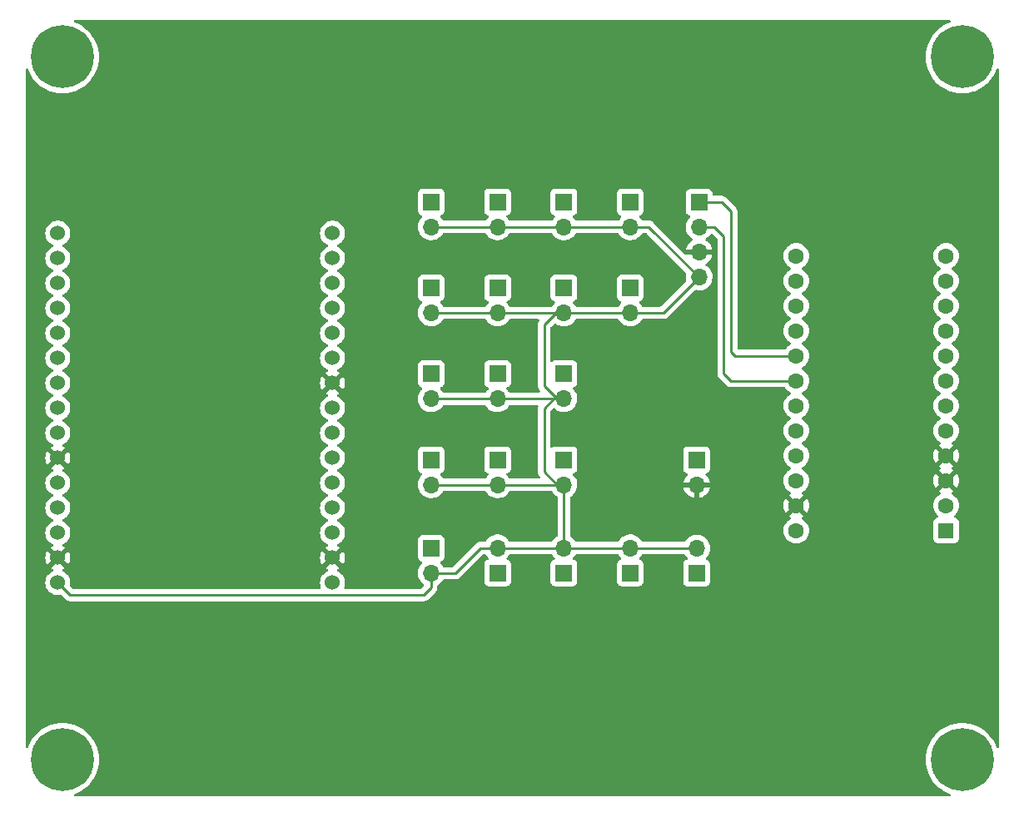
<source format=gbr>
%TF.GenerationSoftware,KiCad,Pcbnew,(6.0.1)*%
%TF.CreationDate,2023-02-06T14:24:32-05:00*%
%TF.ProjectId,Manette_JM,4d616e65-7474-4655-9f4a-4d2e6b696361,rev?*%
%TF.SameCoordinates,Original*%
%TF.FileFunction,Copper,L4,Bot*%
%TF.FilePolarity,Positive*%
%FSLAX46Y46*%
G04 Gerber Fmt 4.6, Leading zero omitted, Abs format (unit mm)*
G04 Created by KiCad (PCBNEW (6.0.1)) date 2023-02-06 14:24:32*
%MOMM*%
%LPD*%
G01*
G04 APERTURE LIST*
%TA.AperFunction,ComponentPad*%
%ADD10C,0.800000*%
%TD*%
%TA.AperFunction,ComponentPad*%
%ADD11C,6.400000*%
%TD*%
%TA.AperFunction,ComponentPad*%
%ADD12R,1.700000X1.700000*%
%TD*%
%TA.AperFunction,ComponentPad*%
%ADD13O,1.700000X1.700000*%
%TD*%
%TA.AperFunction,ComponentPad*%
%ADD14R,1.600000X1.600000*%
%TD*%
%TA.AperFunction,ComponentPad*%
%ADD15C,1.600000*%
%TD*%
%TA.AperFunction,ComponentPad*%
%ADD16C,1.524000*%
%TD*%
%TA.AperFunction,Conductor*%
%ADD17C,0.250000*%
%TD*%
G04 APERTURE END LIST*
D10*
%TO.P,H4,1,1*%
%TO.N,unconnected-(H4-Pad1)*%
X197250000Y-37350000D03*
X198947056Y-41447056D03*
X198947056Y-38052944D03*
X199650000Y-39750000D03*
D11*
X197250000Y-39750000D03*
D10*
X197250000Y-42150000D03*
X195552944Y-38052944D03*
X195552944Y-41447056D03*
X194850000Y-39750000D03*
%TD*%
%TO.P,H3,1,1*%
%TO.N,unconnected-(H3-Pad1)*%
X197250000Y-108850000D03*
X198947056Y-112947056D03*
X198947056Y-109552944D03*
X199650000Y-111250000D03*
D11*
X197250000Y-111250000D03*
D10*
X197250000Y-113650000D03*
X195552944Y-109552944D03*
X195552944Y-112947056D03*
X194850000Y-111250000D03*
%TD*%
%TO.P,H2,1,1*%
%TO.N,unconnected-(H2-Pad1)*%
X105750000Y-108850000D03*
X107447056Y-112947056D03*
X107447056Y-109552944D03*
X108150000Y-111250000D03*
D11*
X105750000Y-111250000D03*
D10*
X105750000Y-113650000D03*
X104052944Y-109552944D03*
X104052944Y-112947056D03*
X103350000Y-111250000D03*
%TD*%
%TO.P,H1,1,1*%
%TO.N,unconnected-(H1-Pad1)*%
X105750000Y-37350000D03*
X107447056Y-41447056D03*
X107447056Y-38052944D03*
X108150000Y-39750000D03*
D11*
X105750000Y-39750000D03*
D10*
X105750000Y-42150000D03*
X104052944Y-38052944D03*
X104052944Y-41447056D03*
X103350000Y-39750000D03*
%TD*%
D12*
%TO.P,J20,1,Pin_1*%
%TO.N,Net-(J20-Pad1)*%
X170250000Y-80750000D03*
D13*
%TO.P,J20,2,Pin_2*%
%TO.N,GND*%
X170250000Y-83290000D03*
%TD*%
D12*
%TO.P,J2,1,Pin_1*%
%TO.N,D3*%
X150000000Y-54500000D03*
D13*
%TO.P,J2,2,Pin_2*%
%TO.N,VCC*%
X150000000Y-57040000D03*
%TD*%
D12*
%TO.P,J10,1,Pin_1*%
%TO.N,D16*%
X150000000Y-72000000D03*
D13*
%TO.P,J10,2,Pin_2*%
%TO.N,VCC*%
X150000000Y-74540000D03*
%TD*%
D14*
%TO.P,U2,1,TX*%
%TO.N,Net-(U1-Pad19)*%
X195620000Y-87949999D03*
D15*
%TO.P,U2,2,RX*%
%TO.N,Net-(U1-Pad18)*%
X195620000Y-85409999D03*
%TO.P,U2,3,GND*%
%TO.N,GND*%
X195620000Y-82869999D03*
%TO.P,U2,4,GND*%
X195620000Y-80329999D03*
%TO.P,U2,5,SDA*%
%TO.N,D2*%
X195620000Y-77789999D03*
%TO.P,U2,6,SCL*%
%TO.N,D3*%
X195620000Y-75249999D03*
%TO.P,U2,7,D4*%
%TO.N,D4*%
X195620000Y-72709999D03*
%TO.P,U2,8,C6*%
%TO.N,D5*%
X195620000Y-70169999D03*
%TO.P,U2,9,D7*%
%TO.N,D6*%
X195620000Y-67629999D03*
%TO.P,U2,10,E6*%
%TO.N,D7*%
X195620000Y-65089999D03*
%TO.P,U2,11,B4*%
%TO.N,D8*%
X195620000Y-62549999D03*
%TO.P,U2,12,B5*%
%TO.N,D9*%
X195620000Y-60009999D03*
%TO.P,U2,13,B6*%
%TO.N,D10*%
X180380000Y-60009999D03*
%TO.P,U2,14,B2*%
%TO.N,D16*%
X180380000Y-62549999D03*
%TO.P,U2,15,B3*%
%TO.N,D14*%
X180380000Y-65089999D03*
%TO.P,U2,16,B1*%
%TO.N,D15*%
X180380000Y-67629999D03*
%TO.P,U2,17,F7*%
%TO.N,A0*%
X180380000Y-70169999D03*
%TO.P,U2,18,F6*%
%TO.N,A1*%
X180380000Y-72709999D03*
%TO.P,U2,19,F5*%
%TO.N,D20*%
X180380000Y-75249999D03*
%TO.P,U2,20,F4*%
%TO.N,D21*%
X180380000Y-77789999D03*
%TO.P,U2,21,VCC*%
%TO.N,VCC*%
X180380000Y-80329999D03*
%TO.P,U2,22,RST*%
%TO.N,unconnected-(U2-Pad22)*%
X180380000Y-82869999D03*
%TO.P,U2,23,GND*%
%TO.N,GND*%
X180380000Y-85409999D03*
%TO.P,U2,24,RAW*%
%TO.N,unconnected-(U2-Pad24)*%
X180380000Y-87949999D03*
%TD*%
D12*
%TO.P,J11,1,Pin_1*%
%TO.N,D14*%
X156750000Y-71985000D03*
D13*
%TO.P,J11,2,Pin_2*%
%TO.N,VCC*%
X156750000Y-74525000D03*
%TD*%
D12*
%TO.P,J3,1,Pin_1*%
%TO.N,D4*%
X156750000Y-54500000D03*
D13*
%TO.P,J3,2,Pin_2*%
%TO.N,VCC*%
X156750000Y-57040000D03*
%TD*%
D12*
%TO.P,J1,1,Pin_1*%
%TO.N,D2*%
X143250000Y-54500000D03*
D13*
%TO.P,J1,2,Pin_2*%
%TO.N,VCC*%
X143250000Y-57040000D03*
%TD*%
D12*
%TO.P,J16,1,Pin_1*%
%TO.N,D14*%
X150000000Y-92250000D03*
D13*
%TO.P,J16,2,Pin_2*%
%TO.N,VCC*%
X150000000Y-89710000D03*
%TD*%
D12*
%TO.P,J12,1,Pin_1*%
%TO.N,D15*%
X143250000Y-80750000D03*
D13*
%TO.P,J12,2,Pin_2*%
%TO.N,VCC*%
X143250000Y-83290000D03*
%TD*%
D16*
%TO.P,U1,1,A0(ADC0)*%
%TO.N,unconnected-(U1-Pad1)*%
X105280000Y-57680000D03*
%TO.P,U1,2,RSV*%
%TO.N,unconnected-(U1-Pad2)*%
X105280000Y-60220000D03*
%TO.P,U1,3,RSV*%
%TO.N,unconnected-(U1-Pad3)*%
X105280000Y-62760000D03*
%TO.P,U1,4,SD3(GPIO10)*%
%TO.N,unconnected-(U1-Pad4)*%
X105280000Y-65300000D03*
%TO.P,U1,5,SD2(GPIO9)*%
%TO.N,unconnected-(U1-Pad5)*%
X105280000Y-67840000D03*
%TO.P,U1,6,SD1(MOSI)*%
%TO.N,unconnected-(U1-Pad6)*%
X105280000Y-70380000D03*
%TO.P,U1,7,CMD(CS)*%
%TO.N,unconnected-(U1-Pad7)*%
X105280000Y-72920000D03*
%TO.P,U1,8,SDO(MISO)*%
%TO.N,unconnected-(U1-Pad8)*%
X105280000Y-75460000D03*
%TO.P,U1,9,CLK(SCLK)*%
%TO.N,unconnected-(U1-Pad9)*%
X105280000Y-78000000D03*
%TO.P,U1,10,GND*%
%TO.N,GND*%
X105280000Y-80540000D03*
%TO.P,U1,11,3.3V*%
%TO.N,unconnected-(U1-Pad11)*%
X105280000Y-83080000D03*
%TO.P,U1,12,EN*%
%TO.N,unconnected-(U1-Pad12)*%
X105280000Y-85620000D03*
%TO.P,U1,13,RST*%
%TO.N,unconnected-(U1-Pad13)*%
X105280000Y-88160000D03*
%TO.P,U1,14,GND*%
%TO.N,GND*%
X105280000Y-90700000D03*
%TO.P,U1,15,VIN*%
%TO.N,VCC*%
X105280000Y-93240000D03*
%TO.P,U1,16,3.3V*%
%TO.N,unconnected-(U1-Pad16)*%
X133220000Y-93240000D03*
%TO.P,U1,17,GND*%
%TO.N,GND*%
X133220000Y-90700000D03*
%TO.P,U1,18,TX(GPIO1)*%
%TO.N,Net-(U1-Pad18)*%
X133220000Y-88160000D03*
%TO.P,U1,19,RX(GPIO3)*%
%TO.N,Net-(U1-Pad19)*%
X133220000Y-85620000D03*
%TO.P,U1,20,D8(GPIO15)*%
%TO.N,unconnected-(U1-Pad20)*%
X133220000Y-83080000D03*
%TO.P,U1,21,D7(GPIO13)*%
%TO.N,unconnected-(U1-Pad21)*%
X133220000Y-80540000D03*
%TO.P,U1,22,D6(GPIO12)*%
%TO.N,unconnected-(U1-Pad22)*%
X133220000Y-78000000D03*
%TO.P,U1,23,D5(GPIO14)*%
%TO.N,unconnected-(U1-Pad23)*%
X133220000Y-75460000D03*
%TO.P,U1,24,GND*%
%TO.N,GND*%
X133220000Y-72920000D03*
%TO.P,U1,25,3.3V*%
%TO.N,unconnected-(U1-Pad25)*%
X133220000Y-70380000D03*
%TO.P,U1,26,D4(GPIO2)*%
%TO.N,unconnected-(U1-Pad26)*%
X133220000Y-67840000D03*
%TO.P,U1,27,D3(GPIO0)*%
%TO.N,unconnected-(U1-Pad27)*%
X133220000Y-65300000D03*
%TO.P,U1,28,D2(GPIO4)*%
%TO.N,unconnected-(U1-Pad28)*%
X133220000Y-62760000D03*
%TO.P,U1,29,D1(GPIO5)*%
%TO.N,unconnected-(U1-Pad29)*%
X133220000Y-60220000D03*
%TO.P,U1,30,D0(GPIO16)*%
%TO.N,unconnected-(U1-Pad30)*%
X133220000Y-57680000D03*
%TD*%
D12*
%TO.P,J15,1,Pin_1*%
%TO.N,D16*%
X143250000Y-89750000D03*
D13*
%TO.P,J15,2,Pin_2*%
%TO.N,VCC*%
X143250000Y-92290000D03*
%TD*%
D12*
%TO.P,J5,1,Pin_1*%
%TO.N,D6*%
X143250000Y-63250000D03*
D13*
%TO.P,J5,2,Pin_2*%
%TO.N,VCC*%
X143250000Y-65790000D03*
%TD*%
D12*
%TO.P,J21,1,Pin_1*%
%TO.N,A0*%
X170500000Y-54525000D03*
D13*
%TO.P,J21,2,Pin_2*%
%TO.N,A1*%
X170500000Y-57065000D03*
%TO.P,J21,3,Pin_3*%
%TO.N,GND*%
X170500000Y-59605000D03*
%TO.P,J21,4,Pin_4*%
%TO.N,VCC*%
X170500000Y-62145000D03*
%TD*%
D12*
%TO.P,J9,1,Pin_1*%
%TO.N,D10*%
X143250000Y-72000000D03*
D13*
%TO.P,J9,2,Pin_2*%
%TO.N,VCC*%
X143250000Y-74540000D03*
%TD*%
D12*
%TO.P,J6,1,Pin_1*%
%TO.N,D7*%
X150000000Y-63250000D03*
D13*
%TO.P,J6,2,Pin_2*%
%TO.N,VCC*%
X150000000Y-65790000D03*
%TD*%
D12*
%TO.P,J4,1,Pin_1*%
%TO.N,D5*%
X163500000Y-54500000D03*
D13*
%TO.P,J4,2,Pin_2*%
%TO.N,VCC*%
X163500000Y-57040000D03*
%TD*%
D12*
%TO.P,J8,1,Pin_1*%
%TO.N,D9*%
X163500000Y-63250000D03*
D13*
%TO.P,J8,2,Pin_2*%
%TO.N,VCC*%
X163500000Y-65790000D03*
%TD*%
D12*
%TO.P,J19,1,Pin_1*%
%TO.N,D21*%
X170250000Y-92275000D03*
D13*
%TO.P,J19,2,Pin_2*%
%TO.N,VCC*%
X170250000Y-89735000D03*
%TD*%
D12*
%TO.P,J13,1,Pin_1*%
%TO.N,D20*%
X150000000Y-80750000D03*
D13*
%TO.P,J13,2,Pin_2*%
%TO.N,VCC*%
X150000000Y-83290000D03*
%TD*%
D12*
%TO.P,J18,1,Pin_1*%
%TO.N,D20*%
X163500000Y-92250000D03*
D13*
%TO.P,J18,2,Pin_2*%
%TO.N,VCC*%
X163500000Y-89710000D03*
%TD*%
D12*
%TO.P,J7,1,Pin_1*%
%TO.N,D8*%
X156750000Y-63250000D03*
D13*
%TO.P,J7,2,Pin_2*%
%TO.N,VCC*%
X156750000Y-65790000D03*
%TD*%
D12*
%TO.P,J14,1,Pin_1*%
%TO.N,D21*%
X156750000Y-80750000D03*
D13*
%TO.P,J14,2,Pin_2*%
%TO.N,VCC*%
X156750000Y-83290000D03*
%TD*%
D12*
%TO.P,J17,1,Pin_1*%
%TO.N,D15*%
X156750000Y-92250000D03*
D13*
%TO.P,J17,2,Pin_2*%
%TO.N,VCC*%
X156750000Y-89710000D03*
%TD*%
D17*
%TO.N,A0*%
X172775000Y-54525000D02*
X170500000Y-54525000D01*
X174169999Y-70169999D02*
X173750000Y-69750000D01*
X173750000Y-69750000D02*
X173750000Y-55500000D01*
X180380000Y-70169999D02*
X174169999Y-70169999D01*
X173750000Y-55500000D02*
X172775000Y-54525000D01*
%TO.N,A1*%
X172065000Y-57065000D02*
X173000000Y-58000000D01*
X173709999Y-72709999D02*
X180380000Y-72709999D01*
X173000000Y-72000000D02*
X173709999Y-72709999D01*
X173000000Y-58000000D02*
X173000000Y-72000000D01*
X170500000Y-57065000D02*
X172065000Y-57065000D01*
%TO.N,VCC*%
X156750000Y-89710000D02*
X150000000Y-89710000D01*
X170250000Y-89735000D02*
X163525000Y-89735000D01*
X143250000Y-74540000D02*
X150000000Y-74540000D01*
X155960000Y-65790000D02*
X154750000Y-67000000D01*
X166855000Y-65790000D02*
X163500000Y-65790000D01*
X154750000Y-67000000D02*
X154750000Y-73250000D01*
X154750000Y-73250000D02*
X156025000Y-74525000D01*
X154750000Y-82000000D02*
X156040000Y-83290000D01*
X143250000Y-65790000D02*
X150000000Y-65790000D01*
X163500000Y-89710000D02*
X156750000Y-89710000D01*
X142500000Y-94500000D02*
X106540000Y-94500000D01*
X156750000Y-74525000D02*
X155725000Y-74525000D01*
X156750000Y-83290000D02*
X150000000Y-83290000D01*
X150000000Y-89710000D02*
X148290000Y-89710000D01*
X150000000Y-57040000D02*
X156750000Y-57040000D01*
X154750000Y-75500000D02*
X154750000Y-82000000D01*
X156750000Y-74525000D02*
X150015000Y-74525000D01*
X163525000Y-89735000D02*
X163500000Y-89710000D01*
X143250000Y-93750000D02*
X142500000Y-94500000D01*
X155725000Y-74525000D02*
X154750000Y-75500000D01*
X156750000Y-65790000D02*
X150000000Y-65790000D01*
X143250000Y-92290000D02*
X143250000Y-93750000D01*
X106540000Y-94500000D02*
X105280000Y-93240000D01*
X143250000Y-57040000D02*
X150000000Y-57040000D01*
X165395000Y-57040000D02*
X170500000Y-62145000D01*
X148290000Y-89710000D02*
X145710000Y-92290000D01*
X156025000Y-74525000D02*
X156750000Y-74525000D01*
X156750000Y-83290000D02*
X156750000Y-89710000D01*
X163500000Y-65790000D02*
X156750000Y-65790000D01*
X143250000Y-83290000D02*
X150000000Y-83290000D01*
X156040000Y-83290000D02*
X156750000Y-83290000D01*
X163500000Y-57040000D02*
X165395000Y-57040000D01*
X170500000Y-62145000D02*
X166855000Y-65790000D01*
X163500000Y-57040000D02*
X156750000Y-57040000D01*
X156750000Y-65790000D02*
X155960000Y-65790000D01*
X145710000Y-92290000D02*
X143250000Y-92290000D01*
X150015000Y-74525000D02*
X150000000Y-74540000D01*
%TD*%
%TA.AperFunction,Conductor*%
%TO.N,GND*%
G36*
X196038228Y-36028002D02*
G01*
X196084721Y-36081658D01*
X196094825Y-36151932D01*
X196065331Y-36216512D01*
X196015260Y-36251631D01*
X195739547Y-36357468D01*
X195736607Y-36358966D01*
X195396147Y-36532439D01*
X195396140Y-36532443D01*
X195393206Y-36533938D01*
X195067207Y-36745643D01*
X194765124Y-36990266D01*
X194490266Y-37265124D01*
X194245643Y-37567207D01*
X194033938Y-37893206D01*
X193857468Y-38239547D01*
X193718167Y-38602438D01*
X193617562Y-38977901D01*
X193556754Y-39361824D01*
X193536411Y-39750000D01*
X193556754Y-40138176D01*
X193617562Y-40522099D01*
X193718167Y-40897562D01*
X193857468Y-41260453D01*
X194033938Y-41606794D01*
X194245643Y-41932793D01*
X194490266Y-42234876D01*
X194765124Y-42509734D01*
X195067207Y-42754357D01*
X195393205Y-42966062D01*
X195396139Y-42967557D01*
X195396146Y-42967561D01*
X195736607Y-43141034D01*
X195739547Y-43142532D01*
X196102438Y-43281833D01*
X196477901Y-43382438D01*
X196681793Y-43414732D01*
X196858576Y-43442732D01*
X196858584Y-43442733D01*
X196861824Y-43443246D01*
X197250000Y-43463589D01*
X197638176Y-43443246D01*
X197641416Y-43442733D01*
X197641424Y-43442732D01*
X197818207Y-43414732D01*
X198022099Y-43382438D01*
X198397562Y-43281833D01*
X198760453Y-43142532D01*
X198763393Y-43141034D01*
X199103854Y-42967561D01*
X199103861Y-42967557D01*
X199106795Y-42966062D01*
X199432793Y-42754357D01*
X199734876Y-42509734D01*
X200009734Y-42234876D01*
X200254357Y-41932793D01*
X200466062Y-41606794D01*
X200642532Y-41260453D01*
X200748369Y-40984739D01*
X200791455Y-40928310D01*
X200858208Y-40904134D01*
X200927436Y-40919885D01*
X200977157Y-40970563D01*
X200992000Y-41029893D01*
X200992000Y-109970107D01*
X200971998Y-110038228D01*
X200918342Y-110084721D01*
X200848068Y-110094825D01*
X200783488Y-110065331D01*
X200748369Y-110015261D01*
X200643716Y-109742632D01*
X200642532Y-109739547D01*
X200466062Y-109393206D01*
X200254357Y-109067207D01*
X200009734Y-108765124D01*
X199734876Y-108490266D01*
X199432793Y-108245643D01*
X199106795Y-108033938D01*
X199103861Y-108032443D01*
X199103854Y-108032439D01*
X198763393Y-107858966D01*
X198760453Y-107857468D01*
X198397562Y-107718167D01*
X198022099Y-107617562D01*
X197818207Y-107585268D01*
X197641424Y-107557268D01*
X197641416Y-107557267D01*
X197638176Y-107556754D01*
X197250000Y-107536411D01*
X196861824Y-107556754D01*
X196858584Y-107557267D01*
X196858576Y-107557268D01*
X196681793Y-107585268D01*
X196477901Y-107617562D01*
X196102438Y-107718167D01*
X195739547Y-107857468D01*
X195736607Y-107858966D01*
X195396147Y-108032439D01*
X195396140Y-108032443D01*
X195393206Y-108033938D01*
X195067207Y-108245643D01*
X194765124Y-108490266D01*
X194490266Y-108765124D01*
X194245643Y-109067207D01*
X194033938Y-109393206D01*
X193857468Y-109739547D01*
X193718167Y-110102438D01*
X193617562Y-110477901D01*
X193556754Y-110861824D01*
X193536411Y-111250000D01*
X193556754Y-111638176D01*
X193617562Y-112022099D01*
X193718167Y-112397562D01*
X193857468Y-112760453D01*
X194033938Y-113106794D01*
X194245643Y-113432793D01*
X194490266Y-113734876D01*
X194765124Y-114009734D01*
X195067207Y-114254357D01*
X195393205Y-114466062D01*
X195396139Y-114467557D01*
X195396146Y-114467561D01*
X195736607Y-114641034D01*
X195739547Y-114642532D01*
X195900238Y-114704216D01*
X196015261Y-114748369D01*
X196071690Y-114791455D01*
X196095866Y-114858208D01*
X196080115Y-114927436D01*
X196029437Y-114977157D01*
X195970107Y-114992000D01*
X107029893Y-114992000D01*
X106961772Y-114971998D01*
X106915279Y-114918342D01*
X106905175Y-114848068D01*
X106934669Y-114783488D01*
X106984739Y-114748369D01*
X107099762Y-114704216D01*
X107260453Y-114642532D01*
X107263393Y-114641034D01*
X107603854Y-114467561D01*
X107603861Y-114467557D01*
X107606795Y-114466062D01*
X107932793Y-114254357D01*
X108234876Y-114009734D01*
X108509734Y-113734876D01*
X108754357Y-113432793D01*
X108966062Y-113106794D01*
X109142532Y-112760453D01*
X109281833Y-112397562D01*
X109382438Y-112022099D01*
X109443246Y-111638176D01*
X109463589Y-111250000D01*
X109443246Y-110861824D01*
X109382438Y-110477901D01*
X109281833Y-110102438D01*
X109142532Y-109739547D01*
X108966062Y-109393206D01*
X108754357Y-109067207D01*
X108509734Y-108765124D01*
X108234876Y-108490266D01*
X107932793Y-108245643D01*
X107606795Y-108033938D01*
X107603861Y-108032443D01*
X107603854Y-108032439D01*
X107263393Y-107858966D01*
X107260453Y-107857468D01*
X106897562Y-107718167D01*
X106522099Y-107617562D01*
X106318207Y-107585268D01*
X106141424Y-107557268D01*
X106141416Y-107557267D01*
X106138176Y-107556754D01*
X105750000Y-107536411D01*
X105361824Y-107556754D01*
X105358584Y-107557267D01*
X105358576Y-107557268D01*
X105181793Y-107585268D01*
X104977901Y-107617562D01*
X104602438Y-107718167D01*
X104239547Y-107857468D01*
X104236607Y-107858966D01*
X103896147Y-108032439D01*
X103896140Y-108032443D01*
X103893206Y-108033938D01*
X103567207Y-108245643D01*
X103265124Y-108490266D01*
X102990266Y-108765124D01*
X102745643Y-109067207D01*
X102533938Y-109393206D01*
X102357468Y-109739547D01*
X102356284Y-109742632D01*
X102251631Y-110015261D01*
X102208545Y-110071690D01*
X102141792Y-110095866D01*
X102072564Y-110080115D01*
X102022843Y-110029437D01*
X102008000Y-109970107D01*
X102008000Y-93240000D01*
X104004647Y-93240000D01*
X104024022Y-93461463D01*
X104048755Y-93553767D01*
X104070120Y-93633500D01*
X104081560Y-93676196D01*
X104083882Y-93681177D01*
X104083883Y-93681178D01*
X104173186Y-93872689D01*
X104173189Y-93872694D01*
X104175512Y-93877676D01*
X104178668Y-93882183D01*
X104178669Y-93882185D01*
X104210851Y-93928145D01*
X104303023Y-94059781D01*
X104460219Y-94216977D01*
X104464727Y-94220134D01*
X104464730Y-94220136D01*
X104487705Y-94236223D01*
X104642323Y-94344488D01*
X104647305Y-94346811D01*
X104647310Y-94346814D01*
X104838822Y-94436117D01*
X104843804Y-94438440D01*
X104849112Y-94439862D01*
X104849114Y-94439863D01*
X104914949Y-94457503D01*
X105058537Y-94495978D01*
X105280000Y-94515353D01*
X105501463Y-94495978D01*
X105506777Y-94494554D01*
X105506783Y-94494553D01*
X105540514Y-94485515D01*
X105611490Y-94487204D01*
X105662221Y-94518126D01*
X106036348Y-94892253D01*
X106043888Y-94900539D01*
X106048000Y-94907018D01*
X106053777Y-94912443D01*
X106097651Y-94953643D01*
X106100493Y-94956398D01*
X106120230Y-94976135D01*
X106123427Y-94978615D01*
X106132447Y-94986318D01*
X106164679Y-95016586D01*
X106171625Y-95020405D01*
X106171628Y-95020407D01*
X106182434Y-95026348D01*
X106198953Y-95037199D01*
X106214959Y-95049614D01*
X106222228Y-95052759D01*
X106222232Y-95052762D01*
X106255537Y-95067174D01*
X106266187Y-95072391D01*
X106304940Y-95093695D01*
X106312615Y-95095666D01*
X106312616Y-95095666D01*
X106324562Y-95098733D01*
X106343267Y-95105137D01*
X106361855Y-95113181D01*
X106369678Y-95114420D01*
X106369688Y-95114423D01*
X106405524Y-95120099D01*
X106417144Y-95122505D01*
X106448959Y-95130673D01*
X106459970Y-95133500D01*
X106480224Y-95133500D01*
X106499934Y-95135051D01*
X106519943Y-95138220D01*
X106527835Y-95137474D01*
X106546580Y-95135702D01*
X106563962Y-95134059D01*
X106575819Y-95133500D01*
X142421233Y-95133500D01*
X142432416Y-95134027D01*
X142439909Y-95135702D01*
X142447835Y-95135453D01*
X142447836Y-95135453D01*
X142507986Y-95133562D01*
X142511945Y-95133500D01*
X142539856Y-95133500D01*
X142543791Y-95133003D01*
X142543856Y-95132995D01*
X142555693Y-95132062D01*
X142587951Y-95131048D01*
X142591970Y-95130922D01*
X142599889Y-95130673D01*
X142619343Y-95125021D01*
X142638700Y-95121013D01*
X142650930Y-95119468D01*
X142650931Y-95119468D01*
X142658797Y-95118474D01*
X142666168Y-95115555D01*
X142666170Y-95115555D01*
X142699912Y-95102196D01*
X142711142Y-95098351D01*
X142745983Y-95088229D01*
X142745984Y-95088229D01*
X142753593Y-95086018D01*
X142760412Y-95081985D01*
X142760417Y-95081983D01*
X142771028Y-95075707D01*
X142788776Y-95067012D01*
X142807617Y-95059552D01*
X142843387Y-95033564D01*
X142853307Y-95027048D01*
X142884535Y-95008580D01*
X142884538Y-95008578D01*
X142891362Y-95004542D01*
X142905683Y-94990221D01*
X142920717Y-94977380D01*
X142930694Y-94970131D01*
X142937107Y-94965472D01*
X142965298Y-94931395D01*
X142973288Y-94922616D01*
X143642247Y-94253657D01*
X143650537Y-94246113D01*
X143657018Y-94242000D01*
X143677550Y-94220136D01*
X143703658Y-94192333D01*
X143706413Y-94189491D01*
X143726134Y-94169770D01*
X143728612Y-94166575D01*
X143736318Y-94157553D01*
X143761158Y-94131101D01*
X143766586Y-94125321D01*
X143776346Y-94107568D01*
X143787199Y-94091045D01*
X143794753Y-94081306D01*
X143799613Y-94075041D01*
X143817176Y-94034457D01*
X143822383Y-94023827D01*
X143843695Y-93985060D01*
X143845666Y-93977383D01*
X143845668Y-93977378D01*
X143848732Y-93965442D01*
X143855138Y-93946730D01*
X143860033Y-93935419D01*
X143863181Y-93928145D01*
X143864421Y-93920317D01*
X143864423Y-93920310D01*
X143870099Y-93884476D01*
X143872505Y-93872856D01*
X143881528Y-93837711D01*
X143881528Y-93837710D01*
X143883500Y-93830030D01*
X143883500Y-93809776D01*
X143885051Y-93790065D01*
X143886980Y-93777886D01*
X143888220Y-93770057D01*
X143884059Y-93726038D01*
X143883500Y-93714181D01*
X143883500Y-93570427D01*
X143903502Y-93502306D01*
X143944618Y-93462550D01*
X143947994Y-93460896D01*
X144129860Y-93331173D01*
X144288096Y-93173489D01*
X144347594Y-93090689D01*
X144415435Y-92996277D01*
X144418453Y-92992077D01*
X144420746Y-92987437D01*
X144422446Y-92984608D01*
X144474674Y-92936518D01*
X144530451Y-92923500D01*
X145631233Y-92923500D01*
X145642416Y-92924027D01*
X145649909Y-92925702D01*
X145657835Y-92925453D01*
X145657836Y-92925453D01*
X145717986Y-92923562D01*
X145721945Y-92923500D01*
X145749856Y-92923500D01*
X145753791Y-92923003D01*
X145753856Y-92922995D01*
X145765693Y-92922062D01*
X145797951Y-92921048D01*
X145801970Y-92920922D01*
X145809889Y-92920673D01*
X145829343Y-92915021D01*
X145848700Y-92911013D01*
X145860930Y-92909468D01*
X145860931Y-92909468D01*
X145868797Y-92908474D01*
X145876168Y-92905555D01*
X145876170Y-92905555D01*
X145909912Y-92892196D01*
X145921142Y-92888351D01*
X145955983Y-92878229D01*
X145955984Y-92878229D01*
X145963593Y-92876018D01*
X145970412Y-92871985D01*
X145970417Y-92871983D01*
X145981028Y-92865707D01*
X145998776Y-92857012D01*
X146017617Y-92849552D01*
X146053387Y-92823564D01*
X146063307Y-92817048D01*
X146094535Y-92798580D01*
X146094538Y-92798578D01*
X146101362Y-92794542D01*
X146115683Y-92780221D01*
X146130717Y-92767380D01*
X146140694Y-92760131D01*
X146147107Y-92755472D01*
X146175298Y-92721395D01*
X146183288Y-92712616D01*
X148515500Y-90380405D01*
X148577812Y-90346379D01*
X148604595Y-90343500D01*
X148724274Y-90343500D01*
X148792395Y-90363502D01*
X148831707Y-90403665D01*
X148899987Y-90515088D01*
X149046250Y-90683938D01*
X149050230Y-90687242D01*
X149054981Y-90691187D01*
X149094616Y-90750090D01*
X149096113Y-90821071D01*
X149058997Y-90881593D01*
X149018725Y-90906112D01*
X148963831Y-90926691D01*
X148903295Y-90949385D01*
X148786739Y-91036739D01*
X148699385Y-91153295D01*
X148648255Y-91289684D01*
X148641500Y-91351866D01*
X148641500Y-93148134D01*
X148648255Y-93210316D01*
X148699385Y-93346705D01*
X148786739Y-93463261D01*
X148903295Y-93550615D01*
X149039684Y-93601745D01*
X149101866Y-93608500D01*
X150898134Y-93608500D01*
X150960316Y-93601745D01*
X151096705Y-93550615D01*
X151213261Y-93463261D01*
X151300615Y-93346705D01*
X151351745Y-93210316D01*
X151358500Y-93148134D01*
X151358500Y-91351866D01*
X151351745Y-91289684D01*
X151300615Y-91153295D01*
X151213261Y-91036739D01*
X151096705Y-90949385D01*
X151044889Y-90929960D01*
X150978203Y-90904960D01*
X150921439Y-90862318D01*
X150896739Y-90795756D01*
X150911947Y-90726408D01*
X150933493Y-90697727D01*
X151038096Y-90593489D01*
X151073665Y-90543990D01*
X151165435Y-90416277D01*
X151168453Y-90412077D01*
X151170746Y-90407437D01*
X151172446Y-90404608D01*
X151224674Y-90356518D01*
X151280451Y-90343500D01*
X155474274Y-90343500D01*
X155542395Y-90363502D01*
X155581707Y-90403665D01*
X155649987Y-90515088D01*
X155796250Y-90683938D01*
X155800230Y-90687242D01*
X155804981Y-90691187D01*
X155844616Y-90750090D01*
X155846113Y-90821071D01*
X155808997Y-90881593D01*
X155768725Y-90906112D01*
X155713831Y-90926691D01*
X155653295Y-90949385D01*
X155536739Y-91036739D01*
X155449385Y-91153295D01*
X155398255Y-91289684D01*
X155391500Y-91351866D01*
X155391500Y-93148134D01*
X155398255Y-93210316D01*
X155449385Y-93346705D01*
X155536739Y-93463261D01*
X155653295Y-93550615D01*
X155789684Y-93601745D01*
X155851866Y-93608500D01*
X157648134Y-93608500D01*
X157710316Y-93601745D01*
X157846705Y-93550615D01*
X157963261Y-93463261D01*
X158050615Y-93346705D01*
X158101745Y-93210316D01*
X158108500Y-93148134D01*
X158108500Y-91351866D01*
X158101745Y-91289684D01*
X158050615Y-91153295D01*
X157963261Y-91036739D01*
X157846705Y-90949385D01*
X157794889Y-90929960D01*
X157728203Y-90904960D01*
X157671439Y-90862318D01*
X157646739Y-90795756D01*
X157661947Y-90726408D01*
X157683493Y-90697727D01*
X157788096Y-90593489D01*
X157823665Y-90543990D01*
X157915435Y-90416277D01*
X157918453Y-90412077D01*
X157920746Y-90407437D01*
X157922446Y-90404608D01*
X157974674Y-90356518D01*
X158030451Y-90343500D01*
X162224274Y-90343500D01*
X162292395Y-90363502D01*
X162331707Y-90403665D01*
X162399987Y-90515088D01*
X162546250Y-90683938D01*
X162550230Y-90687242D01*
X162554981Y-90691187D01*
X162594616Y-90750090D01*
X162596113Y-90821071D01*
X162558997Y-90881593D01*
X162518725Y-90906112D01*
X162463831Y-90926691D01*
X162403295Y-90949385D01*
X162286739Y-91036739D01*
X162199385Y-91153295D01*
X162148255Y-91289684D01*
X162141500Y-91351866D01*
X162141500Y-93148134D01*
X162148255Y-93210316D01*
X162199385Y-93346705D01*
X162286739Y-93463261D01*
X162403295Y-93550615D01*
X162539684Y-93601745D01*
X162601866Y-93608500D01*
X164398134Y-93608500D01*
X164460316Y-93601745D01*
X164596705Y-93550615D01*
X164713261Y-93463261D01*
X164800615Y-93346705D01*
X164851745Y-93210316D01*
X164858500Y-93148134D01*
X164858500Y-91351866D01*
X164851745Y-91289684D01*
X164800615Y-91153295D01*
X164713261Y-91036739D01*
X164596705Y-90949385D01*
X164544889Y-90929960D01*
X164478203Y-90904960D01*
X164421439Y-90862318D01*
X164396739Y-90795756D01*
X164411947Y-90726408D01*
X164433493Y-90697727D01*
X164538096Y-90593489D01*
X164573665Y-90543990D01*
X164662060Y-90420974D01*
X164718055Y-90377326D01*
X164764383Y-90368500D01*
X168974274Y-90368500D01*
X169042395Y-90388502D01*
X169081707Y-90428665D01*
X169149987Y-90540088D01*
X169296250Y-90708938D01*
X169300230Y-90712242D01*
X169304981Y-90716187D01*
X169344616Y-90775090D01*
X169346113Y-90846071D01*
X169308997Y-90906593D01*
X169268724Y-90931112D01*
X169153295Y-90974385D01*
X169036739Y-91061739D01*
X168949385Y-91178295D01*
X168898255Y-91314684D01*
X168891500Y-91376866D01*
X168891500Y-93173134D01*
X168898255Y-93235316D01*
X168949385Y-93371705D01*
X169036739Y-93488261D01*
X169153295Y-93575615D01*
X169289684Y-93626745D01*
X169351866Y-93633500D01*
X171148134Y-93633500D01*
X171210316Y-93626745D01*
X171346705Y-93575615D01*
X171463261Y-93488261D01*
X171550615Y-93371705D01*
X171601745Y-93235316D01*
X171608500Y-93173134D01*
X171608500Y-91376866D01*
X171601745Y-91314684D01*
X171550615Y-91178295D01*
X171463261Y-91061739D01*
X171346705Y-90974385D01*
X171317032Y-90963261D01*
X171228203Y-90929960D01*
X171171439Y-90887318D01*
X171146739Y-90820756D01*
X171161947Y-90751408D01*
X171183493Y-90722727D01*
X171194015Y-90712242D01*
X171288096Y-90618489D01*
X171418453Y-90437077D01*
X171422611Y-90428665D01*
X171515136Y-90241453D01*
X171515137Y-90241451D01*
X171517430Y-90236811D01*
X171568853Y-90067559D01*
X171580865Y-90028023D01*
X171580865Y-90028021D01*
X171582370Y-90023069D01*
X171611529Y-89801590D01*
X171613156Y-89735000D01*
X171594852Y-89512361D01*
X171540431Y-89295702D01*
X171451354Y-89090840D01*
X171404840Y-89018940D01*
X171332822Y-88907617D01*
X171332820Y-88907614D01*
X171330014Y-88903277D01*
X171179670Y-88738051D01*
X171175619Y-88734852D01*
X171175615Y-88734848D01*
X171008414Y-88602800D01*
X171008410Y-88602798D01*
X171004359Y-88599598D01*
X170998197Y-88596196D01*
X170926299Y-88556507D01*
X170808789Y-88491638D01*
X170803920Y-88489914D01*
X170803916Y-88489912D01*
X170603087Y-88418795D01*
X170603083Y-88418794D01*
X170598212Y-88417069D01*
X170593119Y-88416162D01*
X170593116Y-88416161D01*
X170383373Y-88378800D01*
X170383367Y-88378799D01*
X170378284Y-88377894D01*
X170304452Y-88376992D01*
X170160081Y-88375228D01*
X170160079Y-88375228D01*
X170154911Y-88375165D01*
X169934091Y-88408955D01*
X169721756Y-88478357D01*
X169523607Y-88581507D01*
X169519474Y-88584610D01*
X169519471Y-88584612D01*
X169349100Y-88712530D01*
X169344965Y-88715635D01*
X169341393Y-88719373D01*
X169214520Y-88852138D01*
X169190629Y-88877138D01*
X169187715Y-88881410D01*
X169187714Y-88881411D01*
X169075095Y-89046504D01*
X169020184Y-89091507D01*
X168971007Y-89101500D01*
X164792978Y-89101500D01*
X164724857Y-89081498D01*
X164687186Y-89043940D01*
X164682490Y-89036680D01*
X164580014Y-88878277D01*
X164429670Y-88713051D01*
X164425619Y-88709852D01*
X164425615Y-88709848D01*
X164258414Y-88577800D01*
X164258410Y-88577798D01*
X164254359Y-88574598D01*
X164249831Y-88572098D01*
X164185777Y-88536739D01*
X164058789Y-88466638D01*
X164053920Y-88464914D01*
X164053916Y-88464912D01*
X163853087Y-88393795D01*
X163853083Y-88393794D01*
X163848212Y-88392069D01*
X163843119Y-88391162D01*
X163843116Y-88391161D01*
X163633373Y-88353800D01*
X163633367Y-88353799D01*
X163628284Y-88352894D01*
X163554452Y-88351992D01*
X163410081Y-88350228D01*
X163410079Y-88350228D01*
X163404911Y-88350165D01*
X163184091Y-88383955D01*
X162971756Y-88453357D01*
X162941443Y-88469137D01*
X162797975Y-88543822D01*
X162773607Y-88556507D01*
X162769474Y-88559610D01*
X162769471Y-88559612D01*
X162599100Y-88687530D01*
X162594965Y-88690635D01*
X162440629Y-88852138D01*
X162437715Y-88856410D01*
X162437714Y-88856411D01*
X162325095Y-89021504D01*
X162270184Y-89066507D01*
X162221007Y-89076500D01*
X158026805Y-89076500D01*
X157958684Y-89056498D01*
X157921013Y-89018940D01*
X157832822Y-88882617D01*
X157832820Y-88882614D01*
X157830014Y-88878277D01*
X157679670Y-88713051D01*
X157675619Y-88709852D01*
X157675615Y-88709848D01*
X157508414Y-88577800D01*
X157508410Y-88577798D01*
X157504359Y-88574598D01*
X157499835Y-88572101D01*
X157499831Y-88572098D01*
X157448608Y-88543822D01*
X157398636Y-88493390D01*
X157383500Y-88433513D01*
X157383500Y-87949999D01*
X179066502Y-87949999D01*
X179086457Y-88178086D01*
X179087881Y-88183399D01*
X179087881Y-88183401D01*
X179143642Y-88391500D01*
X179145716Y-88399242D01*
X179148039Y-88404223D01*
X179148039Y-88404224D01*
X179240151Y-88601761D01*
X179240154Y-88601766D01*
X179242477Y-88606748D01*
X179303833Y-88694373D01*
X179370571Y-88789684D01*
X179373802Y-88794299D01*
X179535700Y-88956197D01*
X179540208Y-88959354D01*
X179540211Y-88959356D01*
X179562939Y-88975270D01*
X179723251Y-89087522D01*
X179728233Y-89089845D01*
X179728238Y-89089848D01*
X179913929Y-89176436D01*
X179930757Y-89184283D01*
X179936065Y-89185705D01*
X179936067Y-89185706D01*
X180146598Y-89242118D01*
X180146600Y-89242118D01*
X180151913Y-89243542D01*
X180380000Y-89263497D01*
X180608087Y-89243542D01*
X180613400Y-89242118D01*
X180613402Y-89242118D01*
X180823933Y-89185706D01*
X180823935Y-89185705D01*
X180829243Y-89184283D01*
X180846071Y-89176436D01*
X181031762Y-89089848D01*
X181031767Y-89089845D01*
X181036749Y-89087522D01*
X181197061Y-88975270D01*
X181219789Y-88959356D01*
X181219792Y-88959354D01*
X181224300Y-88956197D01*
X181386198Y-88794299D01*
X181389430Y-88789684D01*
X181456167Y-88694373D01*
X181517523Y-88606748D01*
X181519846Y-88601766D01*
X181519849Y-88601761D01*
X181611961Y-88404224D01*
X181611961Y-88404223D01*
X181614284Y-88399242D01*
X181616359Y-88391500D01*
X181672119Y-88183401D01*
X181672119Y-88183399D01*
X181673543Y-88178086D01*
X181693498Y-87949999D01*
X181673543Y-87721912D01*
X181672119Y-87716597D01*
X181615707Y-87506066D01*
X181615706Y-87506064D01*
X181614284Y-87500756D01*
X181611961Y-87495774D01*
X181519849Y-87298237D01*
X181519846Y-87298232D01*
X181517523Y-87293250D01*
X181386198Y-87105699D01*
X181224300Y-86943801D01*
X181219792Y-86940644D01*
X181219789Y-86940642D01*
X181127439Y-86875978D01*
X181036749Y-86812476D01*
X181031767Y-86810153D01*
X181031762Y-86810150D01*
X180996951Y-86793918D01*
X180943666Y-86747001D01*
X180924205Y-86678724D01*
X180944747Y-86610764D01*
X180996951Y-86565528D01*
X181031511Y-86549413D01*
X181041006Y-86543930D01*
X181093048Y-86507490D01*
X181101424Y-86497011D01*
X181094356Y-86483565D01*
X180392812Y-85782021D01*
X180378868Y-85774407D01*
X180377035Y-85774538D01*
X180370420Y-85778789D01*
X179664923Y-86484286D01*
X179658493Y-86496061D01*
X179667789Y-86508076D01*
X179718994Y-86543930D01*
X179728489Y-86549413D01*
X179763049Y-86565528D01*
X179816334Y-86612445D01*
X179835795Y-86680722D01*
X179815253Y-86748682D01*
X179763049Y-86793918D01*
X179728238Y-86810150D01*
X179728233Y-86810153D01*
X179723251Y-86812476D01*
X179632561Y-86875978D01*
X179540211Y-86940642D01*
X179540208Y-86940644D01*
X179535700Y-86943801D01*
X179373802Y-87105699D01*
X179242477Y-87293250D01*
X179240154Y-87298232D01*
X179240151Y-87298237D01*
X179148039Y-87495774D01*
X179145716Y-87500756D01*
X179144294Y-87506064D01*
X179144293Y-87506066D01*
X179087881Y-87716597D01*
X179086457Y-87721912D01*
X179066502Y-87949999D01*
X157383500Y-87949999D01*
X157383500Y-85415474D01*
X179067483Y-85415474D01*
X179086472Y-85632518D01*
X179088375Y-85643311D01*
X179144764Y-85853760D01*
X179148510Y-85864052D01*
X179240586Y-86061510D01*
X179246069Y-86071005D01*
X179282509Y-86123047D01*
X179292988Y-86131423D01*
X179306434Y-86124355D01*
X180007978Y-85422811D01*
X180014356Y-85411131D01*
X180744408Y-85411131D01*
X180744539Y-85412964D01*
X180748790Y-85419579D01*
X181454287Y-86125076D01*
X181466062Y-86131506D01*
X181478077Y-86122210D01*
X181513931Y-86071005D01*
X181519414Y-86061510D01*
X181611490Y-85864052D01*
X181615236Y-85853760D01*
X181671625Y-85643311D01*
X181673528Y-85632518D01*
X181692517Y-85415474D01*
X181692517Y-85409999D01*
X194306502Y-85409999D01*
X194326457Y-85638086D01*
X194327881Y-85643399D01*
X194327881Y-85643401D01*
X194365025Y-85782021D01*
X194385716Y-85859242D01*
X194388039Y-85864223D01*
X194388039Y-85864224D01*
X194480151Y-86061761D01*
X194480154Y-86061766D01*
X194482477Y-86066748D01*
X194613802Y-86254299D01*
X194775700Y-86416197D01*
X194780211Y-86419356D01*
X194784424Y-86422891D01*
X194783473Y-86424025D01*
X194823471Y-86474070D01*
X194830776Y-86544689D01*
X194798742Y-86608048D01*
X194737538Y-86644029D01*
X194720483Y-86647081D01*
X194709684Y-86648254D01*
X194573295Y-86699384D01*
X194456739Y-86786738D01*
X194369385Y-86903294D01*
X194318255Y-87039683D01*
X194311500Y-87101865D01*
X194311500Y-88798133D01*
X194318255Y-88860315D01*
X194369385Y-88996704D01*
X194456739Y-89113260D01*
X194573295Y-89200614D01*
X194709684Y-89251744D01*
X194771866Y-89258499D01*
X196468134Y-89258499D01*
X196530316Y-89251744D01*
X196666705Y-89200614D01*
X196783261Y-89113260D01*
X196870615Y-88996704D01*
X196921745Y-88860315D01*
X196928500Y-88798133D01*
X196928500Y-87101865D01*
X196921745Y-87039683D01*
X196870615Y-86903294D01*
X196783261Y-86786738D01*
X196666705Y-86699384D01*
X196530316Y-86648254D01*
X196519526Y-86647082D01*
X196517394Y-86646196D01*
X196514778Y-86645574D01*
X196514879Y-86645151D01*
X196453965Y-86619844D01*
X196413537Y-86561482D01*
X196411078Y-86490528D01*
X196447371Y-86429509D01*
X196456031Y-86422510D01*
X196459793Y-86419353D01*
X196464300Y-86416197D01*
X196626198Y-86254299D01*
X196757523Y-86066748D01*
X196759846Y-86061766D01*
X196759849Y-86061761D01*
X196851961Y-85864224D01*
X196851961Y-85864223D01*
X196854284Y-85859242D01*
X196874976Y-85782021D01*
X196912119Y-85643401D01*
X196912119Y-85643399D01*
X196913543Y-85638086D01*
X196933498Y-85409999D01*
X196913543Y-85181912D01*
X196876981Y-85045460D01*
X196855707Y-84966066D01*
X196855706Y-84966064D01*
X196854284Y-84960756D01*
X196851961Y-84955774D01*
X196759849Y-84758237D01*
X196759846Y-84758232D01*
X196757523Y-84753250D01*
X196667296Y-84624393D01*
X196629357Y-84570210D01*
X196629355Y-84570207D01*
X196626198Y-84565699D01*
X196464300Y-84403801D01*
X196459792Y-84400644D01*
X196459789Y-84400642D01*
X196360577Y-84331173D01*
X196276749Y-84272476D01*
X196271767Y-84270153D01*
X196271762Y-84270150D01*
X196236951Y-84253918D01*
X196183666Y-84207001D01*
X196164205Y-84138724D01*
X196184747Y-84070764D01*
X196236951Y-84025528D01*
X196271511Y-84009413D01*
X196281006Y-84003930D01*
X196333048Y-83967490D01*
X196341424Y-83957011D01*
X196334356Y-83943565D01*
X195632812Y-83242021D01*
X195618868Y-83234407D01*
X195617035Y-83234538D01*
X195610420Y-83238789D01*
X194904923Y-83944286D01*
X194898493Y-83956061D01*
X194907789Y-83968076D01*
X194958994Y-84003930D01*
X194968489Y-84009413D01*
X195003049Y-84025528D01*
X195056334Y-84072445D01*
X195075795Y-84140722D01*
X195055253Y-84208682D01*
X195003049Y-84253918D01*
X194968238Y-84270150D01*
X194968233Y-84270153D01*
X194963251Y-84272476D01*
X194879423Y-84331173D01*
X194780211Y-84400642D01*
X194780208Y-84400644D01*
X194775700Y-84403801D01*
X194613802Y-84565699D01*
X194610645Y-84570207D01*
X194610643Y-84570210D01*
X194572704Y-84624393D01*
X194482477Y-84753250D01*
X194480154Y-84758232D01*
X194480151Y-84758237D01*
X194388039Y-84955774D01*
X194385716Y-84960756D01*
X194384294Y-84966064D01*
X194384293Y-84966066D01*
X194363019Y-85045460D01*
X194326457Y-85181912D01*
X194306502Y-85409999D01*
X181692517Y-85409999D01*
X181692517Y-85404524D01*
X181673528Y-85187480D01*
X181671625Y-85176687D01*
X181615236Y-84966238D01*
X181611490Y-84955946D01*
X181519414Y-84758488D01*
X181513931Y-84748993D01*
X181477491Y-84696951D01*
X181467012Y-84688575D01*
X181453566Y-84695643D01*
X180752022Y-85397187D01*
X180744408Y-85411131D01*
X180014356Y-85411131D01*
X180015592Y-85408867D01*
X180015461Y-85407034D01*
X180011210Y-85400419D01*
X179305713Y-84694922D01*
X179293938Y-84688492D01*
X179281923Y-84697788D01*
X179246069Y-84748993D01*
X179240586Y-84758488D01*
X179148510Y-84955946D01*
X179144764Y-84966238D01*
X179088375Y-85176687D01*
X179086472Y-85187480D01*
X179067483Y-85404524D01*
X179067483Y-85415474D01*
X157383500Y-85415474D01*
X157383500Y-84570427D01*
X157403502Y-84502306D01*
X157444618Y-84462550D01*
X157447994Y-84460896D01*
X157629860Y-84331173D01*
X157637122Y-84323937D01*
X157778053Y-84183497D01*
X157788096Y-84173489D01*
X157812681Y-84139276D01*
X157915435Y-83996277D01*
X157918453Y-83992077D01*
X157922145Y-83984608D01*
X158015136Y-83796453D01*
X158015137Y-83796451D01*
X158017430Y-83791811D01*
X158082370Y-83578069D01*
X158085017Y-83557966D01*
X168918257Y-83557966D01*
X168948565Y-83692446D01*
X168951645Y-83702275D01*
X169031770Y-83899603D01*
X169036413Y-83908794D01*
X169147694Y-84090388D01*
X169153777Y-84098699D01*
X169293213Y-84259667D01*
X169300580Y-84266883D01*
X169464434Y-84402916D01*
X169472881Y-84408831D01*
X169656756Y-84516279D01*
X169666042Y-84520729D01*
X169865001Y-84596703D01*
X169874899Y-84599579D01*
X169978250Y-84620606D01*
X169992299Y-84619410D01*
X169996000Y-84609065D01*
X169996000Y-84608517D01*
X170504000Y-84608517D01*
X170508064Y-84622359D01*
X170521478Y-84624393D01*
X170528184Y-84623534D01*
X170538262Y-84621392D01*
X170742255Y-84560191D01*
X170751842Y-84556433D01*
X170943095Y-84462739D01*
X170951945Y-84457464D01*
X171125328Y-84333792D01*
X171133200Y-84327139D01*
X171284052Y-84176812D01*
X171290730Y-84168965D01*
X171415003Y-83996020D01*
X171420313Y-83987183D01*
X171514670Y-83796267D01*
X171518469Y-83786672D01*
X171580377Y-83582910D01*
X171582555Y-83572837D01*
X171583986Y-83561962D01*
X171581775Y-83547778D01*
X171568617Y-83544000D01*
X170522115Y-83544000D01*
X170506876Y-83548475D01*
X170505671Y-83549865D01*
X170504000Y-83557548D01*
X170504000Y-84608517D01*
X169996000Y-84608517D01*
X169996000Y-83562115D01*
X169991525Y-83546876D01*
X169990135Y-83545671D01*
X169982452Y-83544000D01*
X168933225Y-83544000D01*
X168919694Y-83547973D01*
X168918257Y-83557966D01*
X158085017Y-83557966D01*
X158111529Y-83356590D01*
X158112571Y-83313932D01*
X158113074Y-83293365D01*
X158113074Y-83293361D01*
X158113156Y-83290000D01*
X158094852Y-83067361D01*
X158040431Y-82850702D01*
X157951354Y-82645840D01*
X157830014Y-82458277D01*
X157810405Y-82436727D01*
X157682798Y-82296488D01*
X157651746Y-82232642D01*
X157660141Y-82162143D01*
X157705317Y-82107375D01*
X157731761Y-82093706D01*
X157838297Y-82053767D01*
X157846705Y-82050615D01*
X157963261Y-81963261D01*
X158050615Y-81846705D01*
X158101745Y-81710316D01*
X158108500Y-81648134D01*
X168891500Y-81648134D01*
X168898255Y-81710316D01*
X168949385Y-81846705D01*
X169036739Y-81963261D01*
X169153295Y-82050615D01*
X169161704Y-82053767D01*
X169161705Y-82053768D01*
X169270960Y-82094726D01*
X169327725Y-82137367D01*
X169352425Y-82203929D01*
X169337218Y-82273278D01*
X169317825Y-82299759D01*
X169194590Y-82428717D01*
X169188104Y-82436727D01*
X169068098Y-82612649D01*
X169063000Y-82621623D01*
X168973338Y-82814783D01*
X168969775Y-82824470D01*
X168914389Y-83024183D01*
X168915912Y-83032607D01*
X168928292Y-83036000D01*
X171568344Y-83036000D01*
X171581875Y-83032027D01*
X171583180Y-83022947D01*
X171541214Y-82855875D01*
X171537894Y-82846124D01*
X171452972Y-82650814D01*
X171448105Y-82641739D01*
X171332426Y-82462926D01*
X171326136Y-82454757D01*
X171182293Y-82296677D01*
X171151241Y-82232831D01*
X171159635Y-82162333D01*
X171204812Y-82107564D01*
X171231256Y-82093895D01*
X171338297Y-82053767D01*
X171346705Y-82050615D01*
X171463261Y-81963261D01*
X171550615Y-81846705D01*
X171601745Y-81710316D01*
X171608500Y-81648134D01*
X171608500Y-79851866D01*
X171601745Y-79789684D01*
X171550615Y-79653295D01*
X171463261Y-79536739D01*
X171346705Y-79449385D01*
X171210316Y-79398255D01*
X171148134Y-79391500D01*
X169351866Y-79391500D01*
X169289684Y-79398255D01*
X169153295Y-79449385D01*
X169036739Y-79536739D01*
X168949385Y-79653295D01*
X168898255Y-79789684D01*
X168891500Y-79851866D01*
X168891500Y-81648134D01*
X158108500Y-81648134D01*
X158108500Y-79851866D01*
X158101745Y-79789684D01*
X158050615Y-79653295D01*
X157963261Y-79536739D01*
X157846705Y-79449385D01*
X157710316Y-79398255D01*
X157648134Y-79391500D01*
X155851866Y-79391500D01*
X155789684Y-79398255D01*
X155653295Y-79449385D01*
X155585064Y-79500521D01*
X155518559Y-79525369D01*
X155449177Y-79510316D01*
X155398946Y-79460142D01*
X155383500Y-79399695D01*
X155383500Y-75814594D01*
X155403502Y-75746473D01*
X155420405Y-75725499D01*
X155633471Y-75512433D01*
X155695783Y-75478407D01*
X155766598Y-75483472D01*
X155803050Y-75504583D01*
X155968126Y-75641632D01*
X156161000Y-75754338D01*
X156165825Y-75756180D01*
X156165826Y-75756181D01*
X156193454Y-75766731D01*
X156369692Y-75834030D01*
X156374760Y-75835061D01*
X156374763Y-75835062D01*
X156448491Y-75850062D01*
X156588597Y-75878567D01*
X156593772Y-75878757D01*
X156593774Y-75878757D01*
X156806673Y-75886564D01*
X156806677Y-75886564D01*
X156811837Y-75886753D01*
X156816957Y-75886097D01*
X156816959Y-75886097D01*
X157028288Y-75859025D01*
X157028289Y-75859025D01*
X157033416Y-75858368D01*
X157038366Y-75856883D01*
X157242429Y-75795661D01*
X157242434Y-75795659D01*
X157247384Y-75794174D01*
X157447994Y-75695896D01*
X157629860Y-75566173D01*
X157788096Y-75408489D01*
X157850349Y-75321855D01*
X157915435Y-75231277D01*
X157918453Y-75227077D01*
X157938499Y-75186518D01*
X158015136Y-75031453D01*
X158015137Y-75031451D01*
X158017430Y-75026811D01*
X158082370Y-74813069D01*
X158111529Y-74591590D01*
X158113156Y-74525000D01*
X158094852Y-74302361D01*
X158040431Y-74085702D01*
X157951354Y-73880840D01*
X157857181Y-73735270D01*
X157832822Y-73697617D01*
X157832820Y-73697614D01*
X157830014Y-73693277D01*
X157824400Y-73687107D01*
X157682798Y-73531488D01*
X157651746Y-73467642D01*
X157660141Y-73397143D01*
X157705317Y-73342375D01*
X157731761Y-73328706D01*
X157838297Y-73288767D01*
X157846705Y-73285615D01*
X157963261Y-73198261D01*
X158050615Y-73081705D01*
X158101745Y-72945316D01*
X158108500Y-72883134D01*
X158108500Y-71086866D01*
X158101745Y-71024684D01*
X158050615Y-70888295D01*
X157963261Y-70771739D01*
X157846705Y-70684385D01*
X157710316Y-70633255D01*
X157648134Y-70626500D01*
X155851866Y-70626500D01*
X155789684Y-70633255D01*
X155653295Y-70684385D01*
X155585064Y-70735521D01*
X155518559Y-70760369D01*
X155449177Y-70745316D01*
X155398946Y-70695142D01*
X155383500Y-70634695D01*
X155383500Y-67314594D01*
X155403502Y-67246473D01*
X155420405Y-67225499D01*
X155761871Y-66884033D01*
X155824183Y-66850007D01*
X155894998Y-66855072D01*
X155931450Y-66876183D01*
X155968126Y-66906632D01*
X156161000Y-67019338D01*
X156165825Y-67021180D01*
X156165826Y-67021181D01*
X156204159Y-67035819D01*
X156369692Y-67099030D01*
X156374760Y-67100061D01*
X156374763Y-67100062D01*
X156482017Y-67121883D01*
X156588597Y-67143567D01*
X156593772Y-67143757D01*
X156593774Y-67143757D01*
X156806673Y-67151564D01*
X156806677Y-67151564D01*
X156811837Y-67151753D01*
X156816957Y-67151097D01*
X156816959Y-67151097D01*
X157028288Y-67124025D01*
X157028289Y-67124025D01*
X157033416Y-67123368D01*
X157038366Y-67121883D01*
X157242429Y-67060661D01*
X157242434Y-67060659D01*
X157247384Y-67059174D01*
X157447994Y-66960896D01*
X157629860Y-66831173D01*
X157670967Y-66790210D01*
X157745901Y-66715537D01*
X157788096Y-66673489D01*
X157847594Y-66590689D01*
X157915435Y-66496277D01*
X157918453Y-66492077D01*
X157920746Y-66487437D01*
X157922446Y-66484608D01*
X157974674Y-66436518D01*
X158030451Y-66423500D01*
X162224274Y-66423500D01*
X162292395Y-66443502D01*
X162331707Y-66483665D01*
X162399987Y-66595088D01*
X162546250Y-66763938D01*
X162718126Y-66906632D01*
X162911000Y-67019338D01*
X162915825Y-67021180D01*
X162915826Y-67021181D01*
X162954159Y-67035819D01*
X163119692Y-67099030D01*
X163124760Y-67100061D01*
X163124763Y-67100062D01*
X163232017Y-67121883D01*
X163338597Y-67143567D01*
X163343772Y-67143757D01*
X163343774Y-67143757D01*
X163556673Y-67151564D01*
X163556677Y-67151564D01*
X163561837Y-67151753D01*
X163566957Y-67151097D01*
X163566959Y-67151097D01*
X163778288Y-67124025D01*
X163778289Y-67124025D01*
X163783416Y-67123368D01*
X163788366Y-67121883D01*
X163992429Y-67060661D01*
X163992434Y-67060659D01*
X163997384Y-67059174D01*
X164197994Y-66960896D01*
X164379860Y-66831173D01*
X164420967Y-66790210D01*
X164495901Y-66715537D01*
X164538096Y-66673489D01*
X164597594Y-66590689D01*
X164665435Y-66496277D01*
X164668453Y-66492077D01*
X164670746Y-66487437D01*
X164672446Y-66484608D01*
X164724674Y-66436518D01*
X164780451Y-66423500D01*
X166776233Y-66423500D01*
X166787416Y-66424027D01*
X166794909Y-66425702D01*
X166802835Y-66425453D01*
X166802836Y-66425453D01*
X166862986Y-66423562D01*
X166866945Y-66423500D01*
X166894856Y-66423500D01*
X166898791Y-66423003D01*
X166898856Y-66422995D01*
X166910693Y-66422062D01*
X166942951Y-66421048D01*
X166946970Y-66420922D01*
X166954889Y-66420673D01*
X166974343Y-66415021D01*
X166993700Y-66411013D01*
X167005930Y-66409468D01*
X167005931Y-66409468D01*
X167013797Y-66408474D01*
X167021168Y-66405555D01*
X167021170Y-66405555D01*
X167054912Y-66392196D01*
X167066142Y-66388351D01*
X167100983Y-66378229D01*
X167100984Y-66378229D01*
X167108593Y-66376018D01*
X167115412Y-66371985D01*
X167115417Y-66371983D01*
X167126028Y-66365707D01*
X167143776Y-66357012D01*
X167162617Y-66349552D01*
X167198387Y-66323564D01*
X167208307Y-66317048D01*
X167239535Y-66298580D01*
X167239538Y-66298578D01*
X167246362Y-66294542D01*
X167260683Y-66280221D01*
X167275717Y-66267380D01*
X167285694Y-66260131D01*
X167292107Y-66255472D01*
X167320298Y-66221395D01*
X167328288Y-66212616D01*
X170044549Y-63496355D01*
X170106861Y-63462329D01*
X170158762Y-63461979D01*
X170338597Y-63498567D01*
X170343772Y-63498757D01*
X170343774Y-63498757D01*
X170556673Y-63506564D01*
X170556677Y-63506564D01*
X170561837Y-63506753D01*
X170566957Y-63506097D01*
X170566959Y-63506097D01*
X170778288Y-63479025D01*
X170778289Y-63479025D01*
X170783416Y-63478368D01*
X170788366Y-63476883D01*
X170992429Y-63415661D01*
X170992434Y-63415659D01*
X170997384Y-63414174D01*
X171197994Y-63315896D01*
X171379860Y-63186173D01*
X171538096Y-63028489D01*
X171571888Y-62981463D01*
X171665435Y-62851277D01*
X171668453Y-62847077D01*
X171699924Y-62783401D01*
X171765136Y-62651453D01*
X171765137Y-62651451D01*
X171767430Y-62646811D01*
X171832370Y-62433069D01*
X171861529Y-62211590D01*
X171862748Y-62161703D01*
X171863074Y-62148365D01*
X171863074Y-62148361D01*
X171863156Y-62145000D01*
X171844852Y-61922361D01*
X171790431Y-61705702D01*
X171701354Y-61500840D01*
X171602010Y-61347277D01*
X171582822Y-61317617D01*
X171582820Y-61317614D01*
X171580014Y-61313277D01*
X171429670Y-61148051D01*
X171425619Y-61144852D01*
X171425615Y-61144848D01*
X171258414Y-61012800D01*
X171258410Y-61012798D01*
X171254359Y-61009598D01*
X171212569Y-60986529D01*
X171162598Y-60936097D01*
X171147826Y-60866654D01*
X171172942Y-60800248D01*
X171200294Y-60773641D01*
X171375328Y-60648792D01*
X171383200Y-60642139D01*
X171534052Y-60491812D01*
X171540730Y-60483965D01*
X171665003Y-60311020D01*
X171670313Y-60302183D01*
X171764670Y-60111267D01*
X171768469Y-60101672D01*
X171830377Y-59897910D01*
X171832555Y-59887837D01*
X171833986Y-59876962D01*
X171831775Y-59862778D01*
X171818617Y-59859000D01*
X169165110Y-59859000D01*
X169165110Y-59854580D01*
X169127260Y-59854574D01*
X169073684Y-59822779D01*
X166282600Y-57031695D01*
X169137251Y-57031695D01*
X169137548Y-57036848D01*
X169137548Y-57036851D01*
X169148960Y-57234767D01*
X169150110Y-57254715D01*
X169151247Y-57259761D01*
X169151248Y-57259767D01*
X169175304Y-57366508D01*
X169199222Y-57472639D01*
X169260673Y-57623976D01*
X169280783Y-57673500D01*
X169283266Y-57679616D01*
X169307686Y-57719466D01*
X169381971Y-57840688D01*
X169399987Y-57870088D01*
X169546250Y-58038938D01*
X169718126Y-58181632D01*
X169763065Y-58207892D01*
X169791955Y-58224774D01*
X169840679Y-58276412D01*
X169853750Y-58346195D01*
X169827019Y-58411967D01*
X169786562Y-58445327D01*
X169778457Y-58449546D01*
X169769738Y-58455036D01*
X169599433Y-58582905D01*
X169591726Y-58589748D01*
X169444590Y-58743717D01*
X169438104Y-58751727D01*
X169318098Y-58927649D01*
X169313000Y-58936623D01*
X169223338Y-59129783D01*
X169219775Y-59139470D01*
X169164389Y-59339183D01*
X169165912Y-59347607D01*
X169178292Y-59351000D01*
X171818344Y-59351000D01*
X171831875Y-59347027D01*
X171833180Y-59337947D01*
X171791214Y-59170875D01*
X171787894Y-59161124D01*
X171702972Y-58965814D01*
X171698105Y-58956739D01*
X171582426Y-58777926D01*
X171576136Y-58769757D01*
X171432806Y-58612240D01*
X171425273Y-58605215D01*
X171258139Y-58473222D01*
X171249556Y-58467520D01*
X171212602Y-58447120D01*
X171162631Y-58396687D01*
X171147859Y-58327245D01*
X171172975Y-58260839D01*
X171200327Y-58234232D01*
X171237254Y-58207892D01*
X171379860Y-58106173D01*
X171538096Y-57948489D01*
X171568070Y-57906776D01*
X171666669Y-57769560D01*
X171722664Y-57725912D01*
X171793367Y-57719466D01*
X171858087Y-57753991D01*
X172329595Y-58225499D01*
X172363621Y-58287811D01*
X172366500Y-58314594D01*
X172366500Y-71921233D01*
X172365973Y-71932416D01*
X172364298Y-71939909D01*
X172364547Y-71947835D01*
X172364547Y-71947836D01*
X172366438Y-72007986D01*
X172366500Y-72011945D01*
X172366500Y-72039856D01*
X172366997Y-72043790D01*
X172366997Y-72043791D01*
X172367005Y-72043856D01*
X172367938Y-72055693D01*
X172369327Y-72099889D01*
X172374978Y-72119339D01*
X172378987Y-72138700D01*
X172381526Y-72158797D01*
X172384445Y-72166168D01*
X172384445Y-72166170D01*
X172397804Y-72199912D01*
X172401649Y-72211142D01*
X172413982Y-72253593D01*
X172418015Y-72260412D01*
X172418017Y-72260417D01*
X172424293Y-72271028D01*
X172432988Y-72288776D01*
X172440448Y-72307617D01*
X172445110Y-72314033D01*
X172445110Y-72314034D01*
X172466436Y-72343387D01*
X172472952Y-72353307D01*
X172495458Y-72391362D01*
X172509779Y-72405683D01*
X172522619Y-72420716D01*
X172534528Y-72437107D01*
X172540634Y-72442158D01*
X172568605Y-72465298D01*
X172577384Y-72473288D01*
X173206342Y-73102246D01*
X173213886Y-73110536D01*
X173217999Y-73117017D01*
X173223776Y-73122442D01*
X173267666Y-73163657D01*
X173270508Y-73166412D01*
X173290229Y-73186133D01*
X173293424Y-73188611D01*
X173302446Y-73196317D01*
X173334678Y-73226585D01*
X173341627Y-73230405D01*
X173352431Y-73236345D01*
X173368955Y-73247198D01*
X173384958Y-73259612D01*
X173425542Y-73277175D01*
X173436172Y-73282382D01*
X173474939Y-73303694D01*
X173482616Y-73305665D01*
X173482621Y-73305667D01*
X173494557Y-73308731D01*
X173513265Y-73315136D01*
X173531854Y-73323180D01*
X173539682Y-73324420D01*
X173539689Y-73324422D01*
X173575523Y-73330098D01*
X173587143Y-73332504D01*
X173622288Y-73341527D01*
X173629969Y-73343499D01*
X173650223Y-73343499D01*
X173669933Y-73345050D01*
X173689942Y-73348219D01*
X173697834Y-73347473D01*
X173733960Y-73344058D01*
X173745818Y-73343499D01*
X179160606Y-73343499D01*
X179228727Y-73363501D01*
X179263819Y-73397228D01*
X179370489Y-73549568D01*
X179373802Y-73554299D01*
X179535700Y-73716197D01*
X179540208Y-73719354D01*
X179540211Y-73719356D01*
X179562939Y-73735270D01*
X179723251Y-73847522D01*
X179728233Y-73849845D01*
X179728238Y-73849848D01*
X179762457Y-73865804D01*
X179815742Y-73912721D01*
X179835203Y-73980998D01*
X179814661Y-74048958D01*
X179762457Y-74094194D01*
X179728238Y-74110150D01*
X179728233Y-74110153D01*
X179723251Y-74112476D01*
X179632561Y-74175978D01*
X179540211Y-74240642D01*
X179540208Y-74240644D01*
X179535700Y-74243801D01*
X179373802Y-74405699D01*
X179242477Y-74593250D01*
X179240154Y-74598232D01*
X179240151Y-74598237D01*
X179176487Y-74734767D01*
X179145716Y-74800756D01*
X179144294Y-74806064D01*
X179144293Y-74806066D01*
X179105076Y-74952425D01*
X179086457Y-75021912D01*
X179066502Y-75249999D01*
X179086457Y-75478086D01*
X179087881Y-75483399D01*
X179087881Y-75483401D01*
X179144015Y-75692892D01*
X179145716Y-75699242D01*
X179148039Y-75704223D01*
X179148039Y-75704224D01*
X179240151Y-75901761D01*
X179240154Y-75901766D01*
X179242477Y-75906748D01*
X179373802Y-76094299D01*
X179535700Y-76256197D01*
X179540208Y-76259354D01*
X179540211Y-76259356D01*
X179562939Y-76275270D01*
X179723251Y-76387522D01*
X179728233Y-76389845D01*
X179728238Y-76389848D01*
X179762457Y-76405804D01*
X179815742Y-76452721D01*
X179835203Y-76520998D01*
X179814661Y-76588958D01*
X179762457Y-76634194D01*
X179728238Y-76650150D01*
X179728233Y-76650153D01*
X179723251Y-76652476D01*
X179632561Y-76715978D01*
X179540211Y-76780642D01*
X179540208Y-76780644D01*
X179535700Y-76783801D01*
X179373802Y-76945699D01*
X179242477Y-77133250D01*
X179240154Y-77138232D01*
X179240151Y-77138237D01*
X179148039Y-77335774D01*
X179145716Y-77340756D01*
X179144294Y-77346064D01*
X179144293Y-77346066D01*
X179087881Y-77556597D01*
X179086457Y-77561912D01*
X179066502Y-77789999D01*
X179086457Y-78018086D01*
X179145716Y-78239242D01*
X179148039Y-78244223D01*
X179148039Y-78244224D01*
X179240151Y-78441761D01*
X179240154Y-78441766D01*
X179242477Y-78446748D01*
X179373802Y-78634299D01*
X179535700Y-78796197D01*
X179540208Y-78799354D01*
X179540211Y-78799356D01*
X179562939Y-78815270D01*
X179723251Y-78927522D01*
X179728233Y-78929845D01*
X179728238Y-78929848D01*
X179762457Y-78945804D01*
X179815742Y-78992721D01*
X179835203Y-79060998D01*
X179814661Y-79128958D01*
X179762457Y-79174194D01*
X179728238Y-79190150D01*
X179728233Y-79190153D01*
X179723251Y-79192476D01*
X179666080Y-79232508D01*
X179540211Y-79320642D01*
X179540208Y-79320644D01*
X179535700Y-79323801D01*
X179373802Y-79485699D01*
X179370645Y-79490207D01*
X179370643Y-79490210D01*
X179341831Y-79531358D01*
X179242477Y-79673250D01*
X179240154Y-79678232D01*
X179240151Y-79678237D01*
X179157594Y-79855283D01*
X179145716Y-79880756D01*
X179144294Y-79886064D01*
X179144293Y-79886066D01*
X179123019Y-79965460D01*
X179086457Y-80101912D01*
X179066502Y-80329999D01*
X179086457Y-80558086D01*
X179087881Y-80563399D01*
X179087881Y-80563401D01*
X179125025Y-80702021D01*
X179145716Y-80779242D01*
X179148039Y-80784223D01*
X179148039Y-80784224D01*
X179240151Y-80981761D01*
X179240154Y-80981766D01*
X179242477Y-80986748D01*
X179373802Y-81174299D01*
X179535700Y-81336197D01*
X179540208Y-81339354D01*
X179540211Y-81339356D01*
X179562939Y-81355270D01*
X179723251Y-81467522D01*
X179728233Y-81469845D01*
X179728238Y-81469848D01*
X179762457Y-81485804D01*
X179815742Y-81532721D01*
X179835203Y-81600998D01*
X179814661Y-81668958D01*
X179762457Y-81714194D01*
X179728238Y-81730150D01*
X179728233Y-81730153D01*
X179723251Y-81732476D01*
X179651114Y-81782987D01*
X179540211Y-81860642D01*
X179540208Y-81860644D01*
X179535700Y-81863801D01*
X179373802Y-82025699D01*
X179370645Y-82030207D01*
X179370643Y-82030210D01*
X179325602Y-82094535D01*
X179242477Y-82213250D01*
X179240154Y-82218232D01*
X179240151Y-82218237D01*
X179149474Y-82412697D01*
X179145716Y-82420756D01*
X179144294Y-82426064D01*
X179144293Y-82426066D01*
X179087908Y-82636498D01*
X179086457Y-82641912D01*
X179066502Y-82869999D01*
X179086457Y-83098086D01*
X179087881Y-83103399D01*
X179087881Y-83103401D01*
X179137881Y-83290000D01*
X179145716Y-83319242D01*
X179148039Y-83324223D01*
X179148039Y-83324224D01*
X179240151Y-83521761D01*
X179240154Y-83521766D01*
X179242477Y-83526748D01*
X179281898Y-83583047D01*
X179365488Y-83702425D01*
X179373802Y-83714299D01*
X179535700Y-83876197D01*
X179540208Y-83879354D01*
X179540211Y-83879356D01*
X179562939Y-83895270D01*
X179723251Y-84007522D01*
X179728233Y-84009845D01*
X179728238Y-84009848D01*
X179763049Y-84026080D01*
X179816334Y-84072997D01*
X179835795Y-84141274D01*
X179815253Y-84209234D01*
X179763049Y-84254470D01*
X179728489Y-84270585D01*
X179718994Y-84276068D01*
X179666952Y-84312508D01*
X179658576Y-84322987D01*
X179665644Y-84336433D01*
X180367188Y-85037977D01*
X180381132Y-85045591D01*
X180382965Y-85045460D01*
X180389580Y-85041209D01*
X181095077Y-84335712D01*
X181101507Y-84323937D01*
X181092211Y-84311922D01*
X181041006Y-84276068D01*
X181031511Y-84270585D01*
X180996951Y-84254470D01*
X180943666Y-84207553D01*
X180924205Y-84139276D01*
X180944747Y-84071316D01*
X180996951Y-84026080D01*
X181031762Y-84009848D01*
X181031767Y-84009845D01*
X181036749Y-84007522D01*
X181197061Y-83895270D01*
X181219789Y-83879356D01*
X181219792Y-83879354D01*
X181224300Y-83876197D01*
X181386198Y-83714299D01*
X181394513Y-83702425D01*
X181478102Y-83583047D01*
X181517523Y-83526748D01*
X181519846Y-83521766D01*
X181519849Y-83521761D01*
X181611961Y-83324224D01*
X181611961Y-83324223D01*
X181614284Y-83319242D01*
X181622120Y-83290000D01*
X181672119Y-83103401D01*
X181672119Y-83103399D01*
X181673543Y-83098086D01*
X181693019Y-82875474D01*
X194307483Y-82875474D01*
X194326472Y-83092518D01*
X194328375Y-83103311D01*
X194384764Y-83313760D01*
X194388510Y-83324052D01*
X194480586Y-83521510D01*
X194486069Y-83531005D01*
X194522509Y-83583047D01*
X194532988Y-83591423D01*
X194546434Y-83584355D01*
X195247978Y-82882811D01*
X195254356Y-82871131D01*
X195984408Y-82871131D01*
X195984539Y-82872964D01*
X195988790Y-82879579D01*
X196694287Y-83585076D01*
X196706062Y-83591506D01*
X196718077Y-83582210D01*
X196753931Y-83531005D01*
X196759414Y-83521510D01*
X196851490Y-83324052D01*
X196855236Y-83313760D01*
X196911625Y-83103311D01*
X196913528Y-83092518D01*
X196932517Y-82875474D01*
X196932517Y-82864524D01*
X196913528Y-82647480D01*
X196911625Y-82636687D01*
X196855236Y-82426238D01*
X196851490Y-82415946D01*
X196759414Y-82218488D01*
X196753931Y-82208993D01*
X196717491Y-82156951D01*
X196707012Y-82148575D01*
X196693566Y-82155643D01*
X195992022Y-82857187D01*
X195984408Y-82871131D01*
X195254356Y-82871131D01*
X195255592Y-82868867D01*
X195255461Y-82867034D01*
X195251210Y-82860419D01*
X194545713Y-82154922D01*
X194533938Y-82148492D01*
X194521923Y-82157788D01*
X194486069Y-82208993D01*
X194480586Y-82218488D01*
X194388510Y-82415946D01*
X194384764Y-82426238D01*
X194328375Y-82636687D01*
X194326472Y-82647480D01*
X194307483Y-82864524D01*
X194307483Y-82875474D01*
X181693019Y-82875474D01*
X181693498Y-82869999D01*
X181673543Y-82641912D01*
X181672092Y-82636498D01*
X181615707Y-82426066D01*
X181615706Y-82426064D01*
X181614284Y-82420756D01*
X181610526Y-82412697D01*
X181519849Y-82218237D01*
X181519846Y-82218232D01*
X181517523Y-82213250D01*
X181434398Y-82094535D01*
X181389357Y-82030210D01*
X181389355Y-82030207D01*
X181386198Y-82025699D01*
X181224300Y-81863801D01*
X181219792Y-81860644D01*
X181219789Y-81860642D01*
X181108886Y-81782987D01*
X181036749Y-81732476D01*
X181031767Y-81730153D01*
X181031762Y-81730150D01*
X180997543Y-81714194D01*
X180944258Y-81667277D01*
X180924797Y-81599000D01*
X180945339Y-81531040D01*
X180997543Y-81485804D01*
X181031762Y-81469848D01*
X181031767Y-81469845D01*
X181036749Y-81467522D01*
X181110243Y-81416061D01*
X194898493Y-81416061D01*
X194907789Y-81428076D01*
X194958994Y-81463930D01*
X194968489Y-81469413D01*
X195003641Y-81485804D01*
X195056926Y-81532721D01*
X195076387Y-81600998D01*
X195055845Y-81668958D01*
X195003641Y-81714194D01*
X194968489Y-81730585D01*
X194958994Y-81736068D01*
X194906952Y-81772508D01*
X194898576Y-81782987D01*
X194905644Y-81796433D01*
X195607188Y-82497977D01*
X195621132Y-82505591D01*
X195622965Y-82505460D01*
X195629580Y-82501209D01*
X196335077Y-81795712D01*
X196341507Y-81783937D01*
X196332211Y-81771922D01*
X196281006Y-81736068D01*
X196271511Y-81730585D01*
X196236359Y-81714194D01*
X196183074Y-81667277D01*
X196163613Y-81599000D01*
X196184155Y-81531040D01*
X196236359Y-81485804D01*
X196271511Y-81469413D01*
X196281006Y-81463930D01*
X196333048Y-81427490D01*
X196341424Y-81417011D01*
X196334356Y-81403565D01*
X195632812Y-80702021D01*
X195618868Y-80694407D01*
X195617035Y-80694538D01*
X195610420Y-80698789D01*
X194904923Y-81404286D01*
X194898493Y-81416061D01*
X181110243Y-81416061D01*
X181197061Y-81355270D01*
X181219789Y-81339356D01*
X181219792Y-81339354D01*
X181224300Y-81336197D01*
X181386198Y-81174299D01*
X181517523Y-80986748D01*
X181519846Y-80981766D01*
X181519849Y-80981761D01*
X181611961Y-80784224D01*
X181611961Y-80784223D01*
X181614284Y-80779242D01*
X181634976Y-80702021D01*
X181672119Y-80563401D01*
X181672119Y-80563399D01*
X181673543Y-80558086D01*
X181693019Y-80335474D01*
X194307483Y-80335474D01*
X194326472Y-80552518D01*
X194328375Y-80563311D01*
X194384764Y-80773760D01*
X194388510Y-80784052D01*
X194480586Y-80981510D01*
X194486069Y-80991005D01*
X194522509Y-81043047D01*
X194532988Y-81051423D01*
X194546434Y-81044355D01*
X195247978Y-80342811D01*
X195254356Y-80331131D01*
X195984408Y-80331131D01*
X195984539Y-80332964D01*
X195988790Y-80339579D01*
X196694287Y-81045076D01*
X196706062Y-81051506D01*
X196718077Y-81042210D01*
X196753931Y-80991005D01*
X196759414Y-80981510D01*
X196851490Y-80784052D01*
X196855236Y-80773760D01*
X196911625Y-80563311D01*
X196913528Y-80552518D01*
X196932517Y-80335474D01*
X196932517Y-80324524D01*
X196913528Y-80107480D01*
X196911625Y-80096687D01*
X196855236Y-79886238D01*
X196851490Y-79875946D01*
X196759414Y-79678488D01*
X196753931Y-79668993D01*
X196717491Y-79616951D01*
X196707012Y-79608575D01*
X196693566Y-79615643D01*
X195992022Y-80317187D01*
X195984408Y-80331131D01*
X195254356Y-80331131D01*
X195255592Y-80328867D01*
X195255461Y-80327034D01*
X195251210Y-80320419D01*
X194545713Y-79614922D01*
X194533938Y-79608492D01*
X194521923Y-79617788D01*
X194486069Y-79668993D01*
X194480586Y-79678488D01*
X194388510Y-79875946D01*
X194384764Y-79886238D01*
X194328375Y-80096687D01*
X194326472Y-80107480D01*
X194307483Y-80324524D01*
X194307483Y-80335474D01*
X181693019Y-80335474D01*
X181693498Y-80329999D01*
X181673543Y-80101912D01*
X181636981Y-79965460D01*
X181615707Y-79886066D01*
X181615706Y-79886064D01*
X181614284Y-79880756D01*
X181602406Y-79855283D01*
X181519849Y-79678237D01*
X181519846Y-79678232D01*
X181517523Y-79673250D01*
X181418169Y-79531358D01*
X181389357Y-79490210D01*
X181389355Y-79490207D01*
X181386198Y-79485699D01*
X181224300Y-79323801D01*
X181219792Y-79320644D01*
X181219789Y-79320642D01*
X181093920Y-79232508D01*
X181036749Y-79192476D01*
X181031767Y-79190153D01*
X181031762Y-79190150D01*
X180997543Y-79174194D01*
X180944258Y-79127277D01*
X180924797Y-79059000D01*
X180945339Y-78991040D01*
X180997543Y-78945804D01*
X181031762Y-78929848D01*
X181031767Y-78929845D01*
X181036749Y-78927522D01*
X181197061Y-78815270D01*
X181219789Y-78799356D01*
X181219792Y-78799354D01*
X181224300Y-78796197D01*
X181386198Y-78634299D01*
X181517523Y-78446748D01*
X181519846Y-78441766D01*
X181519849Y-78441761D01*
X181611961Y-78244224D01*
X181611961Y-78244223D01*
X181614284Y-78239242D01*
X181673543Y-78018086D01*
X181693498Y-77789999D01*
X194306502Y-77789999D01*
X194326457Y-78018086D01*
X194385716Y-78239242D01*
X194388039Y-78244223D01*
X194388039Y-78244224D01*
X194480151Y-78441761D01*
X194480154Y-78441766D01*
X194482477Y-78446748D01*
X194613802Y-78634299D01*
X194775700Y-78796197D01*
X194780208Y-78799354D01*
X194780211Y-78799356D01*
X194802939Y-78815270D01*
X194963251Y-78927522D01*
X194968233Y-78929845D01*
X194968238Y-78929848D01*
X195003049Y-78946080D01*
X195056334Y-78992997D01*
X195075795Y-79061274D01*
X195055253Y-79129234D01*
X195003049Y-79174470D01*
X194968489Y-79190585D01*
X194958994Y-79196068D01*
X194906952Y-79232508D01*
X194898576Y-79242987D01*
X194905644Y-79256433D01*
X195607188Y-79957977D01*
X195621132Y-79965591D01*
X195622965Y-79965460D01*
X195629580Y-79961209D01*
X196335077Y-79255712D01*
X196341507Y-79243937D01*
X196332211Y-79231922D01*
X196281006Y-79196068D01*
X196271511Y-79190585D01*
X196236951Y-79174470D01*
X196183666Y-79127553D01*
X196164205Y-79059276D01*
X196184747Y-78991316D01*
X196236951Y-78946080D01*
X196271762Y-78929848D01*
X196271767Y-78929845D01*
X196276749Y-78927522D01*
X196437061Y-78815270D01*
X196459789Y-78799356D01*
X196459792Y-78799354D01*
X196464300Y-78796197D01*
X196626198Y-78634299D01*
X196757523Y-78446748D01*
X196759846Y-78441766D01*
X196759849Y-78441761D01*
X196851961Y-78244224D01*
X196851961Y-78244223D01*
X196854284Y-78239242D01*
X196913543Y-78018086D01*
X196933498Y-77789999D01*
X196913543Y-77561912D01*
X196912119Y-77556597D01*
X196855707Y-77346066D01*
X196855706Y-77346064D01*
X196854284Y-77340756D01*
X196851961Y-77335774D01*
X196759849Y-77138237D01*
X196759846Y-77138232D01*
X196757523Y-77133250D01*
X196626198Y-76945699D01*
X196464300Y-76783801D01*
X196459792Y-76780644D01*
X196459789Y-76780642D01*
X196367439Y-76715978D01*
X196276749Y-76652476D01*
X196271767Y-76650153D01*
X196271762Y-76650150D01*
X196237543Y-76634194D01*
X196184258Y-76587277D01*
X196164797Y-76519000D01*
X196185339Y-76451040D01*
X196237543Y-76405804D01*
X196271762Y-76389848D01*
X196271767Y-76389845D01*
X196276749Y-76387522D01*
X196437061Y-76275270D01*
X196459789Y-76259356D01*
X196459792Y-76259354D01*
X196464300Y-76256197D01*
X196626198Y-76094299D01*
X196757523Y-75906748D01*
X196759846Y-75901766D01*
X196759849Y-75901761D01*
X196851961Y-75704224D01*
X196851961Y-75704223D01*
X196854284Y-75699242D01*
X196855986Y-75692892D01*
X196912119Y-75483401D01*
X196912119Y-75483399D01*
X196913543Y-75478086D01*
X196933498Y-75249999D01*
X196913543Y-75021912D01*
X196894924Y-74952425D01*
X196855707Y-74806066D01*
X196855706Y-74806064D01*
X196854284Y-74800756D01*
X196823513Y-74734767D01*
X196759849Y-74598237D01*
X196759846Y-74598232D01*
X196757523Y-74593250D01*
X196626198Y-74405699D01*
X196464300Y-74243801D01*
X196459792Y-74240644D01*
X196459789Y-74240642D01*
X196367439Y-74175978D01*
X196276749Y-74112476D01*
X196271767Y-74110153D01*
X196271762Y-74110150D01*
X196237543Y-74094194D01*
X196184258Y-74047277D01*
X196164797Y-73979000D01*
X196185339Y-73911040D01*
X196237543Y-73865804D01*
X196271762Y-73849848D01*
X196271767Y-73849845D01*
X196276749Y-73847522D01*
X196437061Y-73735270D01*
X196459789Y-73719356D01*
X196459792Y-73719354D01*
X196464300Y-73716197D01*
X196626198Y-73554299D01*
X196631668Y-73546488D01*
X196733588Y-73400930D01*
X196757523Y-73366748D01*
X196759846Y-73361766D01*
X196759849Y-73361761D01*
X196851961Y-73164224D01*
X196851961Y-73164223D01*
X196854284Y-73159242D01*
X196869116Y-73103891D01*
X196912119Y-72943401D01*
X196912119Y-72943399D01*
X196913543Y-72938086D01*
X196933498Y-72709999D01*
X196913543Y-72481912D01*
X196902891Y-72442158D01*
X196855707Y-72266066D01*
X196855706Y-72266064D01*
X196854284Y-72260756D01*
X196847395Y-72245983D01*
X196759849Y-72058237D01*
X196759846Y-72058232D01*
X196757523Y-72053250D01*
X196671263Y-71930058D01*
X196629357Y-71870210D01*
X196629355Y-71870207D01*
X196626198Y-71865699D01*
X196464300Y-71703801D01*
X196459792Y-71700644D01*
X196459789Y-71700642D01*
X196367439Y-71635978D01*
X196276749Y-71572476D01*
X196271767Y-71570153D01*
X196271762Y-71570150D01*
X196237543Y-71554194D01*
X196184258Y-71507277D01*
X196164797Y-71439000D01*
X196185339Y-71371040D01*
X196237543Y-71325804D01*
X196271762Y-71309848D01*
X196271767Y-71309845D01*
X196276749Y-71307522D01*
X196437061Y-71195270D01*
X196459789Y-71179356D01*
X196459792Y-71179354D01*
X196464300Y-71176197D01*
X196626198Y-71014299D01*
X196757523Y-70826748D01*
X196759846Y-70821766D01*
X196759849Y-70821761D01*
X196851961Y-70624224D01*
X196851961Y-70624223D01*
X196854284Y-70619242D01*
X196913543Y-70398086D01*
X196933498Y-70169999D01*
X196913543Y-69941912D01*
X196912119Y-69936597D01*
X196855707Y-69726066D01*
X196855706Y-69726064D01*
X196854284Y-69720756D01*
X196851961Y-69715774D01*
X196759849Y-69518237D01*
X196759846Y-69518232D01*
X196757523Y-69513250D01*
X196626198Y-69325699D01*
X196464300Y-69163801D01*
X196459792Y-69160644D01*
X196459789Y-69160642D01*
X196367439Y-69095978D01*
X196276749Y-69032476D01*
X196271767Y-69030153D01*
X196271762Y-69030150D01*
X196237543Y-69014194D01*
X196184258Y-68967277D01*
X196164797Y-68899000D01*
X196185339Y-68831040D01*
X196237543Y-68785804D01*
X196271762Y-68769848D01*
X196271767Y-68769845D01*
X196276749Y-68767522D01*
X196437061Y-68655270D01*
X196459789Y-68639356D01*
X196459792Y-68639354D01*
X196464300Y-68636197D01*
X196626198Y-68474299D01*
X196757523Y-68286748D01*
X196759846Y-68281766D01*
X196759849Y-68281761D01*
X196851961Y-68084224D01*
X196851961Y-68084223D01*
X196854284Y-68079242D01*
X196913543Y-67858086D01*
X196933498Y-67629999D01*
X196913543Y-67401912D01*
X196866273Y-67225499D01*
X196855707Y-67186066D01*
X196855706Y-67186064D01*
X196854284Y-67180756D01*
X196816175Y-67099030D01*
X196759849Y-66978237D01*
X196759846Y-66978232D01*
X196757523Y-66973250D01*
X196638499Y-66803266D01*
X196629357Y-66790210D01*
X196629355Y-66790207D01*
X196626198Y-66785699D01*
X196464300Y-66623801D01*
X196459792Y-66620644D01*
X196459789Y-66620642D01*
X196367439Y-66555978D01*
X196276749Y-66492476D01*
X196271767Y-66490153D01*
X196271762Y-66490150D01*
X196237543Y-66474194D01*
X196184258Y-66427277D01*
X196164797Y-66359000D01*
X196185339Y-66291040D01*
X196237543Y-66245804D01*
X196271762Y-66229848D01*
X196271767Y-66229845D01*
X196276749Y-66227522D01*
X196437061Y-66115270D01*
X196459789Y-66099356D01*
X196459792Y-66099354D01*
X196464300Y-66096197D01*
X196626198Y-65934299D01*
X196757523Y-65746748D01*
X196759846Y-65741766D01*
X196759849Y-65741761D01*
X196851961Y-65544224D01*
X196851961Y-65544223D01*
X196854284Y-65539242D01*
X196913543Y-65318086D01*
X196933498Y-65089999D01*
X196913543Y-64861912D01*
X196871160Y-64703738D01*
X196855707Y-64646066D01*
X196855706Y-64646064D01*
X196854284Y-64640756D01*
X196832731Y-64594535D01*
X196759849Y-64438237D01*
X196759846Y-64438232D01*
X196757523Y-64433250D01*
X196626198Y-64245699D01*
X196464300Y-64083801D01*
X196459792Y-64080644D01*
X196459789Y-64080642D01*
X196367439Y-64015978D01*
X196276749Y-63952476D01*
X196271767Y-63950153D01*
X196271762Y-63950150D01*
X196237543Y-63934194D01*
X196184258Y-63887277D01*
X196164797Y-63819000D01*
X196185339Y-63751040D01*
X196237543Y-63705804D01*
X196271762Y-63689848D01*
X196271767Y-63689845D01*
X196276749Y-63687522D01*
X196437061Y-63575270D01*
X196459789Y-63559356D01*
X196459792Y-63559354D01*
X196464300Y-63556197D01*
X196626198Y-63394299D01*
X196757523Y-63206748D01*
X196759846Y-63201766D01*
X196759849Y-63201761D01*
X196851961Y-63004224D01*
X196851961Y-63004223D01*
X196854284Y-62999242D01*
X196893932Y-62851277D01*
X196912119Y-62783401D01*
X196912119Y-62783399D01*
X196913543Y-62778086D01*
X196933498Y-62549999D01*
X196913543Y-62321912D01*
X196912119Y-62316597D01*
X196855707Y-62106066D01*
X196855706Y-62106064D01*
X196854284Y-62100756D01*
X196824433Y-62036739D01*
X196759849Y-61898237D01*
X196759846Y-61898232D01*
X196757523Y-61893250D01*
X196678129Y-61779864D01*
X196629357Y-61710210D01*
X196629355Y-61710207D01*
X196626198Y-61705699D01*
X196464300Y-61543801D01*
X196459792Y-61540644D01*
X196459789Y-61540642D01*
X196367439Y-61475978D01*
X196276749Y-61412476D01*
X196271767Y-61410153D01*
X196271762Y-61410150D01*
X196237543Y-61394194D01*
X196184258Y-61347277D01*
X196164797Y-61279000D01*
X196185339Y-61211040D01*
X196237543Y-61165804D01*
X196271762Y-61149848D01*
X196271767Y-61149845D01*
X196276749Y-61147522D01*
X196437061Y-61035270D01*
X196459789Y-61019356D01*
X196459792Y-61019354D01*
X196464300Y-61016197D01*
X196626198Y-60854299D01*
X196757523Y-60666748D01*
X196759846Y-60661766D01*
X196759849Y-60661761D01*
X196851961Y-60464224D01*
X196851961Y-60464223D01*
X196854284Y-60459242D01*
X196913543Y-60238086D01*
X196933498Y-60009999D01*
X196913543Y-59781912D01*
X196912119Y-59776597D01*
X196855707Y-59566066D01*
X196855706Y-59566064D01*
X196854284Y-59560756D01*
X196851961Y-59555774D01*
X196759849Y-59358237D01*
X196759846Y-59358232D01*
X196757523Y-59353250D01*
X196678129Y-59239864D01*
X196629357Y-59170210D01*
X196629355Y-59170207D01*
X196626198Y-59165699D01*
X196464300Y-59003801D01*
X196459792Y-59000644D01*
X196459789Y-59000642D01*
X196355544Y-58927649D01*
X196276749Y-58872476D01*
X196271767Y-58870153D01*
X196271762Y-58870150D01*
X196074225Y-58778038D01*
X196074224Y-58778038D01*
X196069243Y-58775715D01*
X196063935Y-58774293D01*
X196063933Y-58774292D01*
X195853402Y-58717880D01*
X195853400Y-58717880D01*
X195848087Y-58716456D01*
X195620000Y-58696501D01*
X195391913Y-58716456D01*
X195386600Y-58717880D01*
X195386598Y-58717880D01*
X195176067Y-58774292D01*
X195176065Y-58774293D01*
X195170757Y-58775715D01*
X195165776Y-58778038D01*
X195165775Y-58778038D01*
X194968238Y-58870150D01*
X194968233Y-58870153D01*
X194963251Y-58872476D01*
X194884456Y-58927649D01*
X194780211Y-59000642D01*
X194780208Y-59000644D01*
X194775700Y-59003801D01*
X194613802Y-59165699D01*
X194610645Y-59170207D01*
X194610643Y-59170210D01*
X194561871Y-59239864D01*
X194482477Y-59353250D01*
X194480154Y-59358232D01*
X194480151Y-59358237D01*
X194388039Y-59555774D01*
X194385716Y-59560756D01*
X194384294Y-59566064D01*
X194384293Y-59566066D01*
X194327881Y-59776597D01*
X194326457Y-59781912D01*
X194306502Y-60009999D01*
X194326457Y-60238086D01*
X194385716Y-60459242D01*
X194388039Y-60464223D01*
X194388039Y-60464224D01*
X194480151Y-60661761D01*
X194480154Y-60661766D01*
X194482477Y-60666748D01*
X194613802Y-60854299D01*
X194775700Y-61016197D01*
X194780208Y-61019354D01*
X194780211Y-61019356D01*
X194802939Y-61035270D01*
X194963251Y-61147522D01*
X194968233Y-61149845D01*
X194968238Y-61149848D01*
X195002457Y-61165804D01*
X195055742Y-61212721D01*
X195075203Y-61280998D01*
X195054661Y-61348958D01*
X195002457Y-61394194D01*
X194968238Y-61410150D01*
X194968233Y-61410153D01*
X194963251Y-61412476D01*
X194872561Y-61475978D01*
X194780211Y-61540642D01*
X194780208Y-61540644D01*
X194775700Y-61543801D01*
X194613802Y-61705699D01*
X194610645Y-61710207D01*
X194610643Y-61710210D01*
X194561871Y-61779864D01*
X194482477Y-61893250D01*
X194480154Y-61898232D01*
X194480151Y-61898237D01*
X194415567Y-62036739D01*
X194385716Y-62100756D01*
X194384294Y-62106064D01*
X194384293Y-62106066D01*
X194327881Y-62316597D01*
X194326457Y-62321912D01*
X194306502Y-62549999D01*
X194326457Y-62778086D01*
X194327881Y-62783399D01*
X194327881Y-62783401D01*
X194346069Y-62851277D01*
X194385716Y-62999242D01*
X194388039Y-63004223D01*
X194388039Y-63004224D01*
X194480151Y-63201761D01*
X194480154Y-63201766D01*
X194482477Y-63206748D01*
X194613802Y-63394299D01*
X194775700Y-63556197D01*
X194780208Y-63559354D01*
X194780211Y-63559356D01*
X194802939Y-63575270D01*
X194963251Y-63687522D01*
X194968233Y-63689845D01*
X194968238Y-63689848D01*
X195002457Y-63705804D01*
X195055742Y-63752721D01*
X195075203Y-63820998D01*
X195054661Y-63888958D01*
X195002457Y-63934194D01*
X194968238Y-63950150D01*
X194968233Y-63950153D01*
X194963251Y-63952476D01*
X194872561Y-64015978D01*
X194780211Y-64080642D01*
X194780208Y-64080644D01*
X194775700Y-64083801D01*
X194613802Y-64245699D01*
X194482477Y-64433250D01*
X194480154Y-64438232D01*
X194480151Y-64438237D01*
X194407269Y-64594535D01*
X194385716Y-64640756D01*
X194384294Y-64646064D01*
X194384293Y-64646066D01*
X194368840Y-64703738D01*
X194326457Y-64861912D01*
X194306502Y-65089999D01*
X194326457Y-65318086D01*
X194385716Y-65539242D01*
X194388039Y-65544223D01*
X194388039Y-65544224D01*
X194480151Y-65741761D01*
X194480154Y-65741766D01*
X194482477Y-65746748D01*
X194613802Y-65934299D01*
X194775700Y-66096197D01*
X194780208Y-66099354D01*
X194780211Y-66099356D01*
X194802939Y-66115270D01*
X194963251Y-66227522D01*
X194968233Y-66229845D01*
X194968238Y-66229848D01*
X195002457Y-66245804D01*
X195055742Y-66292721D01*
X195075203Y-66360998D01*
X195054661Y-66428958D01*
X195002457Y-66474194D01*
X194968238Y-66490150D01*
X194968233Y-66490153D01*
X194963251Y-66492476D01*
X194872561Y-66555978D01*
X194780211Y-66620642D01*
X194780208Y-66620644D01*
X194775700Y-66623801D01*
X194613802Y-66785699D01*
X194610645Y-66790207D01*
X194610643Y-66790210D01*
X194601501Y-66803266D01*
X194482477Y-66973250D01*
X194480154Y-66978232D01*
X194480151Y-66978237D01*
X194423825Y-67099030D01*
X194385716Y-67180756D01*
X194384294Y-67186064D01*
X194384293Y-67186066D01*
X194373727Y-67225499D01*
X194326457Y-67401912D01*
X194306502Y-67629999D01*
X194326457Y-67858086D01*
X194385716Y-68079242D01*
X194388039Y-68084223D01*
X194388039Y-68084224D01*
X194480151Y-68281761D01*
X194480154Y-68281766D01*
X194482477Y-68286748D01*
X194613802Y-68474299D01*
X194775700Y-68636197D01*
X194780208Y-68639354D01*
X194780211Y-68639356D01*
X194802939Y-68655270D01*
X194963251Y-68767522D01*
X194968233Y-68769845D01*
X194968238Y-68769848D01*
X195002457Y-68785804D01*
X195055742Y-68832721D01*
X195075203Y-68900998D01*
X195054661Y-68968958D01*
X195002457Y-69014194D01*
X194968238Y-69030150D01*
X194968233Y-69030153D01*
X194963251Y-69032476D01*
X194872561Y-69095978D01*
X194780211Y-69160642D01*
X194780208Y-69160644D01*
X194775700Y-69163801D01*
X194613802Y-69325699D01*
X194482477Y-69513250D01*
X194480154Y-69518232D01*
X194480151Y-69518237D01*
X194388039Y-69715774D01*
X194385716Y-69720756D01*
X194384294Y-69726064D01*
X194384293Y-69726066D01*
X194327881Y-69936597D01*
X194326457Y-69941912D01*
X194306502Y-70169999D01*
X194326457Y-70398086D01*
X194385716Y-70619242D01*
X194388039Y-70624223D01*
X194388039Y-70624224D01*
X194480151Y-70821761D01*
X194480154Y-70821766D01*
X194482477Y-70826748D01*
X194613802Y-71014299D01*
X194775700Y-71176197D01*
X194780208Y-71179354D01*
X194780211Y-71179356D01*
X194802939Y-71195270D01*
X194963251Y-71307522D01*
X194968233Y-71309845D01*
X194968238Y-71309848D01*
X195002457Y-71325804D01*
X195055742Y-71372721D01*
X195075203Y-71440998D01*
X195054661Y-71508958D01*
X195002457Y-71554194D01*
X194968238Y-71570150D01*
X194968233Y-71570153D01*
X194963251Y-71572476D01*
X194872561Y-71635978D01*
X194780211Y-71700642D01*
X194780208Y-71700644D01*
X194775700Y-71703801D01*
X194613802Y-71865699D01*
X194610645Y-71870207D01*
X194610643Y-71870210D01*
X194568737Y-71930058D01*
X194482477Y-72053250D01*
X194480154Y-72058232D01*
X194480151Y-72058237D01*
X194392605Y-72245983D01*
X194385716Y-72260756D01*
X194384294Y-72266064D01*
X194384293Y-72266066D01*
X194337109Y-72442158D01*
X194326457Y-72481912D01*
X194306502Y-72709999D01*
X194326457Y-72938086D01*
X194327881Y-72943399D01*
X194327881Y-72943401D01*
X194370885Y-73103891D01*
X194385716Y-73159242D01*
X194388039Y-73164223D01*
X194388039Y-73164224D01*
X194480151Y-73361761D01*
X194480154Y-73361766D01*
X194482477Y-73366748D01*
X194506412Y-73400930D01*
X194608333Y-73546488D01*
X194613802Y-73554299D01*
X194775700Y-73716197D01*
X194780208Y-73719354D01*
X194780211Y-73719356D01*
X194802939Y-73735270D01*
X194963251Y-73847522D01*
X194968233Y-73849845D01*
X194968238Y-73849848D01*
X195002457Y-73865804D01*
X195055742Y-73912721D01*
X195075203Y-73980998D01*
X195054661Y-74048958D01*
X195002457Y-74094194D01*
X194968238Y-74110150D01*
X194968233Y-74110153D01*
X194963251Y-74112476D01*
X194872561Y-74175978D01*
X194780211Y-74240642D01*
X194780208Y-74240644D01*
X194775700Y-74243801D01*
X194613802Y-74405699D01*
X194482477Y-74593250D01*
X194480154Y-74598232D01*
X194480151Y-74598237D01*
X194416487Y-74734767D01*
X194385716Y-74800756D01*
X194384294Y-74806064D01*
X194384293Y-74806066D01*
X194345076Y-74952425D01*
X194326457Y-75021912D01*
X194306502Y-75249999D01*
X194326457Y-75478086D01*
X194327881Y-75483399D01*
X194327881Y-75483401D01*
X194384015Y-75692892D01*
X194385716Y-75699242D01*
X194388039Y-75704223D01*
X194388039Y-75704224D01*
X194480151Y-75901761D01*
X194480154Y-75901766D01*
X194482477Y-75906748D01*
X194613802Y-76094299D01*
X194775700Y-76256197D01*
X194780208Y-76259354D01*
X194780211Y-76259356D01*
X194802939Y-76275270D01*
X194963251Y-76387522D01*
X194968233Y-76389845D01*
X194968238Y-76389848D01*
X195002457Y-76405804D01*
X195055742Y-76452721D01*
X195075203Y-76520998D01*
X195054661Y-76588958D01*
X195002457Y-76634194D01*
X194968238Y-76650150D01*
X194968233Y-76650153D01*
X194963251Y-76652476D01*
X194872561Y-76715978D01*
X194780211Y-76780642D01*
X194780208Y-76780644D01*
X194775700Y-76783801D01*
X194613802Y-76945699D01*
X194482477Y-77133250D01*
X194480154Y-77138232D01*
X194480151Y-77138237D01*
X194388039Y-77335774D01*
X194385716Y-77340756D01*
X194384294Y-77346064D01*
X194384293Y-77346066D01*
X194327881Y-77556597D01*
X194326457Y-77561912D01*
X194306502Y-77789999D01*
X181693498Y-77789999D01*
X181673543Y-77561912D01*
X181672119Y-77556597D01*
X181615707Y-77346066D01*
X181615706Y-77346064D01*
X181614284Y-77340756D01*
X181611961Y-77335774D01*
X181519849Y-77138237D01*
X181519846Y-77138232D01*
X181517523Y-77133250D01*
X181386198Y-76945699D01*
X181224300Y-76783801D01*
X181219792Y-76780644D01*
X181219789Y-76780642D01*
X181127439Y-76715978D01*
X181036749Y-76652476D01*
X181031767Y-76650153D01*
X181031762Y-76650150D01*
X180997543Y-76634194D01*
X180944258Y-76587277D01*
X180924797Y-76519000D01*
X180945339Y-76451040D01*
X180997543Y-76405804D01*
X181031762Y-76389848D01*
X181031767Y-76389845D01*
X181036749Y-76387522D01*
X181197061Y-76275270D01*
X181219789Y-76259356D01*
X181219792Y-76259354D01*
X181224300Y-76256197D01*
X181386198Y-76094299D01*
X181517523Y-75906748D01*
X181519846Y-75901766D01*
X181519849Y-75901761D01*
X181611961Y-75704224D01*
X181611961Y-75704223D01*
X181614284Y-75699242D01*
X181615986Y-75692892D01*
X181672119Y-75483401D01*
X181672119Y-75483399D01*
X181673543Y-75478086D01*
X181693498Y-75249999D01*
X181673543Y-75021912D01*
X181654924Y-74952425D01*
X181615707Y-74806066D01*
X181615706Y-74806064D01*
X181614284Y-74800756D01*
X181583513Y-74734767D01*
X181519849Y-74598237D01*
X181519846Y-74598232D01*
X181517523Y-74593250D01*
X181386198Y-74405699D01*
X181224300Y-74243801D01*
X181219792Y-74240644D01*
X181219789Y-74240642D01*
X181127439Y-74175978D01*
X181036749Y-74112476D01*
X181031767Y-74110153D01*
X181031762Y-74110150D01*
X180997543Y-74094194D01*
X180944258Y-74047277D01*
X180924797Y-73979000D01*
X180945339Y-73911040D01*
X180997543Y-73865804D01*
X181031762Y-73849848D01*
X181031767Y-73849845D01*
X181036749Y-73847522D01*
X181197061Y-73735270D01*
X181219789Y-73719356D01*
X181219792Y-73719354D01*
X181224300Y-73716197D01*
X181386198Y-73554299D01*
X181391668Y-73546488D01*
X181493588Y-73400930D01*
X181517523Y-73366748D01*
X181519846Y-73361766D01*
X181519849Y-73361761D01*
X181611961Y-73164224D01*
X181611961Y-73164223D01*
X181614284Y-73159242D01*
X181629116Y-73103891D01*
X181672119Y-72943401D01*
X181672119Y-72943399D01*
X181673543Y-72938086D01*
X181693498Y-72709999D01*
X181673543Y-72481912D01*
X181662891Y-72442158D01*
X181615707Y-72266066D01*
X181615706Y-72266064D01*
X181614284Y-72260756D01*
X181607395Y-72245983D01*
X181519849Y-72058237D01*
X181519846Y-72058232D01*
X181517523Y-72053250D01*
X181431263Y-71930058D01*
X181389357Y-71870210D01*
X181389355Y-71870207D01*
X181386198Y-71865699D01*
X181224300Y-71703801D01*
X181219792Y-71700644D01*
X181219789Y-71700642D01*
X181127439Y-71635978D01*
X181036749Y-71572476D01*
X181031767Y-71570153D01*
X181031762Y-71570150D01*
X180997543Y-71554194D01*
X180944258Y-71507277D01*
X180924797Y-71439000D01*
X180945339Y-71371040D01*
X180997543Y-71325804D01*
X181031762Y-71309848D01*
X181031767Y-71309845D01*
X181036749Y-71307522D01*
X181197061Y-71195270D01*
X181219789Y-71179356D01*
X181219792Y-71179354D01*
X181224300Y-71176197D01*
X181386198Y-71014299D01*
X181517523Y-70826748D01*
X181519846Y-70821766D01*
X181519849Y-70821761D01*
X181611961Y-70624224D01*
X181611961Y-70624223D01*
X181614284Y-70619242D01*
X181673543Y-70398086D01*
X181693498Y-70169999D01*
X181673543Y-69941912D01*
X181672119Y-69936597D01*
X181615707Y-69726066D01*
X181615706Y-69726064D01*
X181614284Y-69720756D01*
X181611961Y-69715774D01*
X181519849Y-69518237D01*
X181519846Y-69518232D01*
X181517523Y-69513250D01*
X181386198Y-69325699D01*
X181224300Y-69163801D01*
X181219792Y-69160644D01*
X181219789Y-69160642D01*
X181127439Y-69095978D01*
X181036749Y-69032476D01*
X181031767Y-69030153D01*
X181031762Y-69030150D01*
X180997543Y-69014194D01*
X180944258Y-68967277D01*
X180924797Y-68899000D01*
X180945339Y-68831040D01*
X180997543Y-68785804D01*
X181031762Y-68769848D01*
X181031767Y-68769845D01*
X181036749Y-68767522D01*
X181197061Y-68655270D01*
X181219789Y-68639356D01*
X181219792Y-68639354D01*
X181224300Y-68636197D01*
X181386198Y-68474299D01*
X181517523Y-68286748D01*
X181519846Y-68281766D01*
X181519849Y-68281761D01*
X181611961Y-68084224D01*
X181611961Y-68084223D01*
X181614284Y-68079242D01*
X181673543Y-67858086D01*
X181693498Y-67629999D01*
X181673543Y-67401912D01*
X181626273Y-67225499D01*
X181615707Y-67186066D01*
X181615706Y-67186064D01*
X181614284Y-67180756D01*
X181576175Y-67099030D01*
X181519849Y-66978237D01*
X181519846Y-66978232D01*
X181517523Y-66973250D01*
X181398499Y-66803266D01*
X181389357Y-66790210D01*
X181389355Y-66790207D01*
X181386198Y-66785699D01*
X181224300Y-66623801D01*
X181219792Y-66620644D01*
X181219789Y-66620642D01*
X181127439Y-66555978D01*
X181036749Y-66492476D01*
X181031767Y-66490153D01*
X181031762Y-66490150D01*
X180997543Y-66474194D01*
X180944258Y-66427277D01*
X180924797Y-66359000D01*
X180945339Y-66291040D01*
X180997543Y-66245804D01*
X181031762Y-66229848D01*
X181031767Y-66229845D01*
X181036749Y-66227522D01*
X181197061Y-66115270D01*
X181219789Y-66099356D01*
X181219792Y-66099354D01*
X181224300Y-66096197D01*
X181386198Y-65934299D01*
X181517523Y-65746748D01*
X181519846Y-65741766D01*
X181519849Y-65741761D01*
X181611961Y-65544224D01*
X181611961Y-65544223D01*
X181614284Y-65539242D01*
X181673543Y-65318086D01*
X181693498Y-65089999D01*
X181673543Y-64861912D01*
X181631160Y-64703738D01*
X181615707Y-64646066D01*
X181615706Y-64646064D01*
X181614284Y-64640756D01*
X181592731Y-64594535D01*
X181519849Y-64438237D01*
X181519846Y-64438232D01*
X181517523Y-64433250D01*
X181386198Y-64245699D01*
X181224300Y-64083801D01*
X181219792Y-64080644D01*
X181219789Y-64080642D01*
X181127439Y-64015978D01*
X181036749Y-63952476D01*
X181031767Y-63950153D01*
X181031762Y-63950150D01*
X180997543Y-63934194D01*
X180944258Y-63887277D01*
X180924797Y-63819000D01*
X180945339Y-63751040D01*
X180997543Y-63705804D01*
X181031762Y-63689848D01*
X181031767Y-63689845D01*
X181036749Y-63687522D01*
X181197061Y-63575270D01*
X181219789Y-63559356D01*
X181219792Y-63559354D01*
X181224300Y-63556197D01*
X181386198Y-63394299D01*
X181517523Y-63206748D01*
X181519846Y-63201766D01*
X181519849Y-63201761D01*
X181611961Y-63004224D01*
X181611961Y-63004223D01*
X181614284Y-62999242D01*
X181653932Y-62851277D01*
X181672119Y-62783401D01*
X181672119Y-62783399D01*
X181673543Y-62778086D01*
X181693498Y-62549999D01*
X181673543Y-62321912D01*
X181672119Y-62316597D01*
X181615707Y-62106066D01*
X181615706Y-62106064D01*
X181614284Y-62100756D01*
X181584433Y-62036739D01*
X181519849Y-61898237D01*
X181519846Y-61898232D01*
X181517523Y-61893250D01*
X181438129Y-61779864D01*
X181389357Y-61710210D01*
X181389355Y-61710207D01*
X181386198Y-61705699D01*
X181224300Y-61543801D01*
X181219792Y-61540644D01*
X181219789Y-61540642D01*
X181127439Y-61475978D01*
X181036749Y-61412476D01*
X181031767Y-61410153D01*
X181031762Y-61410150D01*
X180997543Y-61394194D01*
X180944258Y-61347277D01*
X180924797Y-61279000D01*
X180945339Y-61211040D01*
X180997543Y-61165804D01*
X181031762Y-61149848D01*
X181031767Y-61149845D01*
X181036749Y-61147522D01*
X181197061Y-61035270D01*
X181219789Y-61019356D01*
X181219792Y-61019354D01*
X181224300Y-61016197D01*
X181386198Y-60854299D01*
X181517523Y-60666748D01*
X181519846Y-60661766D01*
X181519849Y-60661761D01*
X181611961Y-60464224D01*
X181611961Y-60464223D01*
X181614284Y-60459242D01*
X181673543Y-60238086D01*
X181693498Y-60009999D01*
X181673543Y-59781912D01*
X181672119Y-59776597D01*
X181615707Y-59566066D01*
X181615706Y-59566064D01*
X181614284Y-59560756D01*
X181611961Y-59555774D01*
X181519849Y-59358237D01*
X181519846Y-59358232D01*
X181517523Y-59353250D01*
X181438129Y-59239864D01*
X181389357Y-59170210D01*
X181389355Y-59170207D01*
X181386198Y-59165699D01*
X181224300Y-59003801D01*
X181219792Y-59000644D01*
X181219789Y-59000642D01*
X181115544Y-58927649D01*
X181036749Y-58872476D01*
X181031767Y-58870153D01*
X181031762Y-58870150D01*
X180834225Y-58778038D01*
X180834224Y-58778038D01*
X180829243Y-58775715D01*
X180823935Y-58774293D01*
X180823933Y-58774292D01*
X180613402Y-58717880D01*
X180613400Y-58717880D01*
X180608087Y-58716456D01*
X180380000Y-58696501D01*
X180151913Y-58716456D01*
X180146600Y-58717880D01*
X180146598Y-58717880D01*
X179936067Y-58774292D01*
X179936065Y-58774293D01*
X179930757Y-58775715D01*
X179925776Y-58778038D01*
X179925775Y-58778038D01*
X179728238Y-58870150D01*
X179728233Y-58870153D01*
X179723251Y-58872476D01*
X179644456Y-58927649D01*
X179540211Y-59000642D01*
X179540208Y-59000644D01*
X179535700Y-59003801D01*
X179373802Y-59165699D01*
X179370645Y-59170207D01*
X179370643Y-59170210D01*
X179321871Y-59239864D01*
X179242477Y-59353250D01*
X179240154Y-59358232D01*
X179240151Y-59358237D01*
X179148039Y-59555774D01*
X179145716Y-59560756D01*
X179144294Y-59566064D01*
X179144293Y-59566066D01*
X179087881Y-59776597D01*
X179086457Y-59781912D01*
X179066502Y-60009999D01*
X179086457Y-60238086D01*
X179145716Y-60459242D01*
X179148039Y-60464223D01*
X179148039Y-60464224D01*
X179240151Y-60661761D01*
X179240154Y-60661766D01*
X179242477Y-60666748D01*
X179373802Y-60854299D01*
X179535700Y-61016197D01*
X179540208Y-61019354D01*
X179540211Y-61019356D01*
X179562939Y-61035270D01*
X179723251Y-61147522D01*
X179728233Y-61149845D01*
X179728238Y-61149848D01*
X179762457Y-61165804D01*
X179815742Y-61212721D01*
X179835203Y-61280998D01*
X179814661Y-61348958D01*
X179762457Y-61394194D01*
X179728238Y-61410150D01*
X179728233Y-61410153D01*
X179723251Y-61412476D01*
X179632561Y-61475978D01*
X179540211Y-61540642D01*
X179540208Y-61540644D01*
X179535700Y-61543801D01*
X179373802Y-61705699D01*
X179370645Y-61710207D01*
X179370643Y-61710210D01*
X179321871Y-61779864D01*
X179242477Y-61893250D01*
X179240154Y-61898232D01*
X179240151Y-61898237D01*
X179175567Y-62036739D01*
X179145716Y-62100756D01*
X179144294Y-62106064D01*
X179144293Y-62106066D01*
X179087881Y-62316597D01*
X179086457Y-62321912D01*
X179066502Y-62549999D01*
X179086457Y-62778086D01*
X179087881Y-62783399D01*
X179087881Y-62783401D01*
X179106069Y-62851277D01*
X179145716Y-62999242D01*
X179148039Y-63004223D01*
X179148039Y-63004224D01*
X179240151Y-63201761D01*
X179240154Y-63201766D01*
X179242477Y-63206748D01*
X179373802Y-63394299D01*
X179535700Y-63556197D01*
X179540208Y-63559354D01*
X179540211Y-63559356D01*
X179562939Y-63575270D01*
X179723251Y-63687522D01*
X179728233Y-63689845D01*
X179728238Y-63689848D01*
X179762457Y-63705804D01*
X179815742Y-63752721D01*
X179835203Y-63820998D01*
X179814661Y-63888958D01*
X179762457Y-63934194D01*
X179728238Y-63950150D01*
X179728233Y-63950153D01*
X179723251Y-63952476D01*
X179632561Y-64015978D01*
X179540211Y-64080642D01*
X179540208Y-64080644D01*
X179535700Y-64083801D01*
X179373802Y-64245699D01*
X179242477Y-64433250D01*
X179240154Y-64438232D01*
X179240151Y-64438237D01*
X179167269Y-64594535D01*
X179145716Y-64640756D01*
X179144294Y-64646064D01*
X179144293Y-64646066D01*
X179128840Y-64703738D01*
X179086457Y-64861912D01*
X179066502Y-65089999D01*
X179086457Y-65318086D01*
X179145716Y-65539242D01*
X179148039Y-65544223D01*
X179148039Y-65544224D01*
X179240151Y-65741761D01*
X179240154Y-65741766D01*
X179242477Y-65746748D01*
X179373802Y-65934299D01*
X179535700Y-66096197D01*
X179540208Y-66099354D01*
X179540211Y-66099356D01*
X179562939Y-66115270D01*
X179723251Y-66227522D01*
X179728233Y-66229845D01*
X179728238Y-66229848D01*
X179762457Y-66245804D01*
X179815742Y-66292721D01*
X179835203Y-66360998D01*
X179814661Y-66428958D01*
X179762457Y-66474194D01*
X179728238Y-66490150D01*
X179728233Y-66490153D01*
X179723251Y-66492476D01*
X179632561Y-66555978D01*
X179540211Y-66620642D01*
X179540208Y-66620644D01*
X179535700Y-66623801D01*
X179373802Y-66785699D01*
X179370645Y-66790207D01*
X179370643Y-66790210D01*
X179361501Y-66803266D01*
X179242477Y-66973250D01*
X179240154Y-66978232D01*
X179240151Y-66978237D01*
X179183825Y-67099030D01*
X179145716Y-67180756D01*
X179144294Y-67186064D01*
X179144293Y-67186066D01*
X179133727Y-67225499D01*
X179086457Y-67401912D01*
X179066502Y-67629999D01*
X179086457Y-67858086D01*
X179145716Y-68079242D01*
X179148039Y-68084223D01*
X179148039Y-68084224D01*
X179240151Y-68281761D01*
X179240154Y-68281766D01*
X179242477Y-68286748D01*
X179373802Y-68474299D01*
X179535700Y-68636197D01*
X179540208Y-68639354D01*
X179540211Y-68639356D01*
X179562939Y-68655270D01*
X179723251Y-68767522D01*
X179728233Y-68769845D01*
X179728238Y-68769848D01*
X179762457Y-68785804D01*
X179815742Y-68832721D01*
X179835203Y-68900998D01*
X179814661Y-68968958D01*
X179762457Y-69014194D01*
X179728238Y-69030150D01*
X179728233Y-69030153D01*
X179723251Y-69032476D01*
X179632561Y-69095978D01*
X179540211Y-69160642D01*
X179540208Y-69160644D01*
X179535700Y-69163801D01*
X179373802Y-69325699D01*
X179370645Y-69330207D01*
X179370643Y-69330210D01*
X179263819Y-69482770D01*
X179208362Y-69527098D01*
X179160606Y-69536499D01*
X174509500Y-69536499D01*
X174441379Y-69516497D01*
X174394886Y-69462841D01*
X174383500Y-69410499D01*
X174383500Y-55578767D01*
X174384027Y-55567584D01*
X174385702Y-55560091D01*
X174383562Y-55492014D01*
X174383500Y-55488055D01*
X174383500Y-55460144D01*
X174382995Y-55456144D01*
X174382062Y-55444301D01*
X174380922Y-55408029D01*
X174380673Y-55400110D01*
X174375022Y-55380658D01*
X174371014Y-55361306D01*
X174369467Y-55349063D01*
X174368474Y-55341203D01*
X174365556Y-55333832D01*
X174352200Y-55300097D01*
X174348355Y-55288870D01*
X174347085Y-55284500D01*
X174336018Y-55246407D01*
X174331984Y-55239585D01*
X174331981Y-55239579D01*
X174325706Y-55228968D01*
X174317010Y-55211218D01*
X174312472Y-55199756D01*
X174312469Y-55199751D01*
X174309552Y-55192383D01*
X174283573Y-55156625D01*
X174277057Y-55146707D01*
X174258575Y-55115457D01*
X174254542Y-55108637D01*
X174240218Y-55094313D01*
X174227376Y-55079278D01*
X174215472Y-55062893D01*
X174181406Y-55034711D01*
X174172627Y-55026722D01*
X173278652Y-54132747D01*
X173271112Y-54124461D01*
X173267000Y-54117982D01*
X173217348Y-54071356D01*
X173214507Y-54068602D01*
X173194770Y-54048865D01*
X173191573Y-54046385D01*
X173182551Y-54038680D01*
X173156100Y-54013841D01*
X173150321Y-54008414D01*
X173143375Y-54004595D01*
X173143372Y-54004593D01*
X173132566Y-53998652D01*
X173116047Y-53987801D01*
X173115583Y-53987441D01*
X173100041Y-53975386D01*
X173092772Y-53972241D01*
X173092768Y-53972238D01*
X173059463Y-53957826D01*
X173048813Y-53952609D01*
X173010060Y-53931305D01*
X172990437Y-53926267D01*
X172971734Y-53919863D01*
X172960420Y-53914967D01*
X172960419Y-53914967D01*
X172953145Y-53911819D01*
X172945322Y-53910580D01*
X172945312Y-53910577D01*
X172909476Y-53904901D01*
X172897856Y-53902495D01*
X172862711Y-53893472D01*
X172862710Y-53893472D01*
X172855030Y-53891500D01*
X172834776Y-53891500D01*
X172815065Y-53889949D01*
X172802886Y-53888020D01*
X172795057Y-53886780D01*
X172787165Y-53887526D01*
X172751039Y-53890941D01*
X172739181Y-53891500D01*
X171984500Y-53891500D01*
X171916379Y-53871498D01*
X171869886Y-53817842D01*
X171858500Y-53765500D01*
X171858500Y-53626866D01*
X171851745Y-53564684D01*
X171800615Y-53428295D01*
X171713261Y-53311739D01*
X171596705Y-53224385D01*
X171460316Y-53173255D01*
X171398134Y-53166500D01*
X169601866Y-53166500D01*
X169539684Y-53173255D01*
X169403295Y-53224385D01*
X169286739Y-53311739D01*
X169199385Y-53428295D01*
X169148255Y-53564684D01*
X169141500Y-53626866D01*
X169141500Y-55423134D01*
X169148255Y-55485316D01*
X169199385Y-55621705D01*
X169286739Y-55738261D01*
X169403295Y-55825615D01*
X169411704Y-55828767D01*
X169411705Y-55828768D01*
X169520451Y-55869535D01*
X169577216Y-55912176D01*
X169601916Y-55978738D01*
X169586709Y-56048087D01*
X169567316Y-56074568D01*
X169464520Y-56182138D01*
X169440629Y-56207138D01*
X169314743Y-56391680D01*
X169276011Y-56475121D01*
X169225000Y-56585016D01*
X169220688Y-56594305D01*
X169160989Y-56809570D01*
X169137251Y-57031695D01*
X166282600Y-57031695D01*
X165898652Y-56647747D01*
X165891112Y-56639461D01*
X165887000Y-56632982D01*
X165837348Y-56586356D01*
X165834507Y-56583602D01*
X165814770Y-56563865D01*
X165811573Y-56561385D01*
X165802551Y-56553680D01*
X165776100Y-56528841D01*
X165770321Y-56523414D01*
X165763375Y-56519595D01*
X165763372Y-56519593D01*
X165752566Y-56513652D01*
X165736047Y-56502801D01*
X165729633Y-56497826D01*
X165720041Y-56490386D01*
X165712772Y-56487241D01*
X165712768Y-56487238D01*
X165679463Y-56472826D01*
X165668813Y-56467609D01*
X165630060Y-56446305D01*
X165610437Y-56441267D01*
X165591734Y-56434863D01*
X165580420Y-56429967D01*
X165580419Y-56429967D01*
X165573145Y-56426819D01*
X165565322Y-56425580D01*
X165565312Y-56425577D01*
X165529476Y-56419901D01*
X165517856Y-56417495D01*
X165482711Y-56408472D01*
X165482710Y-56408472D01*
X165475030Y-56406500D01*
X165454776Y-56406500D01*
X165435065Y-56404949D01*
X165433159Y-56404647D01*
X165415057Y-56401780D01*
X165379661Y-56405126D01*
X165371039Y-56405941D01*
X165359181Y-56406500D01*
X164776805Y-56406500D01*
X164708684Y-56386498D01*
X164671013Y-56348940D01*
X164582822Y-56212617D01*
X164582820Y-56212614D01*
X164580014Y-56208277D01*
X164575577Y-56203401D01*
X164432798Y-56046488D01*
X164401746Y-55982642D01*
X164410141Y-55912143D01*
X164455317Y-55857375D01*
X164481761Y-55843706D01*
X164588297Y-55803767D01*
X164596705Y-55800615D01*
X164713261Y-55713261D01*
X164800615Y-55596705D01*
X164851745Y-55460316D01*
X164858500Y-55398134D01*
X164858500Y-53601866D01*
X164851745Y-53539684D01*
X164800615Y-53403295D01*
X164713261Y-53286739D01*
X164596705Y-53199385D01*
X164460316Y-53148255D01*
X164398134Y-53141500D01*
X162601866Y-53141500D01*
X162539684Y-53148255D01*
X162403295Y-53199385D01*
X162286739Y-53286739D01*
X162199385Y-53403295D01*
X162148255Y-53539684D01*
X162141500Y-53601866D01*
X162141500Y-55398134D01*
X162148255Y-55460316D01*
X162199385Y-55596705D01*
X162286739Y-55713261D01*
X162403295Y-55800615D01*
X162411704Y-55803767D01*
X162411705Y-55803768D01*
X162520451Y-55844535D01*
X162577216Y-55887176D01*
X162601916Y-55953738D01*
X162586709Y-56023087D01*
X162567316Y-56049568D01*
X162440629Y-56182138D01*
X162437715Y-56186410D01*
X162437714Y-56186411D01*
X162325095Y-56351504D01*
X162270184Y-56396507D01*
X162221007Y-56406500D01*
X158026805Y-56406500D01*
X157958684Y-56386498D01*
X157921013Y-56348940D01*
X157832822Y-56212617D01*
X157832820Y-56212614D01*
X157830014Y-56208277D01*
X157825577Y-56203401D01*
X157682798Y-56046488D01*
X157651746Y-55982642D01*
X157660141Y-55912143D01*
X157705317Y-55857375D01*
X157731761Y-55843706D01*
X157838297Y-55803767D01*
X157846705Y-55800615D01*
X157963261Y-55713261D01*
X158050615Y-55596705D01*
X158101745Y-55460316D01*
X158108500Y-55398134D01*
X158108500Y-53601866D01*
X158101745Y-53539684D01*
X158050615Y-53403295D01*
X157963261Y-53286739D01*
X157846705Y-53199385D01*
X157710316Y-53148255D01*
X157648134Y-53141500D01*
X155851866Y-53141500D01*
X155789684Y-53148255D01*
X155653295Y-53199385D01*
X155536739Y-53286739D01*
X155449385Y-53403295D01*
X155398255Y-53539684D01*
X155391500Y-53601866D01*
X155391500Y-55398134D01*
X155398255Y-55460316D01*
X155449385Y-55596705D01*
X155536739Y-55713261D01*
X155653295Y-55800615D01*
X155661704Y-55803767D01*
X155661705Y-55803768D01*
X155770451Y-55844535D01*
X155827216Y-55887176D01*
X155851916Y-55953738D01*
X155836709Y-56023087D01*
X155817316Y-56049568D01*
X155690629Y-56182138D01*
X155687715Y-56186410D01*
X155687714Y-56186411D01*
X155575095Y-56351504D01*
X155520184Y-56396507D01*
X155471007Y-56406500D01*
X151276805Y-56406500D01*
X151208684Y-56386498D01*
X151171013Y-56348940D01*
X151082822Y-56212617D01*
X151082820Y-56212614D01*
X151080014Y-56208277D01*
X151075577Y-56203401D01*
X150932798Y-56046488D01*
X150901746Y-55982642D01*
X150910141Y-55912143D01*
X150955317Y-55857375D01*
X150981761Y-55843706D01*
X151088297Y-55803767D01*
X151096705Y-55800615D01*
X151213261Y-55713261D01*
X151300615Y-55596705D01*
X151351745Y-55460316D01*
X151358500Y-55398134D01*
X151358500Y-53601866D01*
X151351745Y-53539684D01*
X151300615Y-53403295D01*
X151213261Y-53286739D01*
X151096705Y-53199385D01*
X150960316Y-53148255D01*
X150898134Y-53141500D01*
X149101866Y-53141500D01*
X149039684Y-53148255D01*
X148903295Y-53199385D01*
X148786739Y-53286739D01*
X148699385Y-53403295D01*
X148648255Y-53539684D01*
X148641500Y-53601866D01*
X148641500Y-55398134D01*
X148648255Y-55460316D01*
X148699385Y-55596705D01*
X148786739Y-55713261D01*
X148903295Y-55800615D01*
X148911704Y-55803767D01*
X148911705Y-55803768D01*
X149020451Y-55844535D01*
X149077216Y-55887176D01*
X149101916Y-55953738D01*
X149086709Y-56023087D01*
X149067316Y-56049568D01*
X148940629Y-56182138D01*
X148937715Y-56186410D01*
X148937714Y-56186411D01*
X148825095Y-56351504D01*
X148770184Y-56396507D01*
X148721007Y-56406500D01*
X144526805Y-56406500D01*
X144458684Y-56386498D01*
X144421013Y-56348940D01*
X144332822Y-56212617D01*
X144332820Y-56212614D01*
X144330014Y-56208277D01*
X144325577Y-56203401D01*
X144182798Y-56046488D01*
X144151746Y-55982642D01*
X144160141Y-55912143D01*
X144205317Y-55857375D01*
X144231761Y-55843706D01*
X144338297Y-55803767D01*
X144346705Y-55800615D01*
X144463261Y-55713261D01*
X144550615Y-55596705D01*
X144601745Y-55460316D01*
X144608500Y-55398134D01*
X144608500Y-53601866D01*
X144601745Y-53539684D01*
X144550615Y-53403295D01*
X144463261Y-53286739D01*
X144346705Y-53199385D01*
X144210316Y-53148255D01*
X144148134Y-53141500D01*
X142351866Y-53141500D01*
X142289684Y-53148255D01*
X142153295Y-53199385D01*
X142036739Y-53286739D01*
X141949385Y-53403295D01*
X141898255Y-53539684D01*
X141891500Y-53601866D01*
X141891500Y-55398134D01*
X141898255Y-55460316D01*
X141949385Y-55596705D01*
X142036739Y-55713261D01*
X142153295Y-55800615D01*
X142161704Y-55803767D01*
X142161705Y-55803768D01*
X142270451Y-55844535D01*
X142327216Y-55887176D01*
X142351916Y-55953738D01*
X142336709Y-56023087D01*
X142317316Y-56049568D01*
X142190629Y-56182138D01*
X142064743Y-56366680D01*
X142025223Y-56451819D01*
X141984917Y-56538652D01*
X141970688Y-56569305D01*
X141910989Y-56784570D01*
X141887251Y-57006695D01*
X141887548Y-57011848D01*
X141887548Y-57011851D01*
X141889045Y-57037815D01*
X141900110Y-57229715D01*
X141901247Y-57234761D01*
X141901248Y-57234767D01*
X141925304Y-57341508D01*
X141949222Y-57447639D01*
X142033266Y-57654616D01*
X142073006Y-57719466D01*
X142147291Y-57840688D01*
X142149987Y-57845088D01*
X142296250Y-58013938D01*
X142468126Y-58156632D01*
X142661000Y-58269338D01*
X142869692Y-58349030D01*
X142874760Y-58350061D01*
X142874763Y-58350062D01*
X142982017Y-58371883D01*
X143088597Y-58393567D01*
X143093772Y-58393757D01*
X143093774Y-58393757D01*
X143306673Y-58401564D01*
X143306677Y-58401564D01*
X143311837Y-58401753D01*
X143316957Y-58401097D01*
X143316959Y-58401097D01*
X143528288Y-58374025D01*
X143528289Y-58374025D01*
X143533416Y-58373368D01*
X143538366Y-58371883D01*
X143742429Y-58310661D01*
X143742434Y-58310659D01*
X143747384Y-58309174D01*
X143947994Y-58210896D01*
X144129860Y-58081173D01*
X144288096Y-57923489D01*
X144300106Y-57906776D01*
X144415435Y-57746277D01*
X144418453Y-57742077D01*
X144420746Y-57737437D01*
X144422446Y-57734608D01*
X144474674Y-57686518D01*
X144530451Y-57673500D01*
X148724274Y-57673500D01*
X148792395Y-57693502D01*
X148831707Y-57733665D01*
X148899987Y-57845088D01*
X149046250Y-58013938D01*
X149218126Y-58156632D01*
X149411000Y-58269338D01*
X149619692Y-58349030D01*
X149624760Y-58350061D01*
X149624763Y-58350062D01*
X149732017Y-58371883D01*
X149838597Y-58393567D01*
X149843772Y-58393757D01*
X149843774Y-58393757D01*
X150056673Y-58401564D01*
X150056677Y-58401564D01*
X150061837Y-58401753D01*
X150066957Y-58401097D01*
X150066959Y-58401097D01*
X150278288Y-58374025D01*
X150278289Y-58374025D01*
X150283416Y-58373368D01*
X150288366Y-58371883D01*
X150492429Y-58310661D01*
X150492434Y-58310659D01*
X150497384Y-58309174D01*
X150697994Y-58210896D01*
X150879860Y-58081173D01*
X151038096Y-57923489D01*
X151050106Y-57906776D01*
X151165435Y-57746277D01*
X151168453Y-57742077D01*
X151170746Y-57737437D01*
X151172446Y-57734608D01*
X151224674Y-57686518D01*
X151280451Y-57673500D01*
X155474274Y-57673500D01*
X155542395Y-57693502D01*
X155581707Y-57733665D01*
X155649987Y-57845088D01*
X155796250Y-58013938D01*
X155968126Y-58156632D01*
X156161000Y-58269338D01*
X156369692Y-58349030D01*
X156374760Y-58350061D01*
X156374763Y-58350062D01*
X156482017Y-58371883D01*
X156588597Y-58393567D01*
X156593772Y-58393757D01*
X156593774Y-58393757D01*
X156806673Y-58401564D01*
X156806677Y-58401564D01*
X156811837Y-58401753D01*
X156816957Y-58401097D01*
X156816959Y-58401097D01*
X157028288Y-58374025D01*
X157028289Y-58374025D01*
X157033416Y-58373368D01*
X157038366Y-58371883D01*
X157242429Y-58310661D01*
X157242434Y-58310659D01*
X157247384Y-58309174D01*
X157447994Y-58210896D01*
X157629860Y-58081173D01*
X157788096Y-57923489D01*
X157800106Y-57906776D01*
X157915435Y-57746277D01*
X157918453Y-57742077D01*
X157920746Y-57737437D01*
X157922446Y-57734608D01*
X157974674Y-57686518D01*
X158030451Y-57673500D01*
X162224274Y-57673500D01*
X162292395Y-57693502D01*
X162331707Y-57733665D01*
X162399987Y-57845088D01*
X162546250Y-58013938D01*
X162718126Y-58156632D01*
X162911000Y-58269338D01*
X163119692Y-58349030D01*
X163124760Y-58350061D01*
X163124763Y-58350062D01*
X163232017Y-58371883D01*
X163338597Y-58393567D01*
X163343772Y-58393757D01*
X163343774Y-58393757D01*
X163556673Y-58401564D01*
X163556677Y-58401564D01*
X163561837Y-58401753D01*
X163566957Y-58401097D01*
X163566959Y-58401097D01*
X163778288Y-58374025D01*
X163778289Y-58374025D01*
X163783416Y-58373368D01*
X163788366Y-58371883D01*
X163992429Y-58310661D01*
X163992434Y-58310659D01*
X163997384Y-58309174D01*
X164197994Y-58210896D01*
X164379860Y-58081173D01*
X164538096Y-57923489D01*
X164550106Y-57906776D01*
X164665435Y-57746277D01*
X164668453Y-57742077D01*
X164670746Y-57737437D01*
X164672446Y-57734608D01*
X164724674Y-57686518D01*
X164780451Y-57673500D01*
X165080406Y-57673500D01*
X165148527Y-57693502D01*
X165169501Y-57710405D01*
X169149778Y-61690682D01*
X169183804Y-61752994D01*
X169182100Y-61813448D01*
X169160989Y-61889570D01*
X169160441Y-61894700D01*
X169160440Y-61894704D01*
X169154597Y-61949385D01*
X169137251Y-62111695D01*
X169137548Y-62116848D01*
X169137548Y-62116851D01*
X169149065Y-62316597D01*
X169150110Y-62334715D01*
X169151247Y-62339761D01*
X169151248Y-62339767D01*
X169183453Y-62482668D01*
X169178917Y-62553520D01*
X169149631Y-62599464D01*
X166629500Y-65119595D01*
X166567188Y-65153621D01*
X166540405Y-65156500D01*
X164776805Y-65156500D01*
X164708684Y-65136498D01*
X164671013Y-65098940D01*
X164582822Y-64962617D01*
X164582820Y-64962614D01*
X164580014Y-64958277D01*
X164576532Y-64954450D01*
X164432798Y-64796488D01*
X164401746Y-64732642D01*
X164410141Y-64662143D01*
X164455317Y-64607375D01*
X164481761Y-64593706D01*
X164588297Y-64553767D01*
X164596705Y-64550615D01*
X164713261Y-64463261D01*
X164800615Y-64346705D01*
X164851745Y-64210316D01*
X164858500Y-64148134D01*
X164858500Y-62351866D01*
X164851745Y-62289684D01*
X164800615Y-62153295D01*
X164713261Y-62036739D01*
X164596705Y-61949385D01*
X164460316Y-61898255D01*
X164398134Y-61891500D01*
X162601866Y-61891500D01*
X162539684Y-61898255D01*
X162403295Y-61949385D01*
X162286739Y-62036739D01*
X162199385Y-62153295D01*
X162148255Y-62289684D01*
X162141500Y-62351866D01*
X162141500Y-64148134D01*
X162148255Y-64210316D01*
X162199385Y-64346705D01*
X162286739Y-64463261D01*
X162403295Y-64550615D01*
X162411704Y-64553767D01*
X162411705Y-64553768D01*
X162520451Y-64594535D01*
X162577216Y-64637176D01*
X162601916Y-64703738D01*
X162586709Y-64773087D01*
X162567316Y-64799568D01*
X162505931Y-64863804D01*
X162440629Y-64932138D01*
X162437715Y-64936410D01*
X162437714Y-64936411D01*
X162325095Y-65101504D01*
X162270184Y-65146507D01*
X162221007Y-65156500D01*
X158026805Y-65156500D01*
X157958684Y-65136498D01*
X157921013Y-65098940D01*
X157832822Y-64962617D01*
X157832820Y-64962614D01*
X157830014Y-64958277D01*
X157826532Y-64954450D01*
X157682798Y-64796488D01*
X157651746Y-64732642D01*
X157660141Y-64662143D01*
X157705317Y-64607375D01*
X157731761Y-64593706D01*
X157838297Y-64553767D01*
X157846705Y-64550615D01*
X157963261Y-64463261D01*
X158050615Y-64346705D01*
X158101745Y-64210316D01*
X158108500Y-64148134D01*
X158108500Y-62351866D01*
X158101745Y-62289684D01*
X158050615Y-62153295D01*
X157963261Y-62036739D01*
X157846705Y-61949385D01*
X157710316Y-61898255D01*
X157648134Y-61891500D01*
X155851866Y-61891500D01*
X155789684Y-61898255D01*
X155653295Y-61949385D01*
X155536739Y-62036739D01*
X155449385Y-62153295D01*
X155398255Y-62289684D01*
X155391500Y-62351866D01*
X155391500Y-64148134D01*
X155398255Y-64210316D01*
X155449385Y-64346705D01*
X155536739Y-64463261D01*
X155653295Y-64550615D01*
X155661704Y-64553767D01*
X155661705Y-64553768D01*
X155770451Y-64594535D01*
X155827216Y-64637176D01*
X155851916Y-64703738D01*
X155836709Y-64773087D01*
X155817316Y-64799568D01*
X155755931Y-64863804D01*
X155690629Y-64932138D01*
X155687715Y-64936410D01*
X155687714Y-64936411D01*
X155575095Y-65101504D01*
X155520184Y-65146507D01*
X155471007Y-65156500D01*
X151276805Y-65156500D01*
X151208684Y-65136498D01*
X151171013Y-65098940D01*
X151082822Y-64962617D01*
X151082820Y-64962614D01*
X151080014Y-64958277D01*
X151076532Y-64954450D01*
X150932798Y-64796488D01*
X150901746Y-64732642D01*
X150910141Y-64662143D01*
X150955317Y-64607375D01*
X150981761Y-64593706D01*
X151088297Y-64553767D01*
X151096705Y-64550615D01*
X151213261Y-64463261D01*
X151300615Y-64346705D01*
X151351745Y-64210316D01*
X151358500Y-64148134D01*
X151358500Y-62351866D01*
X151351745Y-62289684D01*
X151300615Y-62153295D01*
X151213261Y-62036739D01*
X151096705Y-61949385D01*
X150960316Y-61898255D01*
X150898134Y-61891500D01*
X149101866Y-61891500D01*
X149039684Y-61898255D01*
X148903295Y-61949385D01*
X148786739Y-62036739D01*
X148699385Y-62153295D01*
X148648255Y-62289684D01*
X148641500Y-62351866D01*
X148641500Y-64148134D01*
X148648255Y-64210316D01*
X148699385Y-64346705D01*
X148786739Y-64463261D01*
X148903295Y-64550615D01*
X148911704Y-64553767D01*
X148911705Y-64553768D01*
X149020451Y-64594535D01*
X149077216Y-64637176D01*
X149101916Y-64703738D01*
X149086709Y-64773087D01*
X149067316Y-64799568D01*
X149005931Y-64863804D01*
X148940629Y-64932138D01*
X148937715Y-64936410D01*
X148937714Y-64936411D01*
X148825095Y-65101504D01*
X148770184Y-65146507D01*
X148721007Y-65156500D01*
X144526805Y-65156500D01*
X144458684Y-65136498D01*
X144421013Y-65098940D01*
X144332822Y-64962617D01*
X144332820Y-64962614D01*
X144330014Y-64958277D01*
X144326532Y-64954450D01*
X144182798Y-64796488D01*
X144151746Y-64732642D01*
X144160141Y-64662143D01*
X144205317Y-64607375D01*
X144231761Y-64593706D01*
X144338297Y-64553767D01*
X144346705Y-64550615D01*
X144463261Y-64463261D01*
X144550615Y-64346705D01*
X144601745Y-64210316D01*
X144608500Y-64148134D01*
X144608500Y-62351866D01*
X144601745Y-62289684D01*
X144550615Y-62153295D01*
X144463261Y-62036739D01*
X144346705Y-61949385D01*
X144210316Y-61898255D01*
X144148134Y-61891500D01*
X142351866Y-61891500D01*
X142289684Y-61898255D01*
X142153295Y-61949385D01*
X142036739Y-62036739D01*
X141949385Y-62153295D01*
X141898255Y-62289684D01*
X141891500Y-62351866D01*
X141891500Y-64148134D01*
X141898255Y-64210316D01*
X141949385Y-64346705D01*
X142036739Y-64463261D01*
X142153295Y-64550615D01*
X142161704Y-64553767D01*
X142161705Y-64553768D01*
X142270451Y-64594535D01*
X142327216Y-64637176D01*
X142351916Y-64703738D01*
X142336709Y-64773087D01*
X142317316Y-64799568D01*
X142255931Y-64863804D01*
X142190629Y-64932138D01*
X142064743Y-65116680D01*
X142050898Y-65146507D01*
X141973798Y-65312606D01*
X141970688Y-65319305D01*
X141910989Y-65534570D01*
X141887251Y-65756695D01*
X141887548Y-65761848D01*
X141887548Y-65761851D01*
X141897491Y-65934299D01*
X141900110Y-65979715D01*
X141901247Y-65984761D01*
X141901248Y-65984767D01*
X141925304Y-66091508D01*
X141949222Y-66197639D01*
X142009014Y-66344890D01*
X142026662Y-66388351D01*
X142033266Y-66404616D01*
X142047153Y-66427277D01*
X142147291Y-66590688D01*
X142149987Y-66595088D01*
X142296250Y-66763938D01*
X142468126Y-66906632D01*
X142661000Y-67019338D01*
X142665825Y-67021180D01*
X142665826Y-67021181D01*
X142704159Y-67035819D01*
X142869692Y-67099030D01*
X142874760Y-67100061D01*
X142874763Y-67100062D01*
X142982017Y-67121883D01*
X143088597Y-67143567D01*
X143093772Y-67143757D01*
X143093774Y-67143757D01*
X143306673Y-67151564D01*
X143306677Y-67151564D01*
X143311837Y-67151753D01*
X143316957Y-67151097D01*
X143316959Y-67151097D01*
X143528288Y-67124025D01*
X143528289Y-67124025D01*
X143533416Y-67123368D01*
X143538366Y-67121883D01*
X143742429Y-67060661D01*
X143742434Y-67060659D01*
X143747384Y-67059174D01*
X143947994Y-66960896D01*
X144129860Y-66831173D01*
X144170967Y-66790210D01*
X144245901Y-66715537D01*
X144288096Y-66673489D01*
X144347594Y-66590689D01*
X144415435Y-66496277D01*
X144418453Y-66492077D01*
X144420746Y-66487437D01*
X144422446Y-66484608D01*
X144474674Y-66436518D01*
X144530451Y-66423500D01*
X148724274Y-66423500D01*
X148792395Y-66443502D01*
X148831707Y-66483665D01*
X148899987Y-66595088D01*
X149046250Y-66763938D01*
X149218126Y-66906632D01*
X149411000Y-67019338D01*
X149415825Y-67021180D01*
X149415826Y-67021181D01*
X149454159Y-67035819D01*
X149619692Y-67099030D01*
X149624760Y-67100061D01*
X149624763Y-67100062D01*
X149732017Y-67121883D01*
X149838597Y-67143567D01*
X149843772Y-67143757D01*
X149843774Y-67143757D01*
X150056673Y-67151564D01*
X150056677Y-67151564D01*
X150061837Y-67151753D01*
X150066957Y-67151097D01*
X150066959Y-67151097D01*
X150278288Y-67124025D01*
X150278289Y-67124025D01*
X150283416Y-67123368D01*
X150288366Y-67121883D01*
X150492429Y-67060661D01*
X150492434Y-67060659D01*
X150497384Y-67059174D01*
X150697994Y-66960896D01*
X150879860Y-66831173D01*
X150920967Y-66790210D01*
X150995901Y-66715537D01*
X151038096Y-66673489D01*
X151097594Y-66590689D01*
X151165435Y-66496277D01*
X151168453Y-66492077D01*
X151170746Y-66487437D01*
X151172446Y-66484608D01*
X151224674Y-66436518D01*
X151280451Y-66423500D01*
X154133518Y-66423500D01*
X154201639Y-66443502D01*
X154248132Y-66497158D01*
X154258236Y-66567432D01*
X154236206Y-66621705D01*
X154233414Y-66624679D01*
X154229595Y-66631626D01*
X154229594Y-66631627D01*
X154223652Y-66642434D01*
X154212801Y-66658953D01*
X154200386Y-66674959D01*
X154197241Y-66682228D01*
X154197238Y-66682232D01*
X154182826Y-66715537D01*
X154177609Y-66726187D01*
X154156305Y-66764940D01*
X154154334Y-66772615D01*
X154154334Y-66772616D01*
X154151267Y-66784562D01*
X154144863Y-66803266D01*
X154136819Y-66821855D01*
X154135580Y-66829678D01*
X154135577Y-66829688D01*
X154129901Y-66865524D01*
X154127495Y-66877144D01*
X154120773Y-66903327D01*
X154116500Y-66919970D01*
X154116500Y-66940224D01*
X154114949Y-66959934D01*
X154111780Y-66979943D01*
X154112526Y-66987835D01*
X154115941Y-67023961D01*
X154116500Y-67035819D01*
X154116500Y-73171233D01*
X154115973Y-73182416D01*
X154114298Y-73189909D01*
X154114547Y-73197835D01*
X154114547Y-73197836D01*
X154116438Y-73257986D01*
X154116500Y-73261945D01*
X154116500Y-73289856D01*
X154116997Y-73293790D01*
X154116997Y-73293791D01*
X154117005Y-73293856D01*
X154117938Y-73305693D01*
X154119327Y-73349889D01*
X154123282Y-73363501D01*
X154124978Y-73369339D01*
X154128987Y-73388700D01*
X154131526Y-73408797D01*
X154134445Y-73416168D01*
X154134445Y-73416170D01*
X154147804Y-73449912D01*
X154151649Y-73461142D01*
X154157527Y-73481373D01*
X154163982Y-73503593D01*
X154168015Y-73510412D01*
X154168017Y-73510417D01*
X154174293Y-73521028D01*
X154182988Y-73538776D01*
X154190448Y-73557617D01*
X154195110Y-73564033D01*
X154195110Y-73564034D01*
X154216436Y-73593387D01*
X154222952Y-73603307D01*
X154223910Y-73604926D01*
X154245458Y-73641362D01*
X154259779Y-73655683D01*
X154272620Y-73670717D01*
X154284528Y-73687107D01*
X154283035Y-73688192D01*
X154310561Y-73742598D01*
X154303274Y-73813219D01*
X154258963Y-73868690D01*
X154186660Y-73891500D01*
X151267101Y-73891500D01*
X151198980Y-73871498D01*
X151161309Y-73833940D01*
X151082822Y-73712617D01*
X151082820Y-73712614D01*
X151080014Y-73708277D01*
X151060751Y-73687107D01*
X150932798Y-73546488D01*
X150901746Y-73482642D01*
X150910141Y-73412143D01*
X150955317Y-73357375D01*
X150981761Y-73343706D01*
X151088297Y-73303767D01*
X151096705Y-73300615D01*
X151213261Y-73213261D01*
X151300615Y-73096705D01*
X151351745Y-72960316D01*
X151358500Y-72898134D01*
X151358500Y-71101866D01*
X151351745Y-71039684D01*
X151300615Y-70903295D01*
X151213261Y-70786739D01*
X151096705Y-70699385D01*
X150960316Y-70648255D01*
X150898134Y-70641500D01*
X149101866Y-70641500D01*
X149039684Y-70648255D01*
X148903295Y-70699385D01*
X148786739Y-70786739D01*
X148699385Y-70903295D01*
X148648255Y-71039684D01*
X148641500Y-71101866D01*
X148641500Y-72898134D01*
X148648255Y-72960316D01*
X148699385Y-73096705D01*
X148786739Y-73213261D01*
X148903295Y-73300615D01*
X148911704Y-73303767D01*
X148911705Y-73303768D01*
X149020451Y-73344535D01*
X149077216Y-73387176D01*
X149101916Y-73453738D01*
X149086709Y-73523087D01*
X149067316Y-73549568D01*
X148986120Y-73634535D01*
X148940629Y-73682138D01*
X148937715Y-73686410D01*
X148937714Y-73686411D01*
X148825095Y-73851504D01*
X148770184Y-73896507D01*
X148721007Y-73906500D01*
X144526805Y-73906500D01*
X144458684Y-73886498D01*
X144421013Y-73848940D01*
X144332822Y-73712617D01*
X144332820Y-73712614D01*
X144330014Y-73708277D01*
X144310751Y-73687107D01*
X144182798Y-73546488D01*
X144151746Y-73482642D01*
X144160141Y-73412143D01*
X144205317Y-73357375D01*
X144231761Y-73343706D01*
X144338297Y-73303767D01*
X144346705Y-73300615D01*
X144463261Y-73213261D01*
X144550615Y-73096705D01*
X144601745Y-72960316D01*
X144608500Y-72898134D01*
X144608500Y-71101866D01*
X144601745Y-71039684D01*
X144550615Y-70903295D01*
X144463261Y-70786739D01*
X144346705Y-70699385D01*
X144210316Y-70648255D01*
X144148134Y-70641500D01*
X142351866Y-70641500D01*
X142289684Y-70648255D01*
X142153295Y-70699385D01*
X142036739Y-70786739D01*
X141949385Y-70903295D01*
X141898255Y-71039684D01*
X141891500Y-71101866D01*
X141891500Y-72898134D01*
X141898255Y-72960316D01*
X141949385Y-73096705D01*
X142036739Y-73213261D01*
X142153295Y-73300615D01*
X142161704Y-73303767D01*
X142161705Y-73303768D01*
X142270451Y-73344535D01*
X142327216Y-73387176D01*
X142351916Y-73453738D01*
X142336709Y-73523087D01*
X142317316Y-73549568D01*
X142236120Y-73634535D01*
X142190629Y-73682138D01*
X142187715Y-73686410D01*
X142187714Y-73686411D01*
X142154385Y-73735270D01*
X142064743Y-73866680D01*
X142046259Y-73906500D01*
X141980133Y-74048958D01*
X141970688Y-74069305D01*
X141910989Y-74284570D01*
X141887251Y-74506695D01*
X141887548Y-74511848D01*
X141887548Y-74511851D01*
X141892337Y-74594908D01*
X141900110Y-74729715D01*
X141901247Y-74734761D01*
X141901248Y-74734767D01*
X141925304Y-74841508D01*
X141949222Y-74947639D01*
X142033266Y-75154616D01*
X142035965Y-75159020D01*
X142147291Y-75340688D01*
X142149987Y-75345088D01*
X142296250Y-75513938D01*
X142468126Y-75656632D01*
X142661000Y-75769338D01*
X142869692Y-75849030D01*
X142874760Y-75850061D01*
X142874763Y-75850062D01*
X142982017Y-75871883D01*
X143088597Y-75893567D01*
X143093772Y-75893757D01*
X143093774Y-75893757D01*
X143306673Y-75901564D01*
X143306677Y-75901564D01*
X143311837Y-75901753D01*
X143316957Y-75901097D01*
X143316959Y-75901097D01*
X143528288Y-75874025D01*
X143528289Y-75874025D01*
X143533416Y-75873368D01*
X143538366Y-75871883D01*
X143742429Y-75810661D01*
X143742434Y-75810659D01*
X143747384Y-75809174D01*
X143947994Y-75710896D01*
X144129860Y-75581173D01*
X144288096Y-75423489D01*
X144291361Y-75418946D01*
X144415435Y-75246277D01*
X144418453Y-75242077D01*
X144420746Y-75237437D01*
X144422446Y-75234608D01*
X144474674Y-75186518D01*
X144530451Y-75173500D01*
X148724274Y-75173500D01*
X148792395Y-75193502D01*
X148831707Y-75233665D01*
X148834693Y-75238537D01*
X148899987Y-75345088D01*
X149046250Y-75513938D01*
X149218126Y-75656632D01*
X149411000Y-75769338D01*
X149619692Y-75849030D01*
X149624760Y-75850061D01*
X149624763Y-75850062D01*
X149732017Y-75871883D01*
X149838597Y-75893567D01*
X149843772Y-75893757D01*
X149843774Y-75893757D01*
X150056673Y-75901564D01*
X150056677Y-75901564D01*
X150061837Y-75901753D01*
X150066957Y-75901097D01*
X150066959Y-75901097D01*
X150278288Y-75874025D01*
X150278289Y-75874025D01*
X150283416Y-75873368D01*
X150288366Y-75871883D01*
X150492429Y-75810661D01*
X150492434Y-75810659D01*
X150497384Y-75809174D01*
X150697994Y-75710896D01*
X150879860Y-75581173D01*
X151038096Y-75423489D01*
X151041361Y-75418946D01*
X151165435Y-75246277D01*
X151168453Y-75242077D01*
X151175079Y-75228671D01*
X151223194Y-75176465D01*
X151288035Y-75158500D01*
X154017496Y-75158500D01*
X154085617Y-75178502D01*
X154132110Y-75232158D01*
X154142214Y-75302432D01*
X154139213Y-75316324D01*
X154136819Y-75321855D01*
X154135579Y-75329683D01*
X154135577Y-75329690D01*
X154129901Y-75365524D01*
X154127495Y-75377144D01*
X154116500Y-75419970D01*
X154116500Y-75440224D01*
X154114949Y-75459934D01*
X154111780Y-75479943D01*
X154114994Y-75513938D01*
X154115941Y-75523961D01*
X154116500Y-75535819D01*
X154116500Y-81921233D01*
X154115973Y-81932416D01*
X154114298Y-81939909D01*
X154114547Y-81947835D01*
X154114547Y-81947836D01*
X154116438Y-82007986D01*
X154116500Y-82011945D01*
X154116500Y-82039856D01*
X154116997Y-82043790D01*
X154116997Y-82043791D01*
X154117005Y-82043856D01*
X154117938Y-82055693D01*
X154119327Y-82099889D01*
X154121557Y-82107564D01*
X154124978Y-82119339D01*
X154128987Y-82138700D01*
X154130235Y-82148575D01*
X154131526Y-82158797D01*
X154134445Y-82166168D01*
X154134445Y-82166170D01*
X154147804Y-82199912D01*
X154151649Y-82211142D01*
X154153710Y-82218237D01*
X154163982Y-82253593D01*
X154168015Y-82260412D01*
X154168017Y-82260417D01*
X154174293Y-82271028D01*
X154182988Y-82288776D01*
X154190448Y-82307617D01*
X154195110Y-82314033D01*
X154195110Y-82314034D01*
X154216436Y-82343387D01*
X154222952Y-82353307D01*
X154245458Y-82391362D01*
X154259779Y-82405683D01*
X154272619Y-82420716D01*
X154284528Y-82437107D01*
X154290633Y-82442158D01*
X154292597Y-82444249D01*
X154324647Y-82507601D01*
X154317358Y-82578222D01*
X154273046Y-82633692D01*
X154200745Y-82656500D01*
X151276805Y-82656500D01*
X151208684Y-82636498D01*
X151171013Y-82598940D01*
X151082822Y-82462617D01*
X151082820Y-82462614D01*
X151080014Y-82458277D01*
X151060405Y-82436727D01*
X150932798Y-82296488D01*
X150901746Y-82232642D01*
X150910141Y-82162143D01*
X150955317Y-82107375D01*
X150981761Y-82093706D01*
X151088297Y-82053767D01*
X151096705Y-82050615D01*
X151213261Y-81963261D01*
X151300615Y-81846705D01*
X151351745Y-81710316D01*
X151358500Y-81648134D01*
X151358500Y-79851866D01*
X151351745Y-79789684D01*
X151300615Y-79653295D01*
X151213261Y-79536739D01*
X151096705Y-79449385D01*
X150960316Y-79398255D01*
X150898134Y-79391500D01*
X149101866Y-79391500D01*
X149039684Y-79398255D01*
X148903295Y-79449385D01*
X148786739Y-79536739D01*
X148699385Y-79653295D01*
X148648255Y-79789684D01*
X148641500Y-79851866D01*
X148641500Y-81648134D01*
X148648255Y-81710316D01*
X148699385Y-81846705D01*
X148786739Y-81963261D01*
X148903295Y-82050615D01*
X148911704Y-82053767D01*
X148911705Y-82053768D01*
X149020451Y-82094535D01*
X149077216Y-82137176D01*
X149101916Y-82203738D01*
X149086709Y-82273087D01*
X149067316Y-82299568D01*
X148946432Y-82426066D01*
X148940629Y-82432138D01*
X148937715Y-82436410D01*
X148937714Y-82436411D01*
X148825095Y-82601504D01*
X148770184Y-82646507D01*
X148721007Y-82656500D01*
X144526805Y-82656500D01*
X144458684Y-82636498D01*
X144421013Y-82598940D01*
X144332822Y-82462617D01*
X144332820Y-82462614D01*
X144330014Y-82458277D01*
X144310405Y-82436727D01*
X144182798Y-82296488D01*
X144151746Y-82232642D01*
X144160141Y-82162143D01*
X144205317Y-82107375D01*
X144231761Y-82093706D01*
X144338297Y-82053767D01*
X144346705Y-82050615D01*
X144463261Y-81963261D01*
X144550615Y-81846705D01*
X144601745Y-81710316D01*
X144608500Y-81648134D01*
X144608500Y-79851866D01*
X144601745Y-79789684D01*
X144550615Y-79653295D01*
X144463261Y-79536739D01*
X144346705Y-79449385D01*
X144210316Y-79398255D01*
X144148134Y-79391500D01*
X142351866Y-79391500D01*
X142289684Y-79398255D01*
X142153295Y-79449385D01*
X142036739Y-79536739D01*
X141949385Y-79653295D01*
X141898255Y-79789684D01*
X141891500Y-79851866D01*
X141891500Y-81648134D01*
X141898255Y-81710316D01*
X141949385Y-81846705D01*
X142036739Y-81963261D01*
X142153295Y-82050615D01*
X142161704Y-82053767D01*
X142161705Y-82053768D01*
X142270451Y-82094535D01*
X142327216Y-82137176D01*
X142351916Y-82203738D01*
X142336709Y-82273087D01*
X142317316Y-82299568D01*
X142196432Y-82426066D01*
X142190629Y-82432138D01*
X142187715Y-82436410D01*
X142187714Y-82436411D01*
X142182367Y-82444249D01*
X142064743Y-82616680D01*
X141970688Y-82819305D01*
X141910989Y-83034570D01*
X141887251Y-83256695D01*
X141887548Y-83261848D01*
X141887548Y-83261851D01*
X141893011Y-83356590D01*
X141900110Y-83479715D01*
X141901247Y-83484761D01*
X141901248Y-83484767D01*
X141915449Y-83547778D01*
X141949222Y-83697639D01*
X142033266Y-83904616D01*
X142065374Y-83957011D01*
X142147291Y-84090688D01*
X142149987Y-84095088D01*
X142296250Y-84263938D01*
X142468126Y-84406632D01*
X142661000Y-84519338D01*
X142869692Y-84599030D01*
X142874760Y-84600061D01*
X142874763Y-84600062D01*
X142969862Y-84619410D01*
X143088597Y-84643567D01*
X143093772Y-84643757D01*
X143093774Y-84643757D01*
X143306673Y-84651564D01*
X143306677Y-84651564D01*
X143311837Y-84651753D01*
X143316957Y-84651097D01*
X143316959Y-84651097D01*
X143528288Y-84624025D01*
X143528289Y-84624025D01*
X143533416Y-84623368D01*
X143538366Y-84621883D01*
X143742429Y-84560661D01*
X143742434Y-84560659D01*
X143747384Y-84559174D01*
X143947994Y-84460896D01*
X144129860Y-84331173D01*
X144137122Y-84323937D01*
X144278053Y-84183497D01*
X144288096Y-84173489D01*
X144312681Y-84139276D01*
X144415435Y-83996277D01*
X144418453Y-83992077D01*
X144420746Y-83987437D01*
X144422446Y-83984608D01*
X144474674Y-83936518D01*
X144530451Y-83923500D01*
X148724274Y-83923500D01*
X148792395Y-83943502D01*
X148831707Y-83983665D01*
X148899987Y-84095088D01*
X149046250Y-84263938D01*
X149218126Y-84406632D01*
X149411000Y-84519338D01*
X149619692Y-84599030D01*
X149624760Y-84600061D01*
X149624763Y-84600062D01*
X149719862Y-84619410D01*
X149838597Y-84643567D01*
X149843772Y-84643757D01*
X149843774Y-84643757D01*
X150056673Y-84651564D01*
X150056677Y-84651564D01*
X150061837Y-84651753D01*
X150066957Y-84651097D01*
X150066959Y-84651097D01*
X150278288Y-84624025D01*
X150278289Y-84624025D01*
X150283416Y-84623368D01*
X150288366Y-84621883D01*
X150492429Y-84560661D01*
X150492434Y-84560659D01*
X150497384Y-84559174D01*
X150697994Y-84460896D01*
X150879860Y-84331173D01*
X150887122Y-84323937D01*
X151028053Y-84183497D01*
X151038096Y-84173489D01*
X151062681Y-84139276D01*
X151165435Y-83996277D01*
X151168453Y-83992077D01*
X151170746Y-83987437D01*
X151172446Y-83984608D01*
X151224674Y-83936518D01*
X151280451Y-83923500D01*
X155474274Y-83923500D01*
X155542395Y-83943502D01*
X155581707Y-83983665D01*
X155649987Y-84095088D01*
X155796250Y-84263938D01*
X155968126Y-84406632D01*
X156054070Y-84456853D01*
X156102794Y-84508491D01*
X156116500Y-84565641D01*
X156116500Y-88431692D01*
X156096498Y-88499813D01*
X156048683Y-88543453D01*
X156023607Y-88556507D01*
X156019474Y-88559610D01*
X156019471Y-88559612D01*
X155849100Y-88687530D01*
X155844965Y-88690635D01*
X155690629Y-88852138D01*
X155687715Y-88856410D01*
X155687714Y-88856411D01*
X155575095Y-89021504D01*
X155520184Y-89066507D01*
X155471007Y-89076500D01*
X151276805Y-89076500D01*
X151208684Y-89056498D01*
X151171013Y-89018940D01*
X151082822Y-88882617D01*
X151082820Y-88882614D01*
X151080014Y-88878277D01*
X150929670Y-88713051D01*
X150925619Y-88709852D01*
X150925615Y-88709848D01*
X150758414Y-88577800D01*
X150758410Y-88577798D01*
X150754359Y-88574598D01*
X150749831Y-88572098D01*
X150685777Y-88536739D01*
X150558789Y-88466638D01*
X150553920Y-88464914D01*
X150553916Y-88464912D01*
X150353087Y-88393795D01*
X150353083Y-88393794D01*
X150348212Y-88392069D01*
X150343119Y-88391162D01*
X150343116Y-88391161D01*
X150133373Y-88353800D01*
X150133367Y-88353799D01*
X150128284Y-88352894D01*
X150054452Y-88351992D01*
X149910081Y-88350228D01*
X149910079Y-88350228D01*
X149904911Y-88350165D01*
X149684091Y-88383955D01*
X149471756Y-88453357D01*
X149441443Y-88469137D01*
X149297975Y-88543822D01*
X149273607Y-88556507D01*
X149269474Y-88559610D01*
X149269471Y-88559612D01*
X149099100Y-88687530D01*
X149094965Y-88690635D01*
X148940629Y-88852138D01*
X148937715Y-88856410D01*
X148937714Y-88856411D01*
X148825095Y-89021504D01*
X148770184Y-89066507D01*
X148721007Y-89076500D01*
X148368767Y-89076500D01*
X148357584Y-89075973D01*
X148350091Y-89074298D01*
X148342165Y-89074547D01*
X148342164Y-89074547D01*
X148282014Y-89076438D01*
X148278055Y-89076500D01*
X148250144Y-89076500D01*
X148246210Y-89076997D01*
X148246209Y-89076997D01*
X148246144Y-89077005D01*
X148234307Y-89077938D01*
X148202049Y-89078952D01*
X148198030Y-89079078D01*
X148190111Y-89079327D01*
X148170657Y-89084979D01*
X148151300Y-89088987D01*
X148139070Y-89090532D01*
X148139069Y-89090532D01*
X148131203Y-89091526D01*
X148123832Y-89094445D01*
X148123830Y-89094445D01*
X148090088Y-89107804D01*
X148078858Y-89111649D01*
X148044017Y-89121771D01*
X148044016Y-89121771D01*
X148036407Y-89123982D01*
X148029588Y-89128015D01*
X148029583Y-89128017D01*
X148018972Y-89134293D01*
X148001224Y-89142988D01*
X147982383Y-89150448D01*
X147975967Y-89155110D01*
X147975966Y-89155110D01*
X147946613Y-89176436D01*
X147936693Y-89182952D01*
X147905465Y-89201420D01*
X147905462Y-89201422D01*
X147898638Y-89205458D01*
X147884317Y-89219779D01*
X147869284Y-89232619D01*
X147852893Y-89244528D01*
X147824702Y-89278605D01*
X147816712Y-89287384D01*
X145484500Y-91619595D01*
X145422188Y-91653621D01*
X145395405Y-91656500D01*
X144526805Y-91656500D01*
X144458684Y-91636498D01*
X144421013Y-91598940D01*
X144332822Y-91462617D01*
X144332820Y-91462614D01*
X144330014Y-91458277D01*
X144326532Y-91454450D01*
X144182798Y-91296488D01*
X144151746Y-91232642D01*
X144160141Y-91162143D01*
X144205317Y-91107375D01*
X144231761Y-91093706D01*
X144338297Y-91053767D01*
X144346705Y-91050615D01*
X144463261Y-90963261D01*
X144550615Y-90846705D01*
X144601745Y-90710316D01*
X144608500Y-90648134D01*
X144608500Y-88851866D01*
X144601745Y-88789684D01*
X144550615Y-88653295D01*
X144463261Y-88536739D01*
X144346705Y-88449385D01*
X144210316Y-88398255D01*
X144148134Y-88391500D01*
X142351866Y-88391500D01*
X142289684Y-88398255D01*
X142153295Y-88449385D01*
X142036739Y-88536739D01*
X141949385Y-88653295D01*
X141898255Y-88789684D01*
X141891500Y-88851866D01*
X141891500Y-90648134D01*
X141898255Y-90710316D01*
X141949385Y-90846705D01*
X142036739Y-90963261D01*
X142153295Y-91050615D01*
X142161704Y-91053767D01*
X142161705Y-91053768D01*
X142270451Y-91094535D01*
X142327216Y-91137176D01*
X142351916Y-91203738D01*
X142336709Y-91273087D01*
X142317316Y-91299568D01*
X142190629Y-91432138D01*
X142064743Y-91616680D01*
X141970688Y-91819305D01*
X141910989Y-92034570D01*
X141887251Y-92256695D01*
X141887548Y-92261848D01*
X141887548Y-92261851D01*
X141896940Y-92424730D01*
X141900110Y-92479715D01*
X141901247Y-92484761D01*
X141901248Y-92484767D01*
X141925304Y-92591508D01*
X141949222Y-92697639D01*
X142009014Y-92844890D01*
X142026662Y-92888351D01*
X142033266Y-92904616D01*
X142149987Y-93095088D01*
X142296250Y-93263938D01*
X142468126Y-93406632D01*
X142472583Y-93409237D01*
X142476828Y-93412209D01*
X142476077Y-93413282D01*
X142520589Y-93460452D01*
X142533664Y-93530235D01*
X142506935Y-93596008D01*
X142497393Y-93606702D01*
X142274500Y-93829595D01*
X142212188Y-93863621D01*
X142185405Y-93866500D01*
X134527480Y-93866500D01*
X134459359Y-93846498D01*
X134412866Y-93792842D01*
X134402762Y-93722568D01*
X134413287Y-93687246D01*
X134416117Y-93681178D01*
X134416118Y-93681176D01*
X134418440Y-93676196D01*
X134429881Y-93633500D01*
X134451245Y-93553767D01*
X134475978Y-93461463D01*
X134495353Y-93240000D01*
X134475978Y-93018537D01*
X134418440Y-92803804D01*
X134407443Y-92780221D01*
X134326814Y-92607311D01*
X134326811Y-92607306D01*
X134324488Y-92602324D01*
X134242174Y-92484767D01*
X134200136Y-92424730D01*
X134200134Y-92424727D01*
X134196977Y-92420219D01*
X134039781Y-92263023D01*
X134035273Y-92259866D01*
X134035270Y-92259864D01*
X133959505Y-92206813D01*
X133857677Y-92135512D01*
X133852695Y-92133189D01*
X133852690Y-92133186D01*
X133747035Y-92083919D01*
X133693750Y-92037002D01*
X133674289Y-91968725D01*
X133694831Y-91900765D01*
X133747035Y-91855529D01*
X133852445Y-91806376D01*
X133861931Y-91800898D01*
X133905764Y-91770207D01*
X133914139Y-91759729D01*
X133907071Y-91746281D01*
X133232812Y-91072022D01*
X133218868Y-91064408D01*
X133217035Y-91064539D01*
X133210420Y-91068790D01*
X132532207Y-91747003D01*
X132525777Y-91758777D01*
X132535074Y-91770793D01*
X132578069Y-91800898D01*
X132587555Y-91806376D01*
X132692965Y-91855529D01*
X132746250Y-91902446D01*
X132765711Y-91970723D01*
X132745169Y-92038683D01*
X132692965Y-92083919D01*
X132587311Y-92133186D01*
X132587306Y-92133189D01*
X132582324Y-92135512D01*
X132577817Y-92138668D01*
X132577815Y-92138669D01*
X132404730Y-92259864D01*
X132404727Y-92259866D01*
X132400219Y-92263023D01*
X132243023Y-92420219D01*
X132239866Y-92424727D01*
X132239864Y-92424730D01*
X132197826Y-92484767D01*
X132115512Y-92602324D01*
X132113189Y-92607306D01*
X132113186Y-92607311D01*
X132032557Y-92780221D01*
X132021560Y-92803804D01*
X131964022Y-93018537D01*
X131944647Y-93240000D01*
X131964022Y-93461463D01*
X131988755Y-93553767D01*
X132010120Y-93633500D01*
X132021560Y-93676196D01*
X132023882Y-93681176D01*
X132023883Y-93681178D01*
X132026713Y-93687246D01*
X132037376Y-93757438D01*
X132008399Y-93822251D01*
X131948980Y-93861110D01*
X131912520Y-93866500D01*
X106854594Y-93866500D01*
X106786473Y-93846498D01*
X106765499Y-93829595D01*
X106558126Y-93622222D01*
X106524100Y-93559910D01*
X106525514Y-93500516D01*
X106534554Y-93466777D01*
X106534554Y-93466776D01*
X106535978Y-93461463D01*
X106555353Y-93240000D01*
X106535978Y-93018537D01*
X106478440Y-92803804D01*
X106467443Y-92780221D01*
X106386814Y-92607311D01*
X106386811Y-92607306D01*
X106384488Y-92602324D01*
X106302174Y-92484767D01*
X106260136Y-92424730D01*
X106260134Y-92424727D01*
X106256977Y-92420219D01*
X106099781Y-92263023D01*
X106095273Y-92259866D01*
X106095270Y-92259864D01*
X106019505Y-92206813D01*
X105917677Y-92135512D01*
X105912695Y-92133189D01*
X105912690Y-92133186D01*
X105807035Y-92083919D01*
X105753750Y-92037002D01*
X105734289Y-91968725D01*
X105754831Y-91900765D01*
X105807035Y-91855529D01*
X105912445Y-91806376D01*
X105921931Y-91800898D01*
X105965764Y-91770207D01*
X105974139Y-91759729D01*
X105967071Y-91746281D01*
X105292812Y-91072022D01*
X105278868Y-91064408D01*
X105277035Y-91064539D01*
X105270420Y-91068790D01*
X104592207Y-91747003D01*
X104585777Y-91758777D01*
X104595074Y-91770793D01*
X104638069Y-91800898D01*
X104647555Y-91806376D01*
X104752965Y-91855529D01*
X104806250Y-91902446D01*
X104825711Y-91970723D01*
X104805169Y-92038683D01*
X104752965Y-92083919D01*
X104647311Y-92133186D01*
X104647306Y-92133189D01*
X104642324Y-92135512D01*
X104637817Y-92138668D01*
X104637815Y-92138669D01*
X104464730Y-92259864D01*
X104464727Y-92259866D01*
X104460219Y-92263023D01*
X104303023Y-92420219D01*
X104299866Y-92424727D01*
X104299864Y-92424730D01*
X104257826Y-92484767D01*
X104175512Y-92602324D01*
X104173189Y-92607306D01*
X104173186Y-92607311D01*
X104092557Y-92780221D01*
X104081560Y-92803804D01*
X104024022Y-93018537D01*
X104004647Y-93240000D01*
X102008000Y-93240000D01*
X102008000Y-90705475D01*
X104005628Y-90705475D01*
X104024038Y-90915896D01*
X104025941Y-90926691D01*
X104080609Y-91130715D01*
X104084355Y-91141007D01*
X104173623Y-91332441D01*
X104179103Y-91341932D01*
X104209794Y-91385765D01*
X104220271Y-91394140D01*
X104233718Y-91387072D01*
X104907978Y-90712812D01*
X104914356Y-90701132D01*
X105644408Y-90701132D01*
X105644539Y-90702965D01*
X105648790Y-90709580D01*
X106327003Y-91387793D01*
X106338777Y-91394223D01*
X106350793Y-91384926D01*
X106380897Y-91341932D01*
X106386377Y-91332441D01*
X106475645Y-91141007D01*
X106479391Y-91130715D01*
X106534059Y-90926691D01*
X106535962Y-90915896D01*
X106554372Y-90705475D01*
X131945628Y-90705475D01*
X131964038Y-90915896D01*
X131965941Y-90926691D01*
X132020609Y-91130715D01*
X132024355Y-91141007D01*
X132113623Y-91332441D01*
X132119103Y-91341932D01*
X132149794Y-91385765D01*
X132160271Y-91394140D01*
X132173718Y-91387072D01*
X132847978Y-90712812D01*
X132854356Y-90701132D01*
X133584408Y-90701132D01*
X133584539Y-90702965D01*
X133588790Y-90709580D01*
X134267003Y-91387793D01*
X134278777Y-91394223D01*
X134290793Y-91384926D01*
X134320897Y-91341932D01*
X134326377Y-91332441D01*
X134415645Y-91141007D01*
X134419391Y-91130715D01*
X134474059Y-90926691D01*
X134475962Y-90915896D01*
X134494372Y-90705475D01*
X134494372Y-90694525D01*
X134475962Y-90484104D01*
X134474059Y-90473309D01*
X134419391Y-90269285D01*
X134415645Y-90258993D01*
X134326377Y-90067559D01*
X134320897Y-90058068D01*
X134290206Y-90014235D01*
X134279729Y-90005860D01*
X134266282Y-90012928D01*
X133592022Y-90687188D01*
X133584408Y-90701132D01*
X132854356Y-90701132D01*
X132855592Y-90698868D01*
X132855461Y-90697035D01*
X132851210Y-90690420D01*
X132172997Y-90012207D01*
X132161223Y-90005777D01*
X132149207Y-90015074D01*
X132119103Y-90058068D01*
X132113623Y-90067559D01*
X132024355Y-90258993D01*
X132020609Y-90269285D01*
X131965941Y-90473309D01*
X131964038Y-90484104D01*
X131945628Y-90694525D01*
X131945628Y-90705475D01*
X106554372Y-90705475D01*
X106554372Y-90694525D01*
X106535962Y-90484104D01*
X106534059Y-90473309D01*
X106479391Y-90269285D01*
X106475645Y-90258993D01*
X106386377Y-90067559D01*
X106380897Y-90058068D01*
X106350206Y-90014235D01*
X106339729Y-90005860D01*
X106326282Y-90012928D01*
X105652022Y-90687188D01*
X105644408Y-90701132D01*
X104914356Y-90701132D01*
X104915592Y-90698868D01*
X104915461Y-90697035D01*
X104911210Y-90690420D01*
X104232997Y-90012207D01*
X104221223Y-90005777D01*
X104209207Y-90015074D01*
X104179103Y-90058068D01*
X104173623Y-90067559D01*
X104084355Y-90258993D01*
X104080609Y-90269285D01*
X104025941Y-90473309D01*
X104024038Y-90484104D01*
X104005628Y-90694525D01*
X104005628Y-90705475D01*
X102008000Y-90705475D01*
X102008000Y-88160000D01*
X104004647Y-88160000D01*
X104024022Y-88381463D01*
X104081560Y-88596196D01*
X104083882Y-88601177D01*
X104083883Y-88601178D01*
X104173186Y-88792689D01*
X104173189Y-88792694D01*
X104175512Y-88797676D01*
X104178668Y-88802183D01*
X104178669Y-88802185D01*
X104283781Y-88952300D01*
X104303023Y-88979781D01*
X104460219Y-89136977D01*
X104464727Y-89140134D01*
X104464730Y-89140136D01*
X104516572Y-89176436D01*
X104642323Y-89264488D01*
X104647305Y-89266811D01*
X104647310Y-89266814D01*
X104752965Y-89316081D01*
X104806250Y-89362998D01*
X104825711Y-89431275D01*
X104805169Y-89499235D01*
X104752965Y-89544471D01*
X104647559Y-89593623D01*
X104638068Y-89599103D01*
X104594235Y-89629794D01*
X104585860Y-89640271D01*
X104592928Y-89653718D01*
X105267188Y-90327978D01*
X105281132Y-90335592D01*
X105282965Y-90335461D01*
X105289580Y-90331210D01*
X105967793Y-89652997D01*
X105974223Y-89641223D01*
X105964926Y-89629207D01*
X105921931Y-89599102D01*
X105912445Y-89593624D01*
X105807035Y-89544471D01*
X105753750Y-89497554D01*
X105734289Y-89429277D01*
X105754831Y-89361317D01*
X105807035Y-89316081D01*
X105912690Y-89266814D01*
X105912695Y-89266811D01*
X105917677Y-89264488D01*
X106043428Y-89176436D01*
X106095270Y-89140136D01*
X106095273Y-89140134D01*
X106099781Y-89136977D01*
X106256977Y-88979781D01*
X106276220Y-88952300D01*
X106381331Y-88802185D01*
X106381332Y-88802183D01*
X106384488Y-88797676D01*
X106386811Y-88792694D01*
X106386814Y-88792689D01*
X106476117Y-88601178D01*
X106476118Y-88601177D01*
X106478440Y-88596196D01*
X106535978Y-88381463D01*
X106555353Y-88160000D01*
X131944647Y-88160000D01*
X131964022Y-88381463D01*
X132021560Y-88596196D01*
X132023882Y-88601177D01*
X132023883Y-88601178D01*
X132113186Y-88792689D01*
X132113189Y-88792694D01*
X132115512Y-88797676D01*
X132118668Y-88802183D01*
X132118669Y-88802185D01*
X132223781Y-88952300D01*
X132243023Y-88979781D01*
X132400219Y-89136977D01*
X132404727Y-89140134D01*
X132404730Y-89140136D01*
X132456572Y-89176436D01*
X132582323Y-89264488D01*
X132587305Y-89266811D01*
X132587310Y-89266814D01*
X132692965Y-89316081D01*
X132746250Y-89362998D01*
X132765711Y-89431275D01*
X132745169Y-89499235D01*
X132692965Y-89544471D01*
X132587559Y-89593623D01*
X132578068Y-89599103D01*
X132534235Y-89629794D01*
X132525860Y-89640271D01*
X132532928Y-89653718D01*
X133207188Y-90327978D01*
X133221132Y-90335592D01*
X133222965Y-90335461D01*
X133229580Y-90331210D01*
X133907793Y-89652997D01*
X133914223Y-89641223D01*
X133904926Y-89629207D01*
X133861931Y-89599102D01*
X133852445Y-89593624D01*
X133747035Y-89544471D01*
X133693750Y-89497554D01*
X133674289Y-89429277D01*
X133694831Y-89361317D01*
X133747035Y-89316081D01*
X133852690Y-89266814D01*
X133852695Y-89266811D01*
X133857677Y-89264488D01*
X133983428Y-89176436D01*
X134035270Y-89140136D01*
X134035273Y-89140134D01*
X134039781Y-89136977D01*
X134196977Y-88979781D01*
X134216220Y-88952300D01*
X134321331Y-88802185D01*
X134321332Y-88802183D01*
X134324488Y-88797676D01*
X134326811Y-88792694D01*
X134326814Y-88792689D01*
X134416117Y-88601178D01*
X134416118Y-88601177D01*
X134418440Y-88596196D01*
X134475978Y-88381463D01*
X134495353Y-88160000D01*
X134475978Y-87938537D01*
X134418440Y-87723804D01*
X134415079Y-87716597D01*
X134326814Y-87527311D01*
X134326811Y-87527306D01*
X134324488Y-87522324D01*
X134196977Y-87340219D01*
X134039781Y-87183023D01*
X134035273Y-87179866D01*
X134035270Y-87179864D01*
X133959505Y-87126813D01*
X133857677Y-87055512D01*
X133852695Y-87053189D01*
X133852690Y-87053186D01*
X133747627Y-87004195D01*
X133694342Y-86957278D01*
X133674881Y-86889001D01*
X133695423Y-86821041D01*
X133747627Y-86775805D01*
X133852690Y-86726814D01*
X133852695Y-86726811D01*
X133857677Y-86724488D01*
X133967767Y-86647402D01*
X134035270Y-86600136D01*
X134035273Y-86600134D01*
X134039781Y-86596977D01*
X134196977Y-86439781D01*
X134208010Y-86424025D01*
X134321331Y-86262185D01*
X134321332Y-86262183D01*
X134324488Y-86257676D01*
X134326811Y-86252694D01*
X134326814Y-86252689D01*
X134416117Y-86061178D01*
X134416118Y-86061177D01*
X134418440Y-86056196D01*
X134475978Y-85841463D01*
X134495353Y-85620000D01*
X134475978Y-85398537D01*
X134418440Y-85183804D01*
X134350440Y-85037977D01*
X134326814Y-84987311D01*
X134326811Y-84987306D01*
X134324488Y-84982324D01*
X134321331Y-84977815D01*
X134200136Y-84804730D01*
X134200134Y-84804727D01*
X134196977Y-84800219D01*
X134039781Y-84643023D01*
X134035273Y-84639866D01*
X134035270Y-84639864D01*
X133936103Y-84570427D01*
X133857677Y-84515512D01*
X133852695Y-84513189D01*
X133852690Y-84513186D01*
X133747627Y-84464195D01*
X133694342Y-84417278D01*
X133674881Y-84349001D01*
X133695423Y-84281041D01*
X133747627Y-84235805D01*
X133852690Y-84186814D01*
X133852695Y-84186811D01*
X133857677Y-84184488D01*
X133972221Y-84104283D01*
X134035270Y-84060136D01*
X134035273Y-84060134D01*
X134039781Y-84056977D01*
X134196977Y-83899781D01*
X134216220Y-83872300D01*
X134321331Y-83722185D01*
X134321332Y-83722183D01*
X134324488Y-83717676D01*
X134326811Y-83712694D01*
X134326814Y-83712689D01*
X134416117Y-83521178D01*
X134416118Y-83521177D01*
X134418440Y-83516196D01*
X134426862Y-83484767D01*
X134437503Y-83445051D01*
X134475978Y-83301463D01*
X134495353Y-83080000D01*
X134475978Y-82858537D01*
X134421842Y-82656500D01*
X134419863Y-82649114D01*
X134419862Y-82649112D01*
X134418440Y-82643804D01*
X134403912Y-82612649D01*
X134326814Y-82447311D01*
X134326811Y-82447306D01*
X134324488Y-82442324D01*
X134316345Y-82430694D01*
X134200136Y-82264730D01*
X134200134Y-82264727D01*
X134196977Y-82260219D01*
X134039781Y-82103023D01*
X134035273Y-82099866D01*
X134035270Y-82099864D01*
X133943908Y-82035892D01*
X133857677Y-81975512D01*
X133852695Y-81973189D01*
X133852690Y-81973186D01*
X133747627Y-81924195D01*
X133694342Y-81877278D01*
X133674881Y-81809001D01*
X133695423Y-81741041D01*
X133747627Y-81695805D01*
X133852690Y-81646814D01*
X133852695Y-81646811D01*
X133857677Y-81644488D01*
X133972221Y-81564283D01*
X134035270Y-81520136D01*
X134035273Y-81520134D01*
X134039781Y-81516977D01*
X134196977Y-81359781D01*
X134216220Y-81332300D01*
X134321331Y-81182185D01*
X134321332Y-81182183D01*
X134324488Y-81177676D01*
X134326811Y-81172694D01*
X134326814Y-81172689D01*
X134416117Y-80981178D01*
X134416118Y-80981177D01*
X134418440Y-80976196D01*
X134475978Y-80761463D01*
X134495353Y-80540000D01*
X134475978Y-80318537D01*
X134418440Y-80103804D01*
X134350440Y-79957977D01*
X134326814Y-79907311D01*
X134326811Y-79907306D01*
X134324488Y-79902324D01*
X134321331Y-79897815D01*
X134200136Y-79724730D01*
X134200134Y-79724727D01*
X134196977Y-79720219D01*
X134039781Y-79563023D01*
X134035273Y-79559866D01*
X134035270Y-79559864D01*
X133950519Y-79500521D01*
X133857677Y-79435512D01*
X133852695Y-79433189D01*
X133852690Y-79433186D01*
X133747627Y-79384195D01*
X133694342Y-79337278D01*
X133674881Y-79269001D01*
X133695423Y-79201041D01*
X133747627Y-79155805D01*
X133852690Y-79106814D01*
X133852695Y-79106811D01*
X133857677Y-79104488D01*
X133972221Y-79024283D01*
X134035270Y-78980136D01*
X134035273Y-78980134D01*
X134039781Y-78976977D01*
X134196977Y-78819781D01*
X134216220Y-78792300D01*
X134321331Y-78642185D01*
X134321332Y-78642183D01*
X134324488Y-78637676D01*
X134326811Y-78632694D01*
X134326814Y-78632689D01*
X134416117Y-78441178D01*
X134416118Y-78441177D01*
X134418440Y-78436196D01*
X134475978Y-78221463D01*
X134495353Y-78000000D01*
X134475978Y-77778537D01*
X134418440Y-77563804D01*
X134415079Y-77556597D01*
X134326814Y-77367311D01*
X134326811Y-77367306D01*
X134324488Y-77362324D01*
X134196977Y-77180219D01*
X134039781Y-77023023D01*
X134035273Y-77019866D01*
X134035270Y-77019864D01*
X133959505Y-76966813D01*
X133857677Y-76895512D01*
X133852695Y-76893189D01*
X133852690Y-76893186D01*
X133747627Y-76844195D01*
X133694342Y-76797278D01*
X133674881Y-76729001D01*
X133695423Y-76661041D01*
X133747627Y-76615805D01*
X133852690Y-76566814D01*
X133852695Y-76566811D01*
X133857677Y-76564488D01*
X133972221Y-76484283D01*
X134035270Y-76440136D01*
X134035273Y-76440134D01*
X134039781Y-76436977D01*
X134196977Y-76279781D01*
X134216220Y-76252300D01*
X134321331Y-76102185D01*
X134321332Y-76102183D01*
X134324488Y-76097676D01*
X134326811Y-76092694D01*
X134326814Y-76092689D01*
X134416117Y-75901178D01*
X134416118Y-75901177D01*
X134418440Y-75896196D01*
X134475978Y-75681463D01*
X134495353Y-75460000D01*
X134475978Y-75238537D01*
X134418440Y-75023804D01*
X134415079Y-75016597D01*
X134326814Y-74827311D01*
X134326811Y-74827306D01*
X134324488Y-74822324D01*
X134196977Y-74640219D01*
X134039781Y-74483023D01*
X134035273Y-74479866D01*
X134035270Y-74479864D01*
X133959505Y-74426813D01*
X133857677Y-74355512D01*
X133852695Y-74353189D01*
X133852690Y-74353186D01*
X133747035Y-74303919D01*
X133693750Y-74257002D01*
X133674289Y-74188725D01*
X133694831Y-74120765D01*
X133747035Y-74075529D01*
X133852445Y-74026376D01*
X133861931Y-74020898D01*
X133905764Y-73990207D01*
X133914139Y-73979729D01*
X133907071Y-73966281D01*
X133232812Y-73292022D01*
X133218868Y-73284408D01*
X133217035Y-73284539D01*
X133210420Y-73288790D01*
X132532207Y-73967003D01*
X132525777Y-73978777D01*
X132535074Y-73990793D01*
X132578069Y-74020898D01*
X132587555Y-74026376D01*
X132692965Y-74075529D01*
X132746250Y-74122446D01*
X132765711Y-74190723D01*
X132745169Y-74258683D01*
X132692965Y-74303919D01*
X132587311Y-74353186D01*
X132587306Y-74353189D01*
X132582324Y-74355512D01*
X132577817Y-74358668D01*
X132577815Y-74358669D01*
X132404730Y-74479864D01*
X132404727Y-74479866D01*
X132400219Y-74483023D01*
X132243023Y-74640219D01*
X132115512Y-74822324D01*
X132113189Y-74827306D01*
X132113186Y-74827311D01*
X132024921Y-75016597D01*
X132021560Y-75023804D01*
X131964022Y-75238537D01*
X131944647Y-75460000D01*
X131964022Y-75681463D01*
X132021560Y-75896196D01*
X132023882Y-75901177D01*
X132023883Y-75901178D01*
X132113186Y-76092689D01*
X132113189Y-76092694D01*
X132115512Y-76097676D01*
X132118668Y-76102183D01*
X132118669Y-76102185D01*
X132223781Y-76252300D01*
X132243023Y-76279781D01*
X132400219Y-76436977D01*
X132404727Y-76440134D01*
X132404730Y-76440136D01*
X132467779Y-76484283D01*
X132582323Y-76564488D01*
X132587305Y-76566811D01*
X132587310Y-76566814D01*
X132692373Y-76615805D01*
X132745658Y-76662722D01*
X132765119Y-76730999D01*
X132744577Y-76798959D01*
X132692373Y-76844195D01*
X132587311Y-76893186D01*
X132587306Y-76893189D01*
X132582324Y-76895512D01*
X132577817Y-76898668D01*
X132577815Y-76898669D01*
X132404730Y-77019864D01*
X132404727Y-77019866D01*
X132400219Y-77023023D01*
X132243023Y-77180219D01*
X132115512Y-77362324D01*
X132113189Y-77367306D01*
X132113186Y-77367311D01*
X132024921Y-77556597D01*
X132021560Y-77563804D01*
X131964022Y-77778537D01*
X131944647Y-78000000D01*
X131964022Y-78221463D01*
X132021560Y-78436196D01*
X132023882Y-78441177D01*
X132023883Y-78441178D01*
X132113186Y-78632689D01*
X132113189Y-78632694D01*
X132115512Y-78637676D01*
X132118668Y-78642183D01*
X132118669Y-78642185D01*
X132223781Y-78792300D01*
X132243023Y-78819781D01*
X132400219Y-78976977D01*
X132404727Y-78980134D01*
X132404730Y-78980136D01*
X132467779Y-79024283D01*
X132582323Y-79104488D01*
X132587305Y-79106811D01*
X132587310Y-79106814D01*
X132692373Y-79155805D01*
X132745658Y-79202722D01*
X132765119Y-79270999D01*
X132744577Y-79338959D01*
X132692373Y-79384195D01*
X132587311Y-79433186D01*
X132587306Y-79433189D01*
X132582324Y-79435512D01*
X132577817Y-79438668D01*
X132577815Y-79438669D01*
X132404730Y-79559864D01*
X132404727Y-79559866D01*
X132400219Y-79563023D01*
X132243023Y-79720219D01*
X132239866Y-79724727D01*
X132239864Y-79724730D01*
X132118669Y-79897815D01*
X132115512Y-79902324D01*
X132113189Y-79907306D01*
X132113186Y-79907311D01*
X132089560Y-79957977D01*
X132021560Y-80103804D01*
X131964022Y-80318537D01*
X131944647Y-80540000D01*
X131964022Y-80761463D01*
X132021560Y-80976196D01*
X132023882Y-80981177D01*
X132023883Y-80981178D01*
X132113186Y-81172689D01*
X132113189Y-81172694D01*
X132115512Y-81177676D01*
X132118668Y-81182183D01*
X132118669Y-81182185D01*
X132223781Y-81332300D01*
X132243023Y-81359781D01*
X132400219Y-81516977D01*
X132404727Y-81520134D01*
X132404730Y-81520136D01*
X132467779Y-81564283D01*
X132582323Y-81644488D01*
X132587305Y-81646811D01*
X132587310Y-81646814D01*
X132692373Y-81695805D01*
X132745658Y-81742722D01*
X132765119Y-81810999D01*
X132744577Y-81878959D01*
X132692373Y-81924195D01*
X132587311Y-81973186D01*
X132587306Y-81973189D01*
X132582324Y-81975512D01*
X132577817Y-81978668D01*
X132577815Y-81978669D01*
X132404730Y-82099864D01*
X132404727Y-82099866D01*
X132400219Y-82103023D01*
X132243023Y-82260219D01*
X132239866Y-82264727D01*
X132239864Y-82264730D01*
X132123655Y-82430694D01*
X132115512Y-82442324D01*
X132113189Y-82447306D01*
X132113186Y-82447311D01*
X132036088Y-82612649D01*
X132021560Y-82643804D01*
X132020138Y-82649112D01*
X132020137Y-82649114D01*
X132018158Y-82656500D01*
X131964022Y-82858537D01*
X131944647Y-83080000D01*
X131964022Y-83301463D01*
X132002497Y-83445051D01*
X132013139Y-83484767D01*
X132021560Y-83516196D01*
X132023882Y-83521177D01*
X132023883Y-83521178D01*
X132113186Y-83712689D01*
X132113189Y-83712694D01*
X132115512Y-83717676D01*
X132118668Y-83722183D01*
X132118669Y-83722185D01*
X132223781Y-83872300D01*
X132243023Y-83899781D01*
X132400219Y-84056977D01*
X132404727Y-84060134D01*
X132404730Y-84060136D01*
X132467779Y-84104283D01*
X132582323Y-84184488D01*
X132587305Y-84186811D01*
X132587310Y-84186814D01*
X132692373Y-84235805D01*
X132745658Y-84282722D01*
X132765119Y-84350999D01*
X132744577Y-84418959D01*
X132692373Y-84464195D01*
X132587311Y-84513186D01*
X132587306Y-84513189D01*
X132582324Y-84515512D01*
X132577817Y-84518668D01*
X132577815Y-84518669D01*
X132404730Y-84639864D01*
X132404727Y-84639866D01*
X132400219Y-84643023D01*
X132243023Y-84800219D01*
X132239866Y-84804727D01*
X132239864Y-84804730D01*
X132118669Y-84977815D01*
X132115512Y-84982324D01*
X132113189Y-84987306D01*
X132113186Y-84987311D01*
X132089560Y-85037977D01*
X132021560Y-85183804D01*
X131964022Y-85398537D01*
X131944647Y-85620000D01*
X131964022Y-85841463D01*
X132021560Y-86056196D01*
X132023882Y-86061177D01*
X132023883Y-86061178D01*
X132113186Y-86252689D01*
X132113189Y-86252694D01*
X132115512Y-86257676D01*
X132118668Y-86262183D01*
X132118669Y-86262185D01*
X132231991Y-86424025D01*
X132243023Y-86439781D01*
X132400219Y-86596977D01*
X132404727Y-86600134D01*
X132404730Y-86600136D01*
X132472233Y-86647402D01*
X132582323Y-86724488D01*
X132587305Y-86726811D01*
X132587310Y-86726814D01*
X132692373Y-86775805D01*
X132745658Y-86822722D01*
X132765119Y-86890999D01*
X132744577Y-86958959D01*
X132692373Y-87004195D01*
X132587311Y-87053186D01*
X132587306Y-87053189D01*
X132582324Y-87055512D01*
X132577817Y-87058668D01*
X132577815Y-87058669D01*
X132404730Y-87179864D01*
X132404727Y-87179866D01*
X132400219Y-87183023D01*
X132243023Y-87340219D01*
X132115512Y-87522324D01*
X132113189Y-87527306D01*
X132113186Y-87527311D01*
X132024921Y-87716597D01*
X132021560Y-87723804D01*
X131964022Y-87938537D01*
X131944647Y-88160000D01*
X106555353Y-88160000D01*
X106535978Y-87938537D01*
X106478440Y-87723804D01*
X106475079Y-87716597D01*
X106386814Y-87527311D01*
X106386811Y-87527306D01*
X106384488Y-87522324D01*
X106256977Y-87340219D01*
X106099781Y-87183023D01*
X106095273Y-87179866D01*
X106095270Y-87179864D01*
X106019505Y-87126813D01*
X105917677Y-87055512D01*
X105912695Y-87053189D01*
X105912690Y-87053186D01*
X105807627Y-87004195D01*
X105754342Y-86957278D01*
X105734881Y-86889001D01*
X105755423Y-86821041D01*
X105807627Y-86775805D01*
X105912690Y-86726814D01*
X105912695Y-86726811D01*
X105917677Y-86724488D01*
X106027767Y-86647402D01*
X106095270Y-86600136D01*
X106095273Y-86600134D01*
X106099781Y-86596977D01*
X106256977Y-86439781D01*
X106268010Y-86424025D01*
X106381331Y-86262185D01*
X106381332Y-86262183D01*
X106384488Y-86257676D01*
X106386811Y-86252694D01*
X106386814Y-86252689D01*
X106476117Y-86061178D01*
X106476118Y-86061177D01*
X106478440Y-86056196D01*
X106535978Y-85841463D01*
X106555353Y-85620000D01*
X106535978Y-85398537D01*
X106478440Y-85183804D01*
X106410440Y-85037977D01*
X106386814Y-84987311D01*
X106386811Y-84987306D01*
X106384488Y-84982324D01*
X106381331Y-84977815D01*
X106260136Y-84804730D01*
X106260134Y-84804727D01*
X106256977Y-84800219D01*
X106099781Y-84643023D01*
X106095273Y-84639866D01*
X106095270Y-84639864D01*
X105996103Y-84570427D01*
X105917677Y-84515512D01*
X105912695Y-84513189D01*
X105912690Y-84513186D01*
X105807627Y-84464195D01*
X105754342Y-84417278D01*
X105734881Y-84349001D01*
X105755423Y-84281041D01*
X105807627Y-84235805D01*
X105912690Y-84186814D01*
X105912695Y-84186811D01*
X105917677Y-84184488D01*
X106032221Y-84104283D01*
X106095270Y-84060136D01*
X106095273Y-84060134D01*
X106099781Y-84056977D01*
X106256977Y-83899781D01*
X106276220Y-83872300D01*
X106381331Y-83722185D01*
X106381332Y-83722183D01*
X106384488Y-83717676D01*
X106386811Y-83712694D01*
X106386814Y-83712689D01*
X106476117Y-83521178D01*
X106476118Y-83521177D01*
X106478440Y-83516196D01*
X106486862Y-83484767D01*
X106497503Y-83445051D01*
X106535978Y-83301463D01*
X106555353Y-83080000D01*
X106535978Y-82858537D01*
X106481842Y-82656500D01*
X106479863Y-82649114D01*
X106479862Y-82649112D01*
X106478440Y-82643804D01*
X106463912Y-82612649D01*
X106386814Y-82447311D01*
X106386811Y-82447306D01*
X106384488Y-82442324D01*
X106376345Y-82430694D01*
X106260136Y-82264730D01*
X106260134Y-82264727D01*
X106256977Y-82260219D01*
X106099781Y-82103023D01*
X106095273Y-82099866D01*
X106095270Y-82099864D01*
X106003908Y-82035892D01*
X105917677Y-81975512D01*
X105912695Y-81973189D01*
X105912690Y-81973186D01*
X105807035Y-81923919D01*
X105753750Y-81877002D01*
X105734289Y-81808725D01*
X105754831Y-81740765D01*
X105807035Y-81695529D01*
X105912445Y-81646376D01*
X105921931Y-81640898D01*
X105965764Y-81610207D01*
X105974139Y-81599729D01*
X105967071Y-81586281D01*
X105292812Y-80912022D01*
X105278868Y-80904408D01*
X105277035Y-80904539D01*
X105270420Y-80908790D01*
X104592207Y-81587003D01*
X104585777Y-81598777D01*
X104595074Y-81610793D01*
X104638069Y-81640898D01*
X104647555Y-81646376D01*
X104752965Y-81695529D01*
X104806250Y-81742446D01*
X104825711Y-81810723D01*
X104805169Y-81878683D01*
X104752965Y-81923919D01*
X104647311Y-81973186D01*
X104647306Y-81973189D01*
X104642324Y-81975512D01*
X104637817Y-81978668D01*
X104637815Y-81978669D01*
X104464730Y-82099864D01*
X104464727Y-82099866D01*
X104460219Y-82103023D01*
X104303023Y-82260219D01*
X104299866Y-82264727D01*
X104299864Y-82264730D01*
X104183655Y-82430694D01*
X104175512Y-82442324D01*
X104173189Y-82447306D01*
X104173186Y-82447311D01*
X104096088Y-82612649D01*
X104081560Y-82643804D01*
X104080138Y-82649112D01*
X104080137Y-82649114D01*
X104078158Y-82656500D01*
X104024022Y-82858537D01*
X104004647Y-83080000D01*
X104024022Y-83301463D01*
X104062497Y-83445051D01*
X104073139Y-83484767D01*
X104081560Y-83516196D01*
X104083882Y-83521177D01*
X104083883Y-83521178D01*
X104173186Y-83712689D01*
X104173189Y-83712694D01*
X104175512Y-83717676D01*
X104178668Y-83722183D01*
X104178669Y-83722185D01*
X104283781Y-83872300D01*
X104303023Y-83899781D01*
X104460219Y-84056977D01*
X104464727Y-84060134D01*
X104464730Y-84060136D01*
X104527779Y-84104283D01*
X104642323Y-84184488D01*
X104647305Y-84186811D01*
X104647310Y-84186814D01*
X104752373Y-84235805D01*
X104805658Y-84282722D01*
X104825119Y-84350999D01*
X104804577Y-84418959D01*
X104752373Y-84464195D01*
X104647311Y-84513186D01*
X104647306Y-84513189D01*
X104642324Y-84515512D01*
X104637817Y-84518668D01*
X104637815Y-84518669D01*
X104464730Y-84639864D01*
X104464727Y-84639866D01*
X104460219Y-84643023D01*
X104303023Y-84800219D01*
X104299866Y-84804727D01*
X104299864Y-84804730D01*
X104178669Y-84977815D01*
X104175512Y-84982324D01*
X104173189Y-84987306D01*
X104173186Y-84987311D01*
X104149560Y-85037977D01*
X104081560Y-85183804D01*
X104024022Y-85398537D01*
X104004647Y-85620000D01*
X104024022Y-85841463D01*
X104081560Y-86056196D01*
X104083882Y-86061177D01*
X104083883Y-86061178D01*
X104173186Y-86252689D01*
X104173189Y-86252694D01*
X104175512Y-86257676D01*
X104178668Y-86262183D01*
X104178669Y-86262185D01*
X104291991Y-86424025D01*
X104303023Y-86439781D01*
X104460219Y-86596977D01*
X104464727Y-86600134D01*
X104464730Y-86600136D01*
X104532233Y-86647402D01*
X104642323Y-86724488D01*
X104647305Y-86726811D01*
X104647310Y-86726814D01*
X104752373Y-86775805D01*
X104805658Y-86822722D01*
X104825119Y-86890999D01*
X104804577Y-86958959D01*
X104752373Y-87004195D01*
X104647311Y-87053186D01*
X104647306Y-87053189D01*
X104642324Y-87055512D01*
X104637817Y-87058668D01*
X104637815Y-87058669D01*
X104464730Y-87179864D01*
X104464727Y-87179866D01*
X104460219Y-87183023D01*
X104303023Y-87340219D01*
X104175512Y-87522324D01*
X104173189Y-87527306D01*
X104173186Y-87527311D01*
X104084921Y-87716597D01*
X104081560Y-87723804D01*
X104024022Y-87938537D01*
X104004647Y-88160000D01*
X102008000Y-88160000D01*
X102008000Y-80545475D01*
X104005628Y-80545475D01*
X104024038Y-80755896D01*
X104025941Y-80766691D01*
X104080609Y-80970715D01*
X104084355Y-80981007D01*
X104173623Y-81172441D01*
X104179103Y-81181932D01*
X104209794Y-81225765D01*
X104220271Y-81234140D01*
X104233718Y-81227072D01*
X104907978Y-80552812D01*
X104914356Y-80541132D01*
X105644408Y-80541132D01*
X105644539Y-80542965D01*
X105648790Y-80549580D01*
X106327003Y-81227793D01*
X106338777Y-81234223D01*
X106350793Y-81224926D01*
X106380897Y-81181932D01*
X106386377Y-81172441D01*
X106475645Y-80981007D01*
X106479391Y-80970715D01*
X106534059Y-80766691D01*
X106535962Y-80755896D01*
X106554372Y-80545475D01*
X106554372Y-80534525D01*
X106535962Y-80324104D01*
X106534059Y-80313309D01*
X106479391Y-80109285D01*
X106475645Y-80098993D01*
X106386377Y-79907559D01*
X106380897Y-79898068D01*
X106350206Y-79854235D01*
X106339729Y-79845860D01*
X106326282Y-79852928D01*
X105652022Y-80527188D01*
X105644408Y-80541132D01*
X104914356Y-80541132D01*
X104915592Y-80538868D01*
X104915461Y-80537035D01*
X104911210Y-80530420D01*
X104232997Y-79852207D01*
X104221223Y-79845777D01*
X104209207Y-79855074D01*
X104179103Y-79898068D01*
X104173623Y-79907559D01*
X104084355Y-80098993D01*
X104080609Y-80109285D01*
X104025941Y-80313309D01*
X104024038Y-80324104D01*
X104005628Y-80534525D01*
X104005628Y-80545475D01*
X102008000Y-80545475D01*
X102008000Y-78000000D01*
X104004647Y-78000000D01*
X104024022Y-78221463D01*
X104081560Y-78436196D01*
X104083882Y-78441177D01*
X104083883Y-78441178D01*
X104173186Y-78632689D01*
X104173189Y-78632694D01*
X104175512Y-78637676D01*
X104178668Y-78642183D01*
X104178669Y-78642185D01*
X104283781Y-78792300D01*
X104303023Y-78819781D01*
X104460219Y-78976977D01*
X104464727Y-78980134D01*
X104464730Y-78980136D01*
X104527779Y-79024283D01*
X104642323Y-79104488D01*
X104647305Y-79106811D01*
X104647310Y-79106814D01*
X104752965Y-79156081D01*
X104806250Y-79202998D01*
X104825711Y-79271275D01*
X104805169Y-79339235D01*
X104752965Y-79384471D01*
X104647559Y-79433623D01*
X104638068Y-79439103D01*
X104594235Y-79469794D01*
X104585860Y-79480271D01*
X104592928Y-79493718D01*
X105267188Y-80167978D01*
X105281132Y-80175592D01*
X105282965Y-80175461D01*
X105289580Y-80171210D01*
X105967793Y-79492997D01*
X105974223Y-79481223D01*
X105964926Y-79469207D01*
X105921931Y-79439102D01*
X105912445Y-79433624D01*
X105807035Y-79384471D01*
X105753750Y-79337554D01*
X105734289Y-79269277D01*
X105754831Y-79201317D01*
X105807035Y-79156081D01*
X105912690Y-79106814D01*
X105912695Y-79106811D01*
X105917677Y-79104488D01*
X106032221Y-79024283D01*
X106095270Y-78980136D01*
X106095273Y-78980134D01*
X106099781Y-78976977D01*
X106256977Y-78819781D01*
X106276220Y-78792300D01*
X106381331Y-78642185D01*
X106381332Y-78642183D01*
X106384488Y-78637676D01*
X106386811Y-78632694D01*
X106386814Y-78632689D01*
X106476117Y-78441178D01*
X106476118Y-78441177D01*
X106478440Y-78436196D01*
X106535978Y-78221463D01*
X106555353Y-78000000D01*
X106535978Y-77778537D01*
X106478440Y-77563804D01*
X106475079Y-77556597D01*
X106386814Y-77367311D01*
X106386811Y-77367306D01*
X106384488Y-77362324D01*
X106256977Y-77180219D01*
X106099781Y-77023023D01*
X106095273Y-77019866D01*
X106095270Y-77019864D01*
X106019505Y-76966813D01*
X105917677Y-76895512D01*
X105912695Y-76893189D01*
X105912690Y-76893186D01*
X105807627Y-76844195D01*
X105754342Y-76797278D01*
X105734881Y-76729001D01*
X105755423Y-76661041D01*
X105807627Y-76615805D01*
X105912690Y-76566814D01*
X105912695Y-76566811D01*
X105917677Y-76564488D01*
X106032221Y-76484283D01*
X106095270Y-76440136D01*
X106095273Y-76440134D01*
X106099781Y-76436977D01*
X106256977Y-76279781D01*
X106276220Y-76252300D01*
X106381331Y-76102185D01*
X106381332Y-76102183D01*
X106384488Y-76097676D01*
X106386811Y-76092694D01*
X106386814Y-76092689D01*
X106476117Y-75901178D01*
X106476118Y-75901177D01*
X106478440Y-75896196D01*
X106535978Y-75681463D01*
X106555353Y-75460000D01*
X106535978Y-75238537D01*
X106478440Y-75023804D01*
X106475079Y-75016597D01*
X106386814Y-74827311D01*
X106386811Y-74827306D01*
X106384488Y-74822324D01*
X106256977Y-74640219D01*
X106099781Y-74483023D01*
X106095273Y-74479866D01*
X106095270Y-74479864D01*
X106019505Y-74426813D01*
X105917677Y-74355512D01*
X105912695Y-74353189D01*
X105912690Y-74353186D01*
X105807627Y-74304195D01*
X105754342Y-74257278D01*
X105734881Y-74189001D01*
X105755423Y-74121041D01*
X105807627Y-74075805D01*
X105912690Y-74026814D01*
X105912695Y-74026811D01*
X105917677Y-74024488D01*
X106032221Y-73944283D01*
X106095270Y-73900136D01*
X106095273Y-73900134D01*
X106099781Y-73896977D01*
X106256977Y-73739781D01*
X106275998Y-73712617D01*
X106381331Y-73562185D01*
X106381332Y-73562183D01*
X106384488Y-73557676D01*
X106386811Y-73552694D01*
X106386814Y-73552689D01*
X106476117Y-73361178D01*
X106476118Y-73361177D01*
X106478440Y-73356196D01*
X106480578Y-73348219D01*
X106504320Y-73259612D01*
X106535978Y-73141463D01*
X106554874Y-72925475D01*
X131945628Y-72925475D01*
X131964038Y-73135896D01*
X131965941Y-73146691D01*
X132020609Y-73350715D01*
X132024355Y-73361007D01*
X132113623Y-73552441D01*
X132119103Y-73561932D01*
X132149794Y-73605765D01*
X132160271Y-73614140D01*
X132173718Y-73607072D01*
X132847978Y-72932812D01*
X132854356Y-72921132D01*
X133584408Y-72921132D01*
X133584539Y-72922965D01*
X133588790Y-72929580D01*
X134267003Y-73607793D01*
X134278777Y-73614223D01*
X134290793Y-73604926D01*
X134320897Y-73561932D01*
X134326377Y-73552441D01*
X134415645Y-73361007D01*
X134419391Y-73350715D01*
X134474059Y-73146691D01*
X134475962Y-73135896D01*
X134494372Y-72925475D01*
X134494372Y-72914525D01*
X134475962Y-72704104D01*
X134474059Y-72693309D01*
X134419391Y-72489285D01*
X134415645Y-72478993D01*
X134326377Y-72287559D01*
X134320897Y-72278068D01*
X134290206Y-72234235D01*
X134279729Y-72225860D01*
X134266282Y-72232928D01*
X133592022Y-72907188D01*
X133584408Y-72921132D01*
X132854356Y-72921132D01*
X132855592Y-72918868D01*
X132855461Y-72917035D01*
X132851210Y-72910420D01*
X132172997Y-72232207D01*
X132161223Y-72225777D01*
X132149207Y-72235074D01*
X132119103Y-72278068D01*
X132113623Y-72287559D01*
X132024355Y-72478993D01*
X132020609Y-72489285D01*
X131965941Y-72693309D01*
X131964038Y-72704104D01*
X131945628Y-72914525D01*
X131945628Y-72925475D01*
X106554874Y-72925475D01*
X106555353Y-72920000D01*
X106535978Y-72698537D01*
X106478440Y-72483804D01*
X106471573Y-72469077D01*
X106386814Y-72287311D01*
X106386811Y-72287306D01*
X106384488Y-72282324D01*
X106381331Y-72277815D01*
X106260136Y-72104730D01*
X106260134Y-72104727D01*
X106256977Y-72100219D01*
X106099781Y-71943023D01*
X106095273Y-71939866D01*
X106095270Y-71939864D01*
X106019505Y-71886813D01*
X105917677Y-71815512D01*
X105912695Y-71813189D01*
X105912690Y-71813186D01*
X105807627Y-71764195D01*
X105754342Y-71717278D01*
X105734881Y-71649001D01*
X105755423Y-71581041D01*
X105807627Y-71535805D01*
X105912690Y-71486814D01*
X105912695Y-71486811D01*
X105917677Y-71484488D01*
X106032221Y-71404283D01*
X106095270Y-71360136D01*
X106095273Y-71360134D01*
X106099781Y-71356977D01*
X106256977Y-71199781D01*
X106276220Y-71172300D01*
X106381331Y-71022185D01*
X106381332Y-71022183D01*
X106384488Y-71017676D01*
X106386811Y-71012694D01*
X106386814Y-71012689D01*
X106476117Y-70821178D01*
X106476118Y-70821177D01*
X106478440Y-70816196D01*
X106480578Y-70808219D01*
X106510584Y-70696233D01*
X106535978Y-70601463D01*
X106555353Y-70380000D01*
X131944647Y-70380000D01*
X131964022Y-70601463D01*
X131989416Y-70696233D01*
X132019423Y-70808219D01*
X132021560Y-70816196D01*
X132023882Y-70821177D01*
X132023883Y-70821178D01*
X132113186Y-71012689D01*
X132113189Y-71012694D01*
X132115512Y-71017676D01*
X132118668Y-71022183D01*
X132118669Y-71022185D01*
X132223781Y-71172300D01*
X132243023Y-71199781D01*
X132400219Y-71356977D01*
X132404727Y-71360134D01*
X132404730Y-71360136D01*
X132467779Y-71404283D01*
X132582323Y-71484488D01*
X132587305Y-71486811D01*
X132587310Y-71486814D01*
X132692965Y-71536081D01*
X132746250Y-71582998D01*
X132765711Y-71651275D01*
X132745169Y-71719235D01*
X132692965Y-71764471D01*
X132587559Y-71813623D01*
X132578068Y-71819103D01*
X132534235Y-71849794D01*
X132525860Y-71860271D01*
X132532928Y-71873718D01*
X133207188Y-72547978D01*
X133221132Y-72555592D01*
X133222965Y-72555461D01*
X133229580Y-72551210D01*
X133907793Y-71872997D01*
X133914223Y-71861223D01*
X133904926Y-71849207D01*
X133861931Y-71819102D01*
X133852445Y-71813624D01*
X133747035Y-71764471D01*
X133693750Y-71717554D01*
X133674289Y-71649277D01*
X133694831Y-71581317D01*
X133747035Y-71536081D01*
X133852690Y-71486814D01*
X133852695Y-71486811D01*
X133857677Y-71484488D01*
X133972221Y-71404283D01*
X134035270Y-71360136D01*
X134035273Y-71360134D01*
X134039781Y-71356977D01*
X134196977Y-71199781D01*
X134216220Y-71172300D01*
X134321331Y-71022185D01*
X134321332Y-71022183D01*
X134324488Y-71017676D01*
X134326811Y-71012694D01*
X134326814Y-71012689D01*
X134416117Y-70821178D01*
X134416118Y-70821177D01*
X134418440Y-70816196D01*
X134420578Y-70808219D01*
X134450584Y-70696233D01*
X134475978Y-70601463D01*
X134495353Y-70380000D01*
X134475978Y-70158537D01*
X134418440Y-69943804D01*
X134415079Y-69936597D01*
X134326814Y-69747311D01*
X134326811Y-69747306D01*
X134324488Y-69742324D01*
X134196977Y-69560219D01*
X134039781Y-69403023D01*
X134035273Y-69399866D01*
X134035270Y-69399864D01*
X133959505Y-69346813D01*
X133857677Y-69275512D01*
X133852695Y-69273189D01*
X133852690Y-69273186D01*
X133747627Y-69224195D01*
X133694342Y-69177278D01*
X133674881Y-69109001D01*
X133695423Y-69041041D01*
X133747627Y-68995805D01*
X133852690Y-68946814D01*
X133852695Y-68946811D01*
X133857677Y-68944488D01*
X133972221Y-68864283D01*
X134035270Y-68820136D01*
X134035273Y-68820134D01*
X134039781Y-68816977D01*
X134196977Y-68659781D01*
X134216220Y-68632300D01*
X134321331Y-68482185D01*
X134321332Y-68482183D01*
X134324488Y-68477676D01*
X134326811Y-68472694D01*
X134326814Y-68472689D01*
X134416117Y-68281178D01*
X134416118Y-68281177D01*
X134418440Y-68276196D01*
X134475978Y-68061463D01*
X134495353Y-67840000D01*
X134475978Y-67618537D01*
X134418440Y-67403804D01*
X134352504Y-67262404D01*
X134326814Y-67207311D01*
X134326811Y-67207306D01*
X134324488Y-67202324D01*
X134222658Y-67056895D01*
X134200136Y-67024730D01*
X134200134Y-67024727D01*
X134196977Y-67020219D01*
X134039781Y-66863023D01*
X134035273Y-66859866D01*
X134035270Y-66859864D01*
X133941443Y-66794166D01*
X133857677Y-66735512D01*
X133852695Y-66733189D01*
X133852690Y-66733186D01*
X133747627Y-66684195D01*
X133694342Y-66637278D01*
X133674881Y-66569001D01*
X133695423Y-66501041D01*
X133747627Y-66455805D01*
X133852690Y-66406814D01*
X133852695Y-66406811D01*
X133857677Y-66404488D01*
X134014696Y-66294542D01*
X134035270Y-66280136D01*
X134035273Y-66280134D01*
X134039781Y-66276977D01*
X134196977Y-66119781D01*
X134216220Y-66092300D01*
X134321331Y-65942185D01*
X134321332Y-65942183D01*
X134324488Y-65937676D01*
X134326811Y-65932694D01*
X134326814Y-65932689D01*
X134416117Y-65741178D01*
X134416118Y-65741177D01*
X134418440Y-65736196D01*
X134475978Y-65521463D01*
X134495353Y-65300000D01*
X134475978Y-65078537D01*
X134418440Y-64863804D01*
X134376138Y-64773087D01*
X134326814Y-64667311D01*
X134326811Y-64667306D01*
X134324488Y-64662324D01*
X134286800Y-64608500D01*
X134200136Y-64484730D01*
X134200134Y-64484727D01*
X134196977Y-64480219D01*
X134039781Y-64323023D01*
X134035273Y-64319866D01*
X134035270Y-64319864D01*
X133959505Y-64266813D01*
X133857677Y-64195512D01*
X133852695Y-64193189D01*
X133852690Y-64193186D01*
X133756074Y-64148134D01*
X133747627Y-64144195D01*
X133694342Y-64097278D01*
X133674881Y-64029001D01*
X133695423Y-63961041D01*
X133747627Y-63915805D01*
X133852690Y-63866814D01*
X133852695Y-63866811D01*
X133857677Y-63864488D01*
X133972221Y-63784283D01*
X134035270Y-63740136D01*
X134035273Y-63740134D01*
X134039781Y-63736977D01*
X134196977Y-63579781D01*
X134216220Y-63552300D01*
X134321331Y-63402185D01*
X134321332Y-63402183D01*
X134324488Y-63397676D01*
X134326811Y-63392694D01*
X134326814Y-63392689D01*
X134416117Y-63201178D01*
X134416118Y-63201177D01*
X134418440Y-63196196D01*
X134420323Y-63189171D01*
X134474554Y-62986776D01*
X134475978Y-62981463D01*
X134495353Y-62760000D01*
X134475978Y-62538537D01*
X134418440Y-62323804D01*
X134402530Y-62289684D01*
X134326814Y-62127311D01*
X134326811Y-62127306D01*
X134324488Y-62122324D01*
X134317046Y-62111695D01*
X134200136Y-61944730D01*
X134200134Y-61944727D01*
X134196977Y-61940219D01*
X134039781Y-61783023D01*
X134035273Y-61779866D01*
X134035270Y-61779864D01*
X133936522Y-61710720D01*
X133857677Y-61655512D01*
X133852695Y-61653189D01*
X133852690Y-61653186D01*
X133747627Y-61604195D01*
X133694342Y-61557278D01*
X133674881Y-61489001D01*
X133695423Y-61421041D01*
X133747627Y-61375805D01*
X133852690Y-61326814D01*
X133852695Y-61326811D01*
X133857677Y-61324488D01*
X133972221Y-61244283D01*
X134035270Y-61200136D01*
X134035273Y-61200134D01*
X134039781Y-61196977D01*
X134196977Y-61039781D01*
X134215870Y-61012800D01*
X134321331Y-60862185D01*
X134321332Y-60862183D01*
X134324488Y-60857676D01*
X134326811Y-60852694D01*
X134326814Y-60852689D01*
X134416117Y-60661178D01*
X134416118Y-60661177D01*
X134418440Y-60656196D01*
X134475978Y-60441463D01*
X134495353Y-60220000D01*
X134475978Y-59998537D01*
X134418440Y-59783804D01*
X134415079Y-59776597D01*
X134326814Y-59587311D01*
X134326811Y-59587306D01*
X134324488Y-59582324D01*
X134196977Y-59400219D01*
X134039781Y-59243023D01*
X134035273Y-59239866D01*
X134035270Y-59239864D01*
X133936743Y-59170875D01*
X133857677Y-59115512D01*
X133852695Y-59113189D01*
X133852690Y-59113186D01*
X133747627Y-59064195D01*
X133694342Y-59017278D01*
X133674881Y-58949001D01*
X133695423Y-58881041D01*
X133747627Y-58835805D01*
X133852690Y-58786814D01*
X133852695Y-58786811D01*
X133857677Y-58784488D01*
X133983335Y-58696501D01*
X134035270Y-58660136D01*
X134035273Y-58660134D01*
X134039781Y-58656977D01*
X134196977Y-58499781D01*
X134219567Y-58467520D01*
X134321331Y-58322185D01*
X134321332Y-58322183D01*
X134324488Y-58317676D01*
X134326811Y-58312694D01*
X134326814Y-58312689D01*
X134416117Y-58121178D01*
X134416118Y-58121177D01*
X134418440Y-58116196D01*
X134475978Y-57901463D01*
X134495353Y-57680000D01*
X134475978Y-57458537D01*
X134418440Y-57243804D01*
X134407618Y-57220596D01*
X134326814Y-57047311D01*
X134326811Y-57047306D01*
X134324488Y-57042324D01*
X134316572Y-57031019D01*
X134200136Y-56864730D01*
X134200134Y-56864727D01*
X134196977Y-56860219D01*
X134039781Y-56703023D01*
X134035273Y-56699866D01*
X134035270Y-56699864D01*
X133932005Y-56627557D01*
X133857677Y-56575512D01*
X133852695Y-56573189D01*
X133852690Y-56573186D01*
X133661178Y-56483883D01*
X133661177Y-56483882D01*
X133656196Y-56481560D01*
X133650888Y-56480138D01*
X133650886Y-56480137D01*
X133545202Y-56451819D01*
X133441463Y-56424022D01*
X133220000Y-56404647D01*
X132998537Y-56424022D01*
X132894798Y-56451819D01*
X132789114Y-56480137D01*
X132789112Y-56480138D01*
X132783804Y-56481560D01*
X132778823Y-56483882D01*
X132778822Y-56483883D01*
X132587311Y-56573186D01*
X132587306Y-56573189D01*
X132582324Y-56575512D01*
X132577817Y-56578668D01*
X132577815Y-56578669D01*
X132404730Y-56699864D01*
X132404727Y-56699866D01*
X132400219Y-56703023D01*
X132243023Y-56860219D01*
X132239866Y-56864727D01*
X132239864Y-56864730D01*
X132123428Y-57031019D01*
X132115512Y-57042324D01*
X132113189Y-57047306D01*
X132113186Y-57047311D01*
X132032382Y-57220596D01*
X132021560Y-57243804D01*
X131964022Y-57458537D01*
X131944647Y-57680000D01*
X131964022Y-57901463D01*
X132021560Y-58116196D01*
X132023882Y-58121177D01*
X132023883Y-58121178D01*
X132113186Y-58312689D01*
X132113189Y-58312694D01*
X132115512Y-58317676D01*
X132118668Y-58322183D01*
X132118669Y-58322185D01*
X132220434Y-58467520D01*
X132243023Y-58499781D01*
X132400219Y-58656977D01*
X132404727Y-58660134D01*
X132404730Y-58660136D01*
X132456665Y-58696501D01*
X132582323Y-58784488D01*
X132587305Y-58786811D01*
X132587310Y-58786814D01*
X132692373Y-58835805D01*
X132745658Y-58882722D01*
X132765119Y-58950999D01*
X132744577Y-59018959D01*
X132692373Y-59064195D01*
X132587311Y-59113186D01*
X132587306Y-59113189D01*
X132582324Y-59115512D01*
X132577817Y-59118668D01*
X132577815Y-59118669D01*
X132404730Y-59239864D01*
X132404727Y-59239866D01*
X132400219Y-59243023D01*
X132243023Y-59400219D01*
X132115512Y-59582324D01*
X132113189Y-59587306D01*
X132113186Y-59587311D01*
X132024921Y-59776597D01*
X132021560Y-59783804D01*
X131964022Y-59998537D01*
X131944647Y-60220000D01*
X131964022Y-60441463D01*
X132021560Y-60656196D01*
X132023882Y-60661177D01*
X132023883Y-60661178D01*
X132113186Y-60852689D01*
X132113189Y-60852694D01*
X132115512Y-60857676D01*
X132118668Y-60862183D01*
X132118669Y-60862185D01*
X132224131Y-61012800D01*
X132243023Y-61039781D01*
X132400219Y-61196977D01*
X132404727Y-61200134D01*
X132404730Y-61200136D01*
X132467779Y-61244283D01*
X132582323Y-61324488D01*
X132587305Y-61326811D01*
X132587310Y-61326814D01*
X132692373Y-61375805D01*
X132745658Y-61422722D01*
X132765119Y-61490999D01*
X132744577Y-61558959D01*
X132692373Y-61604195D01*
X132587311Y-61653186D01*
X132587306Y-61653189D01*
X132582324Y-61655512D01*
X132577817Y-61658668D01*
X132577815Y-61658669D01*
X132404730Y-61779864D01*
X132404727Y-61779866D01*
X132400219Y-61783023D01*
X132243023Y-61940219D01*
X132239866Y-61944727D01*
X132239864Y-61944730D01*
X132122954Y-62111695D01*
X132115512Y-62122324D01*
X132113189Y-62127306D01*
X132113186Y-62127311D01*
X132037470Y-62289684D01*
X132021560Y-62323804D01*
X131964022Y-62538537D01*
X131944647Y-62760000D01*
X131964022Y-62981463D01*
X131965446Y-62986776D01*
X132019678Y-63189171D01*
X132021560Y-63196196D01*
X132023882Y-63201177D01*
X132023883Y-63201178D01*
X132113186Y-63392689D01*
X132113189Y-63392694D01*
X132115512Y-63397676D01*
X132118668Y-63402183D01*
X132118669Y-63402185D01*
X132223781Y-63552300D01*
X132243023Y-63579781D01*
X132400219Y-63736977D01*
X132404727Y-63740134D01*
X132404730Y-63740136D01*
X132467779Y-63784283D01*
X132582323Y-63864488D01*
X132587305Y-63866811D01*
X132587310Y-63866814D01*
X132692373Y-63915805D01*
X132745658Y-63962722D01*
X132765119Y-64030999D01*
X132744577Y-64098959D01*
X132692373Y-64144195D01*
X132587311Y-64193186D01*
X132587306Y-64193189D01*
X132582324Y-64195512D01*
X132577817Y-64198668D01*
X132577815Y-64198669D01*
X132404730Y-64319864D01*
X132404727Y-64319866D01*
X132400219Y-64323023D01*
X132243023Y-64480219D01*
X132239866Y-64484727D01*
X132239864Y-64484730D01*
X132153200Y-64608500D01*
X132115512Y-64662324D01*
X132113189Y-64667306D01*
X132113186Y-64667311D01*
X132063862Y-64773087D01*
X132021560Y-64863804D01*
X131964022Y-65078537D01*
X131944647Y-65300000D01*
X131964022Y-65521463D01*
X132021560Y-65736196D01*
X132023882Y-65741177D01*
X132023883Y-65741178D01*
X132113186Y-65932689D01*
X132113189Y-65932694D01*
X132115512Y-65937676D01*
X132118668Y-65942183D01*
X132118669Y-65942185D01*
X132223781Y-66092300D01*
X132243023Y-66119781D01*
X132400219Y-66276977D01*
X132404727Y-66280134D01*
X132404730Y-66280136D01*
X132425304Y-66294542D01*
X132582323Y-66404488D01*
X132587305Y-66406811D01*
X132587310Y-66406814D01*
X132692373Y-66455805D01*
X132745658Y-66502722D01*
X132765119Y-66570999D01*
X132744577Y-66638959D01*
X132692373Y-66684195D01*
X132587311Y-66733186D01*
X132587306Y-66733189D01*
X132582324Y-66735512D01*
X132577817Y-66738668D01*
X132577815Y-66738669D01*
X132404730Y-66859864D01*
X132404727Y-66859866D01*
X132400219Y-66863023D01*
X132243023Y-67020219D01*
X132239866Y-67024727D01*
X132239864Y-67024730D01*
X132217342Y-67056895D01*
X132115512Y-67202324D01*
X132113189Y-67207306D01*
X132113186Y-67207311D01*
X132087496Y-67262404D01*
X132021560Y-67403804D01*
X131964022Y-67618537D01*
X131944647Y-67840000D01*
X131964022Y-68061463D01*
X132021560Y-68276196D01*
X132023882Y-68281177D01*
X132023883Y-68281178D01*
X132113186Y-68472689D01*
X132113189Y-68472694D01*
X132115512Y-68477676D01*
X132118668Y-68482183D01*
X132118669Y-68482185D01*
X132223781Y-68632300D01*
X132243023Y-68659781D01*
X132400219Y-68816977D01*
X132404727Y-68820134D01*
X132404730Y-68820136D01*
X132467779Y-68864283D01*
X132582323Y-68944488D01*
X132587305Y-68946811D01*
X132587310Y-68946814D01*
X132692373Y-68995805D01*
X132745658Y-69042722D01*
X132765119Y-69110999D01*
X132744577Y-69178959D01*
X132692373Y-69224195D01*
X132587311Y-69273186D01*
X132587306Y-69273189D01*
X132582324Y-69275512D01*
X132577817Y-69278668D01*
X132577815Y-69278669D01*
X132404730Y-69399864D01*
X132404727Y-69399866D01*
X132400219Y-69403023D01*
X132243023Y-69560219D01*
X132115512Y-69742324D01*
X132113189Y-69747306D01*
X132113186Y-69747311D01*
X132024921Y-69936597D01*
X132021560Y-69943804D01*
X131964022Y-70158537D01*
X131944647Y-70380000D01*
X106555353Y-70380000D01*
X106535978Y-70158537D01*
X106478440Y-69943804D01*
X106475079Y-69936597D01*
X106386814Y-69747311D01*
X106386811Y-69747306D01*
X106384488Y-69742324D01*
X106256977Y-69560219D01*
X106099781Y-69403023D01*
X106095273Y-69399866D01*
X106095270Y-69399864D01*
X106019505Y-69346813D01*
X105917677Y-69275512D01*
X105912695Y-69273189D01*
X105912690Y-69273186D01*
X105807627Y-69224195D01*
X105754342Y-69177278D01*
X105734881Y-69109001D01*
X105755423Y-69041041D01*
X105807627Y-68995805D01*
X105912690Y-68946814D01*
X105912695Y-68946811D01*
X105917677Y-68944488D01*
X106032221Y-68864283D01*
X106095270Y-68820136D01*
X106095273Y-68820134D01*
X106099781Y-68816977D01*
X106256977Y-68659781D01*
X106276220Y-68632300D01*
X106381331Y-68482185D01*
X106381332Y-68482183D01*
X106384488Y-68477676D01*
X106386811Y-68472694D01*
X106386814Y-68472689D01*
X106476117Y-68281178D01*
X106476118Y-68281177D01*
X106478440Y-68276196D01*
X106535978Y-68061463D01*
X106555353Y-67840000D01*
X106535978Y-67618537D01*
X106478440Y-67403804D01*
X106412504Y-67262404D01*
X106386814Y-67207311D01*
X106386811Y-67207306D01*
X106384488Y-67202324D01*
X106282658Y-67056895D01*
X106260136Y-67024730D01*
X106260134Y-67024727D01*
X106256977Y-67020219D01*
X106099781Y-66863023D01*
X106095273Y-66859866D01*
X106095270Y-66859864D01*
X106001443Y-66794166D01*
X105917677Y-66735512D01*
X105912695Y-66733189D01*
X105912690Y-66733186D01*
X105807627Y-66684195D01*
X105754342Y-66637278D01*
X105734881Y-66569001D01*
X105755423Y-66501041D01*
X105807627Y-66455805D01*
X105912690Y-66406814D01*
X105912695Y-66406811D01*
X105917677Y-66404488D01*
X106074696Y-66294542D01*
X106095270Y-66280136D01*
X106095273Y-66280134D01*
X106099781Y-66276977D01*
X106256977Y-66119781D01*
X106276220Y-66092300D01*
X106381331Y-65942185D01*
X106381332Y-65942183D01*
X106384488Y-65937676D01*
X106386811Y-65932694D01*
X106386814Y-65932689D01*
X106476117Y-65741178D01*
X106476118Y-65741177D01*
X106478440Y-65736196D01*
X106535978Y-65521463D01*
X106555353Y-65300000D01*
X106535978Y-65078537D01*
X106478440Y-64863804D01*
X106436138Y-64773087D01*
X106386814Y-64667311D01*
X106386811Y-64667306D01*
X106384488Y-64662324D01*
X106346800Y-64608500D01*
X106260136Y-64484730D01*
X106260134Y-64484727D01*
X106256977Y-64480219D01*
X106099781Y-64323023D01*
X106095273Y-64319866D01*
X106095270Y-64319864D01*
X106019505Y-64266813D01*
X105917677Y-64195512D01*
X105912695Y-64193189D01*
X105912690Y-64193186D01*
X105816074Y-64148134D01*
X105807627Y-64144195D01*
X105754342Y-64097278D01*
X105734881Y-64029001D01*
X105755423Y-63961041D01*
X105807627Y-63915805D01*
X105912690Y-63866814D01*
X105912695Y-63866811D01*
X105917677Y-63864488D01*
X106032221Y-63784283D01*
X106095270Y-63740136D01*
X106095273Y-63740134D01*
X106099781Y-63736977D01*
X106256977Y-63579781D01*
X106276220Y-63552300D01*
X106381331Y-63402185D01*
X106381332Y-63402183D01*
X106384488Y-63397676D01*
X106386811Y-63392694D01*
X106386814Y-63392689D01*
X106476117Y-63201178D01*
X106476118Y-63201177D01*
X106478440Y-63196196D01*
X106480323Y-63189171D01*
X106534554Y-62986776D01*
X106535978Y-62981463D01*
X106555353Y-62760000D01*
X106535978Y-62538537D01*
X106478440Y-62323804D01*
X106462530Y-62289684D01*
X106386814Y-62127311D01*
X106386811Y-62127306D01*
X106384488Y-62122324D01*
X106377046Y-62111695D01*
X106260136Y-61944730D01*
X106260134Y-61944727D01*
X106256977Y-61940219D01*
X106099781Y-61783023D01*
X106095273Y-61779866D01*
X106095270Y-61779864D01*
X105996522Y-61710720D01*
X105917677Y-61655512D01*
X105912695Y-61653189D01*
X105912690Y-61653186D01*
X105807627Y-61604195D01*
X105754342Y-61557278D01*
X105734881Y-61489001D01*
X105755423Y-61421041D01*
X105807627Y-61375805D01*
X105912690Y-61326814D01*
X105912695Y-61326811D01*
X105917677Y-61324488D01*
X106032221Y-61244283D01*
X106095270Y-61200136D01*
X106095273Y-61200134D01*
X106099781Y-61196977D01*
X106256977Y-61039781D01*
X106275870Y-61012800D01*
X106381331Y-60862185D01*
X106381332Y-60862183D01*
X106384488Y-60857676D01*
X106386811Y-60852694D01*
X106386814Y-60852689D01*
X106476117Y-60661178D01*
X106476118Y-60661177D01*
X106478440Y-60656196D01*
X106535978Y-60441463D01*
X106555353Y-60220000D01*
X106535978Y-59998537D01*
X106478440Y-59783804D01*
X106475079Y-59776597D01*
X106386814Y-59587311D01*
X106386811Y-59587306D01*
X106384488Y-59582324D01*
X106256977Y-59400219D01*
X106099781Y-59243023D01*
X106095273Y-59239866D01*
X106095270Y-59239864D01*
X105996743Y-59170875D01*
X105917677Y-59115512D01*
X105912695Y-59113189D01*
X105912690Y-59113186D01*
X105807627Y-59064195D01*
X105754342Y-59017278D01*
X105734881Y-58949001D01*
X105755423Y-58881041D01*
X105807627Y-58835805D01*
X105912690Y-58786814D01*
X105912695Y-58786811D01*
X105917677Y-58784488D01*
X106043335Y-58696501D01*
X106095270Y-58660136D01*
X106095273Y-58660134D01*
X106099781Y-58656977D01*
X106256977Y-58499781D01*
X106279567Y-58467520D01*
X106381331Y-58322185D01*
X106381332Y-58322183D01*
X106384488Y-58317676D01*
X106386811Y-58312694D01*
X106386814Y-58312689D01*
X106476117Y-58121178D01*
X106476118Y-58121177D01*
X106478440Y-58116196D01*
X106535978Y-57901463D01*
X106555353Y-57680000D01*
X106535978Y-57458537D01*
X106478440Y-57243804D01*
X106467618Y-57220596D01*
X106386814Y-57047311D01*
X106386811Y-57047306D01*
X106384488Y-57042324D01*
X106376572Y-57031019D01*
X106260136Y-56864730D01*
X106260134Y-56864727D01*
X106256977Y-56860219D01*
X106099781Y-56703023D01*
X106095273Y-56699866D01*
X106095270Y-56699864D01*
X105992005Y-56627557D01*
X105917677Y-56575512D01*
X105912695Y-56573189D01*
X105912690Y-56573186D01*
X105721178Y-56483883D01*
X105721177Y-56483882D01*
X105716196Y-56481560D01*
X105710888Y-56480138D01*
X105710886Y-56480137D01*
X105605202Y-56451819D01*
X105501463Y-56424022D01*
X105280000Y-56404647D01*
X105058537Y-56424022D01*
X104954798Y-56451819D01*
X104849114Y-56480137D01*
X104849112Y-56480138D01*
X104843804Y-56481560D01*
X104838823Y-56483882D01*
X104838822Y-56483883D01*
X104647311Y-56573186D01*
X104647306Y-56573189D01*
X104642324Y-56575512D01*
X104637817Y-56578668D01*
X104637815Y-56578669D01*
X104464730Y-56699864D01*
X104464727Y-56699866D01*
X104460219Y-56703023D01*
X104303023Y-56860219D01*
X104299866Y-56864727D01*
X104299864Y-56864730D01*
X104183428Y-57031019D01*
X104175512Y-57042324D01*
X104173189Y-57047306D01*
X104173186Y-57047311D01*
X104092382Y-57220596D01*
X104081560Y-57243804D01*
X104024022Y-57458537D01*
X104004647Y-57680000D01*
X104024022Y-57901463D01*
X104081560Y-58116196D01*
X104083882Y-58121177D01*
X104083883Y-58121178D01*
X104173186Y-58312689D01*
X104173189Y-58312694D01*
X104175512Y-58317676D01*
X104178668Y-58322183D01*
X104178669Y-58322185D01*
X104280434Y-58467520D01*
X104303023Y-58499781D01*
X104460219Y-58656977D01*
X104464727Y-58660134D01*
X104464730Y-58660136D01*
X104516665Y-58696501D01*
X104642323Y-58784488D01*
X104647305Y-58786811D01*
X104647310Y-58786814D01*
X104752373Y-58835805D01*
X104805658Y-58882722D01*
X104825119Y-58950999D01*
X104804577Y-59018959D01*
X104752373Y-59064195D01*
X104647311Y-59113186D01*
X104647306Y-59113189D01*
X104642324Y-59115512D01*
X104637817Y-59118668D01*
X104637815Y-59118669D01*
X104464730Y-59239864D01*
X104464727Y-59239866D01*
X104460219Y-59243023D01*
X104303023Y-59400219D01*
X104175512Y-59582324D01*
X104173189Y-59587306D01*
X104173186Y-59587311D01*
X104084921Y-59776597D01*
X104081560Y-59783804D01*
X104024022Y-59998537D01*
X104004647Y-60220000D01*
X104024022Y-60441463D01*
X104081560Y-60656196D01*
X104083882Y-60661177D01*
X104083883Y-60661178D01*
X104173186Y-60852689D01*
X104173189Y-60852694D01*
X104175512Y-60857676D01*
X104178668Y-60862183D01*
X104178669Y-60862185D01*
X104284131Y-61012800D01*
X104303023Y-61039781D01*
X104460219Y-61196977D01*
X104464727Y-61200134D01*
X104464730Y-61200136D01*
X104527779Y-61244283D01*
X104642323Y-61324488D01*
X104647305Y-61326811D01*
X104647310Y-61326814D01*
X104752373Y-61375805D01*
X104805658Y-61422722D01*
X104825119Y-61490999D01*
X104804577Y-61558959D01*
X104752373Y-61604195D01*
X104647311Y-61653186D01*
X104647306Y-61653189D01*
X104642324Y-61655512D01*
X104637817Y-61658668D01*
X104637815Y-61658669D01*
X104464730Y-61779864D01*
X104464727Y-61779866D01*
X104460219Y-61783023D01*
X104303023Y-61940219D01*
X104299866Y-61944727D01*
X104299864Y-61944730D01*
X104182954Y-62111695D01*
X104175512Y-62122324D01*
X104173189Y-62127306D01*
X104173186Y-62127311D01*
X104097470Y-62289684D01*
X104081560Y-62323804D01*
X104024022Y-62538537D01*
X104004647Y-62760000D01*
X104024022Y-62981463D01*
X104025446Y-62986776D01*
X104079678Y-63189171D01*
X104081560Y-63196196D01*
X104083882Y-63201177D01*
X104083883Y-63201178D01*
X104173186Y-63392689D01*
X104173189Y-63392694D01*
X104175512Y-63397676D01*
X104178668Y-63402183D01*
X104178669Y-63402185D01*
X104283781Y-63552300D01*
X104303023Y-63579781D01*
X104460219Y-63736977D01*
X104464727Y-63740134D01*
X104464730Y-63740136D01*
X104527779Y-63784283D01*
X104642323Y-63864488D01*
X104647305Y-63866811D01*
X104647310Y-63866814D01*
X104752373Y-63915805D01*
X104805658Y-63962722D01*
X104825119Y-64030999D01*
X104804577Y-64098959D01*
X104752373Y-64144195D01*
X104647311Y-64193186D01*
X104647306Y-64193189D01*
X104642324Y-64195512D01*
X104637817Y-64198668D01*
X104637815Y-64198669D01*
X104464730Y-64319864D01*
X104464727Y-64319866D01*
X104460219Y-64323023D01*
X104303023Y-64480219D01*
X104299866Y-64484727D01*
X104299864Y-64484730D01*
X104213200Y-64608500D01*
X104175512Y-64662324D01*
X104173189Y-64667306D01*
X104173186Y-64667311D01*
X104123862Y-64773087D01*
X104081560Y-64863804D01*
X104024022Y-65078537D01*
X104004647Y-65300000D01*
X104024022Y-65521463D01*
X104081560Y-65736196D01*
X104083882Y-65741177D01*
X104083883Y-65741178D01*
X104173186Y-65932689D01*
X104173189Y-65932694D01*
X104175512Y-65937676D01*
X104178668Y-65942183D01*
X104178669Y-65942185D01*
X104283781Y-66092300D01*
X104303023Y-66119781D01*
X104460219Y-66276977D01*
X104464727Y-66280134D01*
X104464730Y-66280136D01*
X104485304Y-66294542D01*
X104642323Y-66404488D01*
X104647305Y-66406811D01*
X104647310Y-66406814D01*
X104752373Y-66455805D01*
X104805658Y-66502722D01*
X104825119Y-66570999D01*
X104804577Y-66638959D01*
X104752373Y-66684195D01*
X104647311Y-66733186D01*
X104647306Y-66733189D01*
X104642324Y-66735512D01*
X104637817Y-66738668D01*
X104637815Y-66738669D01*
X104464730Y-66859864D01*
X104464727Y-66859866D01*
X104460219Y-66863023D01*
X104303023Y-67020219D01*
X104299866Y-67024727D01*
X104299864Y-67024730D01*
X104277342Y-67056895D01*
X104175512Y-67202324D01*
X104173189Y-67207306D01*
X104173186Y-67207311D01*
X104147496Y-67262404D01*
X104081560Y-67403804D01*
X104024022Y-67618537D01*
X104004647Y-67840000D01*
X104024022Y-68061463D01*
X104081560Y-68276196D01*
X104083882Y-68281177D01*
X104083883Y-68281178D01*
X104173186Y-68472689D01*
X104173189Y-68472694D01*
X104175512Y-68477676D01*
X104178668Y-68482183D01*
X104178669Y-68482185D01*
X104283781Y-68632300D01*
X104303023Y-68659781D01*
X104460219Y-68816977D01*
X104464727Y-68820134D01*
X104464730Y-68820136D01*
X104527779Y-68864283D01*
X104642323Y-68944488D01*
X104647305Y-68946811D01*
X104647310Y-68946814D01*
X104752373Y-68995805D01*
X104805658Y-69042722D01*
X104825119Y-69110999D01*
X104804577Y-69178959D01*
X104752373Y-69224195D01*
X104647311Y-69273186D01*
X104647306Y-69273189D01*
X104642324Y-69275512D01*
X104637817Y-69278668D01*
X104637815Y-69278669D01*
X104464730Y-69399864D01*
X104464727Y-69399866D01*
X104460219Y-69403023D01*
X104303023Y-69560219D01*
X104175512Y-69742324D01*
X104173189Y-69747306D01*
X104173186Y-69747311D01*
X104084921Y-69936597D01*
X104081560Y-69943804D01*
X104024022Y-70158537D01*
X104004647Y-70380000D01*
X104024022Y-70601463D01*
X104049416Y-70696233D01*
X104079423Y-70808219D01*
X104081560Y-70816196D01*
X104083882Y-70821177D01*
X104083883Y-70821178D01*
X104173186Y-71012689D01*
X104173189Y-71012694D01*
X104175512Y-71017676D01*
X104178668Y-71022183D01*
X104178669Y-71022185D01*
X104283781Y-71172300D01*
X104303023Y-71199781D01*
X104460219Y-71356977D01*
X104464727Y-71360134D01*
X104464730Y-71360136D01*
X104527779Y-71404283D01*
X104642323Y-71484488D01*
X104647305Y-71486811D01*
X104647310Y-71486814D01*
X104752373Y-71535805D01*
X104805658Y-71582722D01*
X104825119Y-71650999D01*
X104804577Y-71718959D01*
X104752373Y-71764195D01*
X104647311Y-71813186D01*
X104647306Y-71813189D01*
X104642324Y-71815512D01*
X104637817Y-71818668D01*
X104637815Y-71818669D01*
X104464730Y-71939864D01*
X104464727Y-71939866D01*
X104460219Y-71943023D01*
X104303023Y-72100219D01*
X104299866Y-72104727D01*
X104299864Y-72104730D01*
X104178669Y-72277815D01*
X104175512Y-72282324D01*
X104173189Y-72287306D01*
X104173186Y-72287311D01*
X104088427Y-72469077D01*
X104081560Y-72483804D01*
X104024022Y-72698537D01*
X104004647Y-72920000D01*
X104024022Y-73141463D01*
X104055680Y-73259612D01*
X104079423Y-73348219D01*
X104081560Y-73356196D01*
X104083882Y-73361177D01*
X104083883Y-73361178D01*
X104173186Y-73552689D01*
X104173189Y-73552694D01*
X104175512Y-73557676D01*
X104178668Y-73562183D01*
X104178669Y-73562185D01*
X104284003Y-73712617D01*
X104303023Y-73739781D01*
X104460219Y-73896977D01*
X104464727Y-73900134D01*
X104464730Y-73900136D01*
X104527779Y-73944283D01*
X104642323Y-74024488D01*
X104647305Y-74026811D01*
X104647310Y-74026814D01*
X104752373Y-74075805D01*
X104805658Y-74122722D01*
X104825119Y-74190999D01*
X104804577Y-74258959D01*
X104752373Y-74304195D01*
X104647311Y-74353186D01*
X104647306Y-74353189D01*
X104642324Y-74355512D01*
X104637817Y-74358668D01*
X104637815Y-74358669D01*
X104464730Y-74479864D01*
X104464727Y-74479866D01*
X104460219Y-74483023D01*
X104303023Y-74640219D01*
X104175512Y-74822324D01*
X104173189Y-74827306D01*
X104173186Y-74827311D01*
X104084921Y-75016597D01*
X104081560Y-75023804D01*
X104024022Y-75238537D01*
X104004647Y-75460000D01*
X104024022Y-75681463D01*
X104081560Y-75896196D01*
X104083882Y-75901177D01*
X104083883Y-75901178D01*
X104173186Y-76092689D01*
X104173189Y-76092694D01*
X104175512Y-76097676D01*
X104178668Y-76102183D01*
X104178669Y-76102185D01*
X104283781Y-76252300D01*
X104303023Y-76279781D01*
X104460219Y-76436977D01*
X104464727Y-76440134D01*
X104464730Y-76440136D01*
X104527779Y-76484283D01*
X104642323Y-76564488D01*
X104647305Y-76566811D01*
X104647310Y-76566814D01*
X104752373Y-76615805D01*
X104805658Y-76662722D01*
X104825119Y-76730999D01*
X104804577Y-76798959D01*
X104752373Y-76844195D01*
X104647311Y-76893186D01*
X104647306Y-76893189D01*
X104642324Y-76895512D01*
X104637817Y-76898668D01*
X104637815Y-76898669D01*
X104464730Y-77019864D01*
X104464727Y-77019866D01*
X104460219Y-77023023D01*
X104303023Y-77180219D01*
X104175512Y-77362324D01*
X104173189Y-77367306D01*
X104173186Y-77367311D01*
X104084921Y-77556597D01*
X104081560Y-77563804D01*
X104024022Y-77778537D01*
X104004647Y-78000000D01*
X102008000Y-78000000D01*
X102008000Y-41029893D01*
X102028002Y-40961772D01*
X102081658Y-40915279D01*
X102151932Y-40905175D01*
X102216512Y-40934669D01*
X102251631Y-40984739D01*
X102357468Y-41260453D01*
X102533938Y-41606794D01*
X102745643Y-41932793D01*
X102990266Y-42234876D01*
X103265124Y-42509734D01*
X103567207Y-42754357D01*
X103893205Y-42966062D01*
X103896139Y-42967557D01*
X103896146Y-42967561D01*
X104236607Y-43141034D01*
X104239547Y-43142532D01*
X104602438Y-43281833D01*
X104977901Y-43382438D01*
X105181793Y-43414732D01*
X105358576Y-43442732D01*
X105358584Y-43442733D01*
X105361824Y-43443246D01*
X105750000Y-43463589D01*
X106138176Y-43443246D01*
X106141416Y-43442733D01*
X106141424Y-43442732D01*
X106318207Y-43414732D01*
X106522099Y-43382438D01*
X106897562Y-43281833D01*
X107260453Y-43142532D01*
X107263393Y-43141034D01*
X107603854Y-42967561D01*
X107603861Y-42967557D01*
X107606795Y-42966062D01*
X107932793Y-42754357D01*
X108234876Y-42509734D01*
X108509734Y-42234876D01*
X108754357Y-41932793D01*
X108966062Y-41606794D01*
X109142532Y-41260453D01*
X109281833Y-40897562D01*
X109382438Y-40522099D01*
X109443246Y-40138176D01*
X109463589Y-39750000D01*
X109443246Y-39361824D01*
X109382438Y-38977901D01*
X109281833Y-38602438D01*
X109142532Y-38239547D01*
X108966062Y-37893206D01*
X108754357Y-37567207D01*
X108509734Y-37265124D01*
X108234876Y-36990266D01*
X107932793Y-36745643D01*
X107606795Y-36533938D01*
X107603861Y-36532443D01*
X107603854Y-36532439D01*
X107263393Y-36358966D01*
X107260453Y-36357468D01*
X106984739Y-36251631D01*
X106928310Y-36208545D01*
X106904134Y-36141792D01*
X106919885Y-36072564D01*
X106970563Y-36022843D01*
X107029893Y-36008000D01*
X195970107Y-36008000D01*
X196038228Y-36028002D01*
G37*
%TD.AperFunction*%
%TD*%
M02*

</source>
